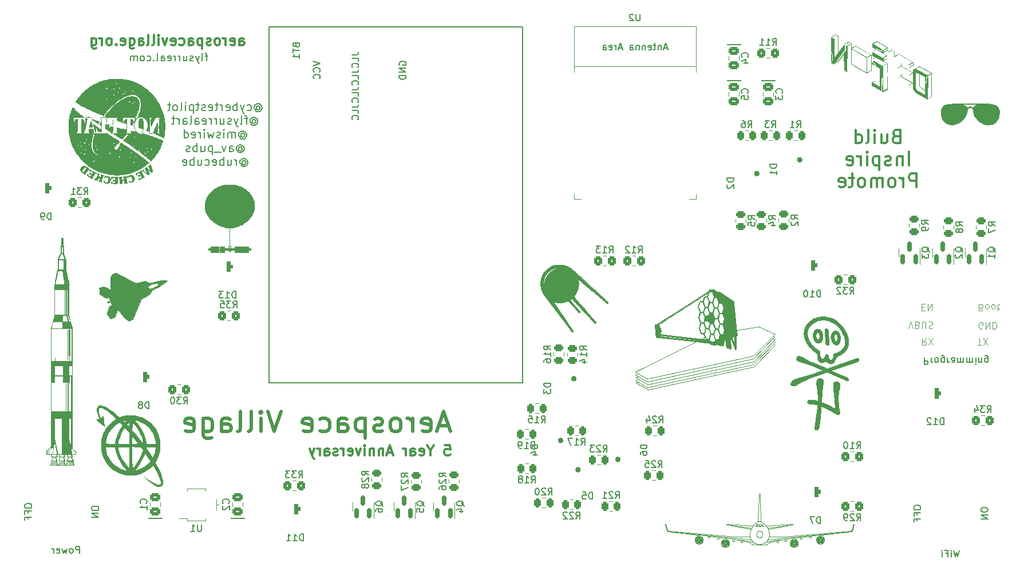
<source format=gbo>
%TF.GenerationSoftware,KiCad,Pcbnew,7.0.1-0*%
%TF.CreationDate,2023-04-23T15:52:54-04:00*%
%TF.ProjectId,WrightSpace,57726967-6874-4537-9061-63652e6b6963,v01*%
%TF.SameCoordinates,Original*%
%TF.FileFunction,Legend,Bot*%
%TF.FilePolarity,Positive*%
%FSLAX46Y46*%
G04 Gerber Fmt 4.6, Leading zero omitted, Abs format (unit mm)*
G04 Created by KiCad (PCBNEW 7.0.1-0) date 2023-04-23 15:52:54*
%MOMM*%
%LPD*%
G01*
G04 APERTURE LIST*
G04 Aperture macros list*
%AMRoundRect*
0 Rectangle with rounded corners*
0 $1 Rounding radius*
0 $2 $3 $4 $5 $6 $7 $8 $9 X,Y pos of 4 corners*
0 Add a 4 corners polygon primitive as box body*
4,1,4,$2,$3,$4,$5,$6,$7,$8,$9,$2,$3,0*
0 Add four circle primitives for the rounded corners*
1,1,$1+$1,$2,$3*
1,1,$1+$1,$4,$5*
1,1,$1+$1,$6,$7*
1,1,$1+$1,$8,$9*
0 Add four rect primitives between the rounded corners*
20,1,$1+$1,$2,$3,$4,$5,0*
20,1,$1+$1,$4,$5,$6,$7,0*
20,1,$1+$1,$6,$7,$8,$9,0*
20,1,$1+$1,$8,$9,$2,$3,0*%
%AMFreePoly0*
4,1,13,0.900000,0.500000,2.600000,0.500000,2.600000,-0.500000,0.900000,-0.500000,0.400000,-1.000000,-0.400000,-1.000000,-0.900000,-0.500000,-2.600000,-0.500000,-2.600000,0.500000,-0.900000,0.500000,-0.400000,1.000000,0.400000,1.000000,0.900000,0.500000,0.900000,0.500000,$1*%
G04 Aperture macros list end*
%ADD10C,0.039687*%
%ADD11C,0.019843*%
%ADD12C,0.050000*%
%ADD13C,0.018520*%
%ADD14C,0.129999*%
%ADD15C,0.037946*%
%ADD16C,0.000000*%
%ADD17C,0.037945*%
%ADD18C,0.037958*%
%ADD19C,0.038037*%
%ADD20C,0.042148*%
%ADD21C,0.027932*%
%ADD22C,0.026458*%
%ADD23C,0.005401*%
%ADD24C,0.017786*%
%ADD25C,0.150000*%
%ADD26C,0.300000*%
%ADD27C,0.200000*%
%ADD28C,0.500000*%
%ADD29C,0.100000*%
%ADD30C,0.120000*%
%ADD31C,0.400000*%
%ADD32C,0.077540*%
%ADD33C,1.600000*%
%ADD34R,1.524000X1.524000*%
%ADD35C,1.524000*%
%ADD36RoundRect,0.250000X0.262500X0.450000X-0.262500X0.450000X-0.262500X-0.450000X0.262500X-0.450000X0*%
%ADD37RoundRect,0.250000X0.350000X0.450000X-0.350000X0.450000X-0.350000X-0.450000X0.350000X-0.450000X0*%
%ADD38C,2.400000*%
%ADD39R,1.080000X1.250000*%
%ADD40R,0.800000X1.400000*%
%ADD41RoundRect,0.250000X0.450000X-0.262500X0.450000X0.262500X-0.450000X0.262500X-0.450000X-0.262500X0*%
%ADD42RoundRect,0.250000X-0.262500X-0.450000X0.262500X-0.450000X0.262500X0.450000X-0.262500X0.450000X0*%
%ADD43R,1.200000X2.500000*%
%ADD44RoundRect,0.250000X-0.450000X0.262500X-0.450000X-0.262500X0.450000X-0.262500X0.450000X0.262500X0*%
%ADD45RoundRect,0.150000X0.150000X-0.587500X0.150000X0.587500X-0.150000X0.587500X-0.150000X-0.587500X0*%
%ADD46RoundRect,0.250000X0.475000X-0.337500X0.475000X0.337500X-0.475000X0.337500X-0.475000X-0.337500X0*%
%ADD47R,1.500000X0.700000*%
%ADD48FreePoly0,0.000000*%
%ADD49RoundRect,0.250000X-0.350000X-0.450000X0.350000X-0.450000X0.350000X0.450000X-0.350000X0.450000X0*%
%ADD50RoundRect,0.250000X-0.475000X0.337500X-0.475000X-0.337500X0.475000X-0.337500X0.475000X0.337500X0*%
%ADD51R,2.000000X2.000000*%
%ADD52C,2.000000*%
%ADD53R,1.500000X0.900000*%
%ADD54R,0.900000X1.500000*%
%ADD55R,0.900000X0.900000*%
%ADD56R,1.400000X0.800000*%
G04 APERTURE END LIST*
D10*
X200591962Y-134638533D02*
X200520242Y-134633931D01*
X209280334Y-134496619D02*
X209303962Y-134513422D01*
X195600783Y-134616543D02*
X195594544Y-134617336D01*
D11*
X102761387Y-79773608D02*
X102788872Y-79783469D01*
X102813646Y-79792528D01*
X102835778Y-79800820D01*
X102855339Y-79808383D01*
X102864176Y-79811903D01*
X102872396Y-79815254D01*
X102880008Y-79818442D01*
X102887020Y-79821470D01*
X102893441Y-79824344D01*
X102899280Y-79827068D01*
X102904544Y-79829647D01*
X102909244Y-79832086D01*
X102913387Y-79834389D01*
X102916982Y-79836560D01*
X102920039Y-79838605D01*
X102922564Y-79840528D01*
X102924568Y-79842333D01*
X102925377Y-79843193D01*
X102926058Y-79844026D01*
X102926614Y-79844832D01*
X102927044Y-79845611D01*
X102927351Y-79846364D01*
X102927534Y-79847092D01*
X102927596Y-79847796D01*
X102927537Y-79848475D01*
X102927358Y-79849131D01*
X102927061Y-79849763D01*
X102926646Y-79850374D01*
X102926115Y-79850962D01*
X102925469Y-79851530D01*
X102924708Y-79852076D01*
X102922848Y-79853110D01*
X102920545Y-79854069D01*
X102917806Y-79854956D01*
X102914640Y-79855777D01*
X102907776Y-79857554D01*
X102901563Y-79859558D01*
X102895964Y-79861849D01*
X102890947Y-79864488D01*
X102888645Y-79865957D01*
X102886475Y-79867535D01*
X102884434Y-79869231D01*
X102882515Y-79871051D01*
X102880716Y-79873004D01*
X102879032Y-79875097D01*
X102877459Y-79877337D01*
X102875992Y-79879732D01*
X102874627Y-79882290D01*
X102873359Y-79885018D01*
X102871099Y-79891014D01*
X102869178Y-79897782D01*
X102867561Y-79905381D01*
X102866213Y-79913873D01*
X102865100Y-79923318D01*
X102864187Y-79933776D01*
X102863439Y-79945308D01*
X102863074Y-79956951D01*
X102863326Y-79968566D01*
X102864252Y-79980302D01*
X102865907Y-79992311D01*
X102868347Y-80004741D01*
X102871628Y-80017742D01*
X102875807Y-80031466D01*
X102880938Y-80046061D01*
X102887078Y-80061677D01*
X102894284Y-80078466D01*
X102902610Y-80096576D01*
X102912113Y-80116158D01*
X102934875Y-80160337D01*
X102963015Y-80212204D01*
X102973770Y-80231418D01*
X102984543Y-80250155D01*
X102995266Y-80268316D01*
X103005869Y-80285800D01*
X103016283Y-80302508D01*
X103026437Y-80318340D01*
X103036263Y-80333197D01*
X103045692Y-80346979D01*
X103054653Y-80359586D01*
X103063077Y-80370919D01*
X103070896Y-80380878D01*
X103078038Y-80389364D01*
X103084436Y-80396276D01*
X103090019Y-80401516D01*
X103092484Y-80403477D01*
X103094719Y-80404983D01*
X103096715Y-80406021D01*
X103098465Y-80406578D01*
X103102907Y-80406575D01*
X103107617Y-80404965D01*
X103112566Y-80401832D01*
X103117726Y-80397259D01*
X103128562Y-80384120D01*
X103139898Y-80366214D01*
X103151504Y-80344202D01*
X103163152Y-80318748D01*
X103174612Y-80290515D01*
X103185657Y-80260165D01*
X103196057Y-80228363D01*
X103205583Y-80195770D01*
X103214007Y-80163049D01*
X103221100Y-80130865D01*
X103226634Y-80099879D01*
X103230379Y-80070755D01*
X103232106Y-80044156D01*
X103231588Y-80020745D01*
X103230946Y-80011985D01*
X103230433Y-80003522D01*
X103230047Y-79995397D01*
X103229786Y-79987652D01*
X103229649Y-79980329D01*
X103229632Y-79973469D01*
X103229733Y-79967113D01*
X103229952Y-79961305D01*
X103230285Y-79956084D01*
X103230731Y-79951494D01*
X103231286Y-79947574D01*
X103231951Y-79944368D01*
X103232323Y-79943045D01*
X103232721Y-79941916D01*
X103233146Y-79940986D01*
X103233596Y-79940261D01*
X103234072Y-79939745D01*
X103234573Y-79939443D01*
X103235099Y-79939362D01*
X103235650Y-79939506D01*
X103300198Y-79963027D01*
X103440052Y-80012542D01*
X103633531Y-80080566D01*
X103583827Y-80121682D01*
X103576877Y-80128262D01*
X103569588Y-80136832D01*
X103561913Y-80147503D01*
X103553801Y-80160388D01*
X103536069Y-80193247D01*
X103515996Y-80236307D01*
X103493186Y-80290466D01*
X103467244Y-80356621D01*
X103437773Y-80435670D01*
X103404377Y-80528510D01*
X103359556Y-80655695D01*
X103341292Y-80708523D01*
X103325627Y-80754903D01*
X103312435Y-80795380D01*
X103301592Y-80830498D01*
X103297012Y-80846219D01*
X103292973Y-80860804D01*
X103289458Y-80874322D01*
X103286453Y-80886841D01*
X103283941Y-80898430D01*
X103281908Y-80909157D01*
X103280337Y-80919089D01*
X103279212Y-80928295D01*
X103278519Y-80936843D01*
X103278241Y-80944801D01*
X103278364Y-80952238D01*
X103278871Y-80959221D01*
X103279746Y-80965819D01*
X103280975Y-80972099D01*
X103282542Y-80978131D01*
X103284431Y-80983981D01*
X103286626Y-80989719D01*
X103289112Y-80995413D01*
X103294894Y-81006938D01*
X103294894Y-81006940D01*
X103297726Y-81012725D01*
X103299444Y-81017607D01*
X103299877Y-81021555D01*
X103299559Y-81023168D01*
X103298857Y-81024537D01*
X103297748Y-81025657D01*
X103296212Y-81026524D01*
X103291773Y-81027486D01*
X103285370Y-81027390D01*
X103276833Y-81026208D01*
X103265993Y-81023909D01*
X103252679Y-81020461D01*
X103217952Y-81010000D01*
X103171291Y-80994580D01*
X103111339Y-80973958D01*
X103069309Y-80959272D01*
X103031554Y-80945909D01*
X102997963Y-80933815D01*
X102968425Y-80922936D01*
X102942828Y-80913221D01*
X102921061Y-80904614D01*
X102903014Y-80897064D01*
X102895349Y-80893669D01*
X102888573Y-80890517D01*
X102882671Y-80887603D01*
X102877629Y-80884920D01*
X102873433Y-80882460D01*
X102870070Y-80880218D01*
X102867524Y-80878187D01*
X102865784Y-80876360D01*
X102865211Y-80875522D01*
X102864834Y-80874731D01*
X102864651Y-80873988D01*
X102864661Y-80873292D01*
X102864861Y-80872643D01*
X102865250Y-80872038D01*
X102865826Y-80871478D01*
X102866588Y-80870961D01*
X102868661Y-80870055D01*
X102871456Y-80869313D01*
X102874957Y-80868729D01*
X102879152Y-80868296D01*
X102884025Y-80868007D01*
X102889565Y-80867855D01*
X102900522Y-80867046D01*
X102911111Y-80864917D01*
X102921361Y-80861426D01*
X102931304Y-80856533D01*
X102940971Y-80850198D01*
X102950393Y-80842378D01*
X102959602Y-80833035D01*
X102968628Y-80822126D01*
X102977503Y-80809611D01*
X102986258Y-80795449D01*
X102994924Y-80779600D01*
X103003532Y-80762023D01*
X103012113Y-80742676D01*
X103020699Y-80721520D01*
X103029321Y-80698513D01*
X103038009Y-80673614D01*
X103078708Y-80553097D01*
X103036721Y-80470795D01*
X103031615Y-80461071D01*
X103026548Y-80451984D01*
X103021524Y-80443540D01*
X103016548Y-80435744D01*
X103011626Y-80428602D01*
X103006763Y-80422119D01*
X103001964Y-80416300D01*
X102999590Y-80413642D01*
X102997234Y-80411151D01*
X102994896Y-80408830D01*
X102992578Y-80406677D01*
X102990280Y-80404695D01*
X102988003Y-80402884D01*
X102985746Y-80401244D01*
X102983512Y-80399776D01*
X102981300Y-80398481D01*
X102979111Y-80397359D01*
X102976946Y-80396411D01*
X102974805Y-80395638D01*
X102972690Y-80395040D01*
X102970600Y-80394619D01*
X102968537Y-80394374D01*
X102966501Y-80394307D01*
X102964493Y-80394418D01*
X102962513Y-80394707D01*
X102958569Y-80396097D01*
X102953440Y-80398934D01*
X102947205Y-80403139D01*
X102939948Y-80408634D01*
X102931750Y-80415342D01*
X102922693Y-80423185D01*
X102902328Y-80441961D01*
X102879509Y-80464338D01*
X102854891Y-80489694D01*
X102829128Y-80517403D01*
X102802875Y-80546842D01*
X102783189Y-80569510D01*
X102765630Y-80590036D01*
X102750089Y-80608608D01*
X102736461Y-80625416D01*
X102724637Y-80640648D01*
X102714511Y-80654494D01*
X102705977Y-80667141D01*
X102702272Y-80673074D01*
X102698926Y-80678779D01*
X102695923Y-80684278D01*
X102693251Y-80689596D01*
X102690897Y-80694756D01*
X102688847Y-80699782D01*
X102687088Y-80704697D01*
X102685606Y-80709525D01*
X102684388Y-80714290D01*
X102683420Y-80719014D01*
X102682690Y-80723723D01*
X102682184Y-80728438D01*
X102681888Y-80733185D01*
X102681789Y-80737986D01*
X102682129Y-80747846D01*
X102683097Y-80758208D01*
X102690738Y-80823654D01*
X102443086Y-80735802D01*
X102354197Y-80704079D01*
X102317707Y-80690857D01*
X102286238Y-80679256D01*
X102259577Y-80669175D01*
X102237511Y-80660510D01*
X102219830Y-80653158D01*
X102212566Y-80649943D01*
X102206319Y-80647017D01*
X102201061Y-80644368D01*
X102196767Y-80641984D01*
X102193410Y-80639850D01*
X102190962Y-80637955D01*
X102189398Y-80636286D01*
X102188939Y-80635531D01*
X102188691Y-80634829D01*
X102188651Y-80634176D01*
X102188815Y-80633572D01*
X102189180Y-80633014D01*
X102189742Y-80632501D01*
X102191448Y-80631605D01*
X102193903Y-80630870D01*
X102197084Y-80630283D01*
X102200962Y-80629832D01*
X102205511Y-80629504D01*
X102210706Y-80629285D01*
X102222922Y-80629126D01*
X102229943Y-80627675D01*
X102239444Y-80623440D01*
X102265176Y-80607311D01*
X102298699Y-80582131D01*
X102338596Y-80549293D01*
X102383448Y-80510187D01*
X102431836Y-80466206D01*
X102533549Y-80369188D01*
X102632389Y-80269374D01*
X102677185Y-80221899D01*
X102717008Y-80177902D01*
X102750439Y-80138774D01*
X102776059Y-80105907D01*
X102792451Y-80080693D01*
X102796743Y-80071392D01*
X102798196Y-80064526D01*
X102797019Y-80053138D01*
X102793698Y-80039339D01*
X102788413Y-80023433D01*
X102781342Y-80005727D01*
X102772663Y-79986524D01*
X102762557Y-79966132D01*
X102751200Y-79944855D01*
X102738773Y-79922998D01*
X102725453Y-79900866D01*
X102711420Y-79878766D01*
X102696852Y-79857003D01*
X102681928Y-79835881D01*
X102666827Y-79815706D01*
X102651727Y-79796784D01*
X102636807Y-79779420D01*
X102622246Y-79763919D01*
X102561331Y-79702384D01*
X102761387Y-79773608D01*
G36*
X102761387Y-79773608D02*
G01*
X102788872Y-79783469D01*
X102813646Y-79792528D01*
X102835778Y-79800820D01*
X102855339Y-79808383D01*
X102864176Y-79811903D01*
X102872396Y-79815254D01*
X102880008Y-79818442D01*
X102887020Y-79821470D01*
X102893441Y-79824344D01*
X102899280Y-79827068D01*
X102904544Y-79829647D01*
X102909244Y-79832086D01*
X102913387Y-79834389D01*
X102916982Y-79836560D01*
X102920039Y-79838605D01*
X102922564Y-79840528D01*
X102924568Y-79842333D01*
X102925377Y-79843193D01*
X102926058Y-79844026D01*
X102926614Y-79844832D01*
X102927044Y-79845611D01*
X102927351Y-79846364D01*
X102927534Y-79847092D01*
X102927596Y-79847796D01*
X102927537Y-79848475D01*
X102927358Y-79849131D01*
X102927061Y-79849763D01*
X102926646Y-79850374D01*
X102926115Y-79850962D01*
X102925469Y-79851530D01*
X102924708Y-79852076D01*
X102922848Y-79853110D01*
X102920545Y-79854069D01*
X102917806Y-79854956D01*
X102914640Y-79855777D01*
X102907776Y-79857554D01*
X102901563Y-79859558D01*
X102895964Y-79861849D01*
X102890947Y-79864488D01*
X102888645Y-79865957D01*
X102886475Y-79867535D01*
X102884434Y-79869231D01*
X102882515Y-79871051D01*
X102880716Y-79873004D01*
X102879032Y-79875097D01*
X102877459Y-79877337D01*
X102875992Y-79879732D01*
X102874627Y-79882290D01*
X102873359Y-79885018D01*
X102871099Y-79891014D01*
X102869178Y-79897782D01*
X102867561Y-79905381D01*
X102866213Y-79913873D01*
X102865100Y-79923318D01*
X102864187Y-79933776D01*
X102863439Y-79945308D01*
X102863074Y-79956951D01*
X102863326Y-79968566D01*
X102864252Y-79980302D01*
X102865907Y-79992311D01*
X102868347Y-80004741D01*
X102871628Y-80017742D01*
X102875807Y-80031466D01*
X102880938Y-80046061D01*
X102887078Y-80061677D01*
X102894284Y-80078466D01*
X102902610Y-80096576D01*
X102912113Y-80116158D01*
X102934875Y-80160337D01*
X102963015Y-80212204D01*
X102973770Y-80231418D01*
X102984543Y-80250155D01*
X102995266Y-80268316D01*
X103005869Y-80285800D01*
X103016283Y-80302508D01*
X103026437Y-80318340D01*
X103036263Y-80333197D01*
X103045692Y-80346979D01*
X103054653Y-80359586D01*
X103063077Y-80370919D01*
X103070896Y-80380878D01*
X103078038Y-80389364D01*
X103084436Y-80396276D01*
X103090019Y-80401516D01*
X103092484Y-80403477D01*
X103094719Y-80404983D01*
X103096715Y-80406021D01*
X103098465Y-80406578D01*
X103102907Y-80406575D01*
X103107617Y-80404965D01*
X103112566Y-80401832D01*
X103117726Y-80397259D01*
X103128562Y-80384120D01*
X103139898Y-80366214D01*
X103151504Y-80344202D01*
X103163152Y-80318748D01*
X103174612Y-80290515D01*
X103185657Y-80260165D01*
X103196057Y-80228363D01*
X103205583Y-80195770D01*
X103214007Y-80163049D01*
X103221100Y-80130865D01*
X103226634Y-80099879D01*
X103230379Y-80070755D01*
X103232106Y-80044156D01*
X103231588Y-80020745D01*
X103230946Y-80011985D01*
X103230433Y-80003522D01*
X103230047Y-79995397D01*
X103229786Y-79987652D01*
X103229649Y-79980329D01*
X103229632Y-79973469D01*
X103229733Y-79967113D01*
X103229952Y-79961305D01*
X103230285Y-79956084D01*
X103230731Y-79951494D01*
X103231286Y-79947574D01*
X103231951Y-79944368D01*
X103232323Y-79943045D01*
X103232721Y-79941916D01*
X103233146Y-79940986D01*
X103233596Y-79940261D01*
X103234072Y-79939745D01*
X103234573Y-79939443D01*
X103235099Y-79939362D01*
X103235650Y-79939506D01*
X103300198Y-79963027D01*
X103440052Y-80012542D01*
X103633531Y-80080566D01*
X103583827Y-80121682D01*
X103576877Y-80128262D01*
X103569588Y-80136832D01*
X103561913Y-80147503D01*
X103553801Y-80160388D01*
X103536069Y-80193247D01*
X103515996Y-80236307D01*
X103493186Y-80290466D01*
X103467244Y-80356621D01*
X103437773Y-80435670D01*
X103404377Y-80528510D01*
X103359556Y-80655695D01*
X103341292Y-80708523D01*
X103325627Y-80754903D01*
X103312435Y-80795380D01*
X103301592Y-80830498D01*
X103297012Y-80846219D01*
X103292973Y-80860804D01*
X103289458Y-80874322D01*
X103286453Y-80886841D01*
X103283941Y-80898430D01*
X103281908Y-80909157D01*
X103280337Y-80919089D01*
X103279212Y-80928295D01*
X103278519Y-80936843D01*
X103278241Y-80944801D01*
X103278364Y-80952238D01*
X103278871Y-80959221D01*
X103279746Y-80965819D01*
X103280975Y-80972099D01*
X103282542Y-80978131D01*
X103284431Y-80983981D01*
X103286626Y-80989719D01*
X103289112Y-80995413D01*
X103294894Y-81006938D01*
X103294894Y-81006940D01*
X103297726Y-81012725D01*
X103299444Y-81017607D01*
X103299877Y-81021555D01*
X103299559Y-81023168D01*
X103298857Y-81024537D01*
X103297748Y-81025657D01*
X103296212Y-81026524D01*
X103291773Y-81027486D01*
X103285370Y-81027390D01*
X103276833Y-81026208D01*
X103265993Y-81023909D01*
X103252679Y-81020461D01*
X103217952Y-81010000D01*
X103171291Y-80994580D01*
X103111339Y-80973958D01*
X103069309Y-80959272D01*
X103031554Y-80945909D01*
X102997963Y-80933815D01*
X102968425Y-80922936D01*
X102942828Y-80913221D01*
X102921061Y-80904614D01*
X102903014Y-80897064D01*
X102895349Y-80893669D01*
X102888573Y-80890517D01*
X102882671Y-80887603D01*
X102877629Y-80884920D01*
X102873433Y-80882460D01*
X102870070Y-80880218D01*
X102867524Y-80878187D01*
X102865784Y-80876360D01*
X102865211Y-80875522D01*
X102864834Y-80874731D01*
X102864651Y-80873988D01*
X102864661Y-80873292D01*
X102864861Y-80872643D01*
X102865250Y-80872038D01*
X102865826Y-80871478D01*
X102866588Y-80870961D01*
X102868661Y-80870055D01*
X102871456Y-80869313D01*
X102874957Y-80868729D01*
X102879152Y-80868296D01*
X102884025Y-80868007D01*
X102889565Y-80867855D01*
X102900522Y-80867046D01*
X102911111Y-80864917D01*
X102921361Y-80861426D01*
X102931304Y-80856533D01*
X102940971Y-80850198D01*
X102950393Y-80842378D01*
X102959602Y-80833035D01*
X102968628Y-80822126D01*
X102977503Y-80809611D01*
X102986258Y-80795449D01*
X102994924Y-80779600D01*
X103003532Y-80762023D01*
X103012113Y-80742676D01*
X103020699Y-80721520D01*
X103029321Y-80698513D01*
X103038009Y-80673614D01*
X103078708Y-80553097D01*
X103036721Y-80470795D01*
X103031615Y-80461071D01*
X103026548Y-80451984D01*
X103021524Y-80443540D01*
X103016548Y-80435744D01*
X103011626Y-80428602D01*
X103006763Y-80422119D01*
X103001964Y-80416300D01*
X102999590Y-80413642D01*
X102997234Y-80411151D01*
X102994896Y-80408830D01*
X102992578Y-80406677D01*
X102990280Y-80404695D01*
X102988003Y-80402884D01*
X102985746Y-80401244D01*
X102983512Y-80399776D01*
X102981300Y-80398481D01*
X102979111Y-80397359D01*
X102976946Y-80396411D01*
X102974805Y-80395638D01*
X102972690Y-80395040D01*
X102970600Y-80394619D01*
X102968537Y-80394374D01*
X102966501Y-80394307D01*
X102964493Y-80394418D01*
X102962513Y-80394707D01*
X102958569Y-80396097D01*
X102953440Y-80398934D01*
X102947205Y-80403139D01*
X102939948Y-80408634D01*
X102931750Y-80415342D01*
X102922693Y-80423185D01*
X102902328Y-80441961D01*
X102879509Y-80464338D01*
X102854891Y-80489694D01*
X102829128Y-80517403D01*
X102802875Y-80546842D01*
X102783189Y-80569510D01*
X102765630Y-80590036D01*
X102750089Y-80608608D01*
X102736461Y-80625416D01*
X102724637Y-80640648D01*
X102714511Y-80654494D01*
X102705977Y-80667141D01*
X102702272Y-80673074D01*
X102698926Y-80678779D01*
X102695923Y-80684278D01*
X102693251Y-80689596D01*
X102690897Y-80694756D01*
X102688847Y-80699782D01*
X102687088Y-80704697D01*
X102685606Y-80709525D01*
X102684388Y-80714290D01*
X102683420Y-80719014D01*
X102682690Y-80723723D01*
X102682184Y-80728438D01*
X102681888Y-80733185D01*
X102681789Y-80737986D01*
X102682129Y-80747846D01*
X102683097Y-80758208D01*
X102690738Y-80823654D01*
X102443086Y-80735802D01*
X102354197Y-80704079D01*
X102317707Y-80690857D01*
X102286238Y-80679256D01*
X102259577Y-80669175D01*
X102237511Y-80660510D01*
X102219830Y-80653158D01*
X102212566Y-80649943D01*
X102206319Y-80647017D01*
X102201061Y-80644368D01*
X102196767Y-80641984D01*
X102193410Y-80639850D01*
X102190962Y-80637955D01*
X102189398Y-80636286D01*
X102188939Y-80635531D01*
X102188691Y-80634829D01*
X102188651Y-80634176D01*
X102188815Y-80633572D01*
X102189180Y-80633014D01*
X102189742Y-80632501D01*
X102191448Y-80631605D01*
X102193903Y-80630870D01*
X102197084Y-80630283D01*
X102200962Y-80629832D01*
X102205511Y-80629504D01*
X102210706Y-80629285D01*
X102222922Y-80629126D01*
X102229943Y-80627675D01*
X102239444Y-80623440D01*
X102265176Y-80607311D01*
X102298699Y-80582131D01*
X102338596Y-80549293D01*
X102383448Y-80510187D01*
X102431836Y-80466206D01*
X102533549Y-80369188D01*
X102632389Y-80269374D01*
X102677185Y-80221899D01*
X102717008Y-80177902D01*
X102750439Y-80138774D01*
X102776059Y-80105907D01*
X102792451Y-80080693D01*
X102796743Y-80071392D01*
X102798196Y-80064526D01*
X102797019Y-80053138D01*
X102793698Y-80039339D01*
X102788413Y-80023433D01*
X102781342Y-80005727D01*
X102772663Y-79986524D01*
X102762557Y-79966132D01*
X102751200Y-79944855D01*
X102738773Y-79922998D01*
X102725453Y-79900866D01*
X102711420Y-79878766D01*
X102696852Y-79857003D01*
X102681928Y-79835881D01*
X102666827Y-79815706D01*
X102651727Y-79796784D01*
X102636807Y-79779420D01*
X102622246Y-79763919D01*
X102561331Y-79702384D01*
X102761387Y-79773608D01*
G37*
D10*
X210059693Y-133759767D02*
X210046956Y-133739900D01*
X208125567Y-133725963D02*
X208130865Y-133728676D01*
D12*
X199790332Y-108427404D02*
X202948100Y-105139427D01*
D10*
X206803776Y-133891640D02*
X206809924Y-133890859D01*
X209740819Y-134088257D02*
X209744294Y-134083369D01*
X201899442Y-132358905D02*
X201838410Y-132234120D01*
X195803363Y-131762325D02*
X195801182Y-131760323D01*
X203412014Y-134383048D02*
X203415876Y-134378590D01*
X186734764Y-131664475D02*
X186735719Y-131665282D01*
X187089549Y-132647111D02*
X187084007Y-132644648D01*
D13*
X205722587Y-134371058D02*
X205651381Y-134013073D01*
D10*
X193267275Y-133624253D02*
X193266800Y-133630493D01*
X191144533Y-134274958D02*
X191132464Y-134248262D01*
X210128053Y-133963607D02*
X210124940Y-133939102D01*
X204633029Y-133885681D02*
X204633029Y-134085767D01*
D13*
X200475742Y-133631545D02*
X200456959Y-133620151D01*
D10*
X205257251Y-134493321D02*
X205257888Y-134518518D01*
X197885410Y-134313001D02*
X197884935Y-134306761D01*
X195522379Y-134602934D02*
X195517159Y-134599933D01*
X191762366Y-134113565D02*
X191757478Y-134117041D01*
X209977888Y-133513921D02*
X209953435Y-133498245D01*
X195520178Y-135092889D02*
X195490016Y-135089056D01*
D13*
X200242707Y-133037549D02*
X200248577Y-133013066D01*
D14*
X192442439Y-101906404D02*
X192730038Y-102746497D01*
D10*
X199487228Y-134031256D02*
X199449850Y-133974442D01*
X200902439Y-131960998D02*
X200924476Y-131959948D01*
X196032975Y-134302724D02*
X196041742Y-134324960D01*
X196097225Y-134180810D02*
X196111736Y-134206049D01*
X210196242Y-134248261D02*
X210207033Y-134220892D01*
X209733199Y-133929855D02*
X209729071Y-133925525D01*
X209914697Y-133607641D02*
X209894830Y-133594905D01*
D13*
X205771228Y-134615583D02*
X205842435Y-134973569D01*
D10*
X205672338Y-134009306D02*
X205648225Y-134013613D01*
X200641805Y-131941178D02*
X200634304Y-131942859D01*
X204563434Y-134196514D02*
X204568732Y-134193800D01*
X208278936Y-133696081D02*
X208282583Y-133691440D01*
X204625577Y-134128012D02*
X204627508Y-134122303D01*
X206908551Y-133805948D02*
X206910207Y-133800118D01*
X196926569Y-134144331D02*
X196923611Y-134149476D01*
X205661280Y-133709058D02*
X205677596Y-133702692D01*
X191584412Y-134083370D02*
X191581170Y-134078312D01*
X206346473Y-134431700D02*
X206342641Y-134401539D01*
X192174909Y-133963608D02*
X192176800Y-133988475D01*
X208082252Y-133686623D02*
X208085678Y-133691440D01*
X196177532Y-134585103D02*
X196172232Y-134614781D01*
X198118382Y-134353705D02*
X198115669Y-134359002D01*
X191687781Y-134503329D02*
X191662583Y-134502692D01*
X205409944Y-134993071D02*
X205434397Y-135008747D01*
X198044171Y-134417777D02*
X198038341Y-134419432D01*
X192080160Y-134306642D02*
X192065623Y-134325140D01*
X195834286Y-131655354D02*
X195837133Y-131654980D01*
X199756029Y-134739693D02*
X199739006Y-134739278D01*
X196065813Y-134567891D02*
X196061506Y-134592004D01*
X200730765Y-131956874D02*
X200737743Y-131960590D01*
X193197839Y-133728677D02*
X193192397Y-133731137D01*
X200664593Y-134639511D02*
X200591962Y-134638533D01*
X195098851Y-134132729D02*
X195116743Y-134109962D01*
X209762385Y-134604106D02*
X209791543Y-134597376D01*
X194473783Y-133874488D02*
X194468798Y-133871293D01*
X197884775Y-134107535D02*
X197884775Y-134300439D01*
X199930531Y-134443888D02*
X199872849Y-134407864D01*
X203198207Y-134300439D02*
X203198367Y-134306761D01*
D13*
X200248577Y-133319911D02*
X200242707Y-133295428D01*
D10*
X195703924Y-134468198D02*
X195705020Y-134474337D01*
X209519464Y-133423238D02*
X209490306Y-133429967D01*
X203222615Y-134373949D02*
X203226263Y-134378590D01*
X209763051Y-134038795D02*
X209764147Y-134032656D01*
X194645524Y-133827977D02*
X194642566Y-133833122D01*
D13*
X209552780Y-134101818D02*
X209294685Y-134359912D01*
D10*
X199635293Y-131997594D02*
X199718806Y-131886590D01*
X195098851Y-134853914D02*
X195082048Y-134830285D01*
D14*
X193821666Y-97326987D02*
X193185837Y-97302996D01*
D10*
X196720084Y-134159278D02*
X196716658Y-134154461D01*
X186735719Y-131665282D02*
X186736637Y-131666135D01*
X200686903Y-131941178D02*
X200694404Y-131942859D01*
X206864723Y-133867866D02*
X206869365Y-133864219D01*
X195235559Y-134147082D02*
X195252565Y-134130869D01*
D13*
X200456959Y-132712827D02*
X200475742Y-132701433D01*
D10*
X205513013Y-131770693D02*
X205515659Y-131769252D01*
X205459635Y-135023259D02*
X205485621Y-135036569D01*
X196871802Y-134196514D02*
X196866360Y-134198974D01*
X186700469Y-131665219D02*
X186701459Y-131664388D01*
X205622892Y-134506067D02*
X205623685Y-134512306D01*
X214347744Y-132701345D02*
X214353642Y-132689524D01*
X200738384Y-127251708D02*
X200745079Y-127282659D01*
X195320513Y-133950074D02*
X195347209Y-133938005D01*
X206791214Y-133892275D02*
X206797536Y-133892115D01*
X193023128Y-133636641D02*
X193022347Y-133630493D01*
X214333531Y-132723311D02*
X214341027Y-132712619D01*
X191213540Y-133891300D02*
X191220138Y-133868064D01*
X195789019Y-135059429D02*
X195761016Y-135068904D01*
D12*
X184094797Y-110586969D02*
X182303567Y-109575120D01*
D10*
X210156351Y-133701160D02*
X210140675Y-133676708D01*
X195026482Y-134258732D02*
X195038551Y-134232035D01*
X196111736Y-134780593D02*
X196097225Y-134805831D01*
X197890299Y-134336974D02*
X197888643Y-134331144D01*
X195824117Y-131774247D02*
X195821230Y-131773196D01*
X205320749Y-134919479D02*
X205341680Y-134939434D01*
X194642566Y-133833122D02*
X194639370Y-133838107D01*
D12*
X182706722Y-109809997D02*
X182340414Y-109994549D01*
D10*
X196941238Y-134092090D02*
X196940763Y-134098329D01*
X203399222Y-134395245D02*
X203403680Y-134391383D01*
X195783249Y-131705505D02*
X195783827Y-131702597D01*
X209740818Y-133939087D02*
X209737117Y-133934378D01*
X195457141Y-134493322D02*
X195457303Y-134486907D01*
X209379639Y-133470424D02*
X209353653Y-133483733D01*
X191575415Y-134067717D02*
X191572919Y-134062195D01*
X206206852Y-134324960D02*
X206198085Y-134302724D01*
X186702493Y-131663602D02*
X186703569Y-131662865D01*
X200757913Y-131973030D02*
X200764351Y-131977508D01*
D11*
X105095296Y-80298537D02*
X105230578Y-80303573D01*
X105367882Y-80307708D01*
X105491160Y-80310515D01*
X105584365Y-80311565D01*
X105760896Y-80311625D01*
X105711657Y-80357259D01*
X105696097Y-80372810D01*
X105689649Y-80380709D01*
X105683986Y-80389235D01*
X105679031Y-80398799D01*
X105674708Y-80409811D01*
X105670940Y-80422679D01*
X105667649Y-80437814D01*
X105664759Y-80455625D01*
X105662193Y-80476521D01*
X105657726Y-80529210D01*
X105653633Y-80599158D01*
X105649300Y-80689641D01*
X105644201Y-80812117D01*
X105640015Y-80933617D01*
X105637174Y-81040101D01*
X105636111Y-81117528D01*
X105636067Y-81141422D01*
X105635922Y-81162447D01*
X105635619Y-81180779D01*
X105635097Y-81196592D01*
X105634737Y-81203610D01*
X105634299Y-81210063D01*
X105633778Y-81215975D01*
X105633166Y-81221366D01*
X105632456Y-81226260D01*
X105631639Y-81230677D01*
X105630710Y-81234639D01*
X105629660Y-81238169D01*
X105628482Y-81241288D01*
X105627169Y-81244018D01*
X105625714Y-81246381D01*
X105624109Y-81248400D01*
X105622346Y-81250095D01*
X105620420Y-81251489D01*
X105618321Y-81252603D01*
X105616044Y-81253460D01*
X105613580Y-81254081D01*
X105610922Y-81254488D01*
X105608063Y-81254703D01*
X105604996Y-81254749D01*
X105601712Y-81254646D01*
X105598206Y-81254417D01*
X105590495Y-81253667D01*
X105578935Y-81252922D01*
X105563487Y-81252728D01*
X105544825Y-81253054D01*
X105523618Y-81253866D01*
X105500540Y-81255134D01*
X105476260Y-81256827D01*
X105451451Y-81258912D01*
X105426784Y-81261358D01*
X105426783Y-81261358D01*
X105380689Y-81264547D01*
X105323407Y-81265609D01*
X105256769Y-81264634D01*
X105182602Y-81261714D01*
X105102738Y-81256940D01*
X105019004Y-81250404D01*
X104933231Y-81242197D01*
X104847248Y-81232411D01*
X104762912Y-81222006D01*
X104764618Y-81099198D01*
X104764905Y-81081360D01*
X104765251Y-81065556D01*
X104765669Y-81051742D01*
X104766171Y-81039875D01*
X104766769Y-81029909D01*
X104767477Y-81021801D01*
X104768306Y-81015505D01*
X104768770Y-81013023D01*
X104769269Y-81010978D01*
X104769805Y-81009364D01*
X104770379Y-81008175D01*
X104770993Y-81007406D01*
X104771316Y-81007177D01*
X104771649Y-81007051D01*
X104771992Y-81007028D01*
X104772347Y-81007105D01*
X104773090Y-81007563D01*
X104773879Y-81008418D01*
X104774716Y-81009665D01*
X104775602Y-81011299D01*
X104776539Y-81013314D01*
X104778572Y-81018464D01*
X104780827Y-81025073D01*
X104783316Y-81033094D01*
X104791781Y-81057734D01*
X104801890Y-81080501D01*
X104813720Y-81101433D01*
X104827348Y-81120570D01*
X104842851Y-81137950D01*
X104860306Y-81153614D01*
X104879790Y-81167600D01*
X104901379Y-81179947D01*
X104925152Y-81190695D01*
X104951185Y-81199882D01*
X104979554Y-81207549D01*
X105010338Y-81213733D01*
X105043612Y-81218475D01*
X105079454Y-81221814D01*
X105117941Y-81223789D01*
X105159150Y-81224438D01*
X105318537Y-81224438D01*
X105318537Y-81157895D01*
X105318797Y-81142039D01*
X105319543Y-81122434D01*
X105322282Y-81075070D01*
X105326336Y-81021991D01*
X105331286Y-80969380D01*
X105344035Y-80847407D01*
X105211322Y-80847407D01*
X105190886Y-80847492D01*
X105172390Y-80847777D01*
X105155680Y-80848302D01*
X105140599Y-80849110D01*
X105126991Y-80850243D01*
X105114700Y-80851743D01*
X105109000Y-80852643D01*
X105103570Y-80853651D01*
X105098392Y-80854771D01*
X105093445Y-80856009D01*
X105088711Y-80857370D01*
X105084169Y-80858860D01*
X105079800Y-80860482D01*
X105075586Y-80862244D01*
X105071505Y-80864150D01*
X105067539Y-80866205D01*
X105063669Y-80868414D01*
X105059874Y-80870783D01*
X105056135Y-80873317D01*
X105052434Y-80876022D01*
X105048749Y-80878901D01*
X105045062Y-80881961D01*
X105037603Y-80888645D01*
X105029901Y-80896114D01*
X104981194Y-80944821D01*
X104981194Y-80848128D01*
X104981353Y-80822005D01*
X104981866Y-80798762D01*
X104982784Y-80778314D01*
X104983411Y-80769111D01*
X104984159Y-80760576D01*
X104985035Y-80752698D01*
X104986045Y-80745465D01*
X104987195Y-80738869D01*
X104988493Y-80732897D01*
X104989944Y-80727540D01*
X104991555Y-80722786D01*
X104993333Y-80718627D01*
X104995284Y-80715050D01*
X104997414Y-80712046D01*
X104999731Y-80709604D01*
X105002241Y-80707713D01*
X105004950Y-80706363D01*
X105007865Y-80705543D01*
X105010992Y-80705243D01*
X105014338Y-80705453D01*
X105017909Y-80706161D01*
X105021712Y-80707358D01*
X105025754Y-80709032D01*
X105030041Y-80711174D01*
X105034579Y-80713772D01*
X105039376Y-80716816D01*
X105044436Y-80720296D01*
X105049768Y-80724201D01*
X105055378Y-80728521D01*
X105062392Y-80733755D01*
X105069610Y-80738565D01*
X105077080Y-80742962D01*
X105084854Y-80746958D01*
X105092980Y-80750566D01*
X105101510Y-80753797D01*
X105110492Y-80756664D01*
X105119977Y-80759178D01*
X105130016Y-80761351D01*
X105140656Y-80763195D01*
X105151950Y-80764723D01*
X105163947Y-80765946D01*
X105176696Y-80766876D01*
X105190247Y-80767526D01*
X105204652Y-80767907D01*
X105219959Y-80768032D01*
X105334309Y-80768032D01*
X105342672Y-80594398D01*
X105344199Y-80559215D01*
X105345328Y-80525806D01*
X105346055Y-80494942D01*
X105346376Y-80467399D01*
X105346289Y-80443948D01*
X105345789Y-80425363D01*
X105345383Y-80418137D01*
X105344873Y-80412417D01*
X105344258Y-80408300D01*
X105343537Y-80405883D01*
X105341868Y-80404367D01*
X105338470Y-80402894D01*
X105333435Y-80401470D01*
X105326858Y-80400104D01*
X105309448Y-80397577D01*
X105286986Y-80395372D01*
X105260219Y-80393551D01*
X105229893Y-80392175D01*
X105196755Y-80391304D01*
X105161552Y-80391000D01*
X105125237Y-80391457D01*
X105091562Y-80392871D01*
X105060387Y-80395308D01*
X105045691Y-80396931D01*
X105031566Y-80398835D01*
X105017995Y-80401027D01*
X105004959Y-80403517D01*
X104992441Y-80406312D01*
X104980422Y-80409420D01*
X104968885Y-80412850D01*
X104957813Y-80416611D01*
X104947186Y-80420710D01*
X104936988Y-80425155D01*
X104927201Y-80429955D01*
X104917806Y-80435119D01*
X104908786Y-80440653D01*
X104900123Y-80446568D01*
X104891800Y-80452870D01*
X104883798Y-80459568D01*
X104876099Y-80466671D01*
X104868687Y-80474186D01*
X104861542Y-80482122D01*
X104854647Y-80490487D01*
X104847985Y-80499290D01*
X104841537Y-80508538D01*
X104835285Y-80518240D01*
X104829212Y-80528404D01*
X104823301Y-80539039D01*
X104817532Y-80550152D01*
X104782836Y-80619210D01*
X104782796Y-80452392D01*
X104782757Y-80285574D01*
X105095296Y-80298537D01*
G36*
X105095296Y-80298537D02*
G01*
X105230578Y-80303573D01*
X105367882Y-80307708D01*
X105491160Y-80310515D01*
X105584365Y-80311565D01*
X105760896Y-80311625D01*
X105711657Y-80357259D01*
X105696097Y-80372810D01*
X105689649Y-80380709D01*
X105683986Y-80389235D01*
X105679031Y-80398799D01*
X105674708Y-80409811D01*
X105670940Y-80422679D01*
X105667649Y-80437814D01*
X105664759Y-80455625D01*
X105662193Y-80476521D01*
X105657726Y-80529210D01*
X105653633Y-80599158D01*
X105649300Y-80689641D01*
X105644201Y-80812117D01*
X105640015Y-80933617D01*
X105637174Y-81040101D01*
X105636111Y-81117528D01*
X105636067Y-81141422D01*
X105635922Y-81162447D01*
X105635619Y-81180779D01*
X105635097Y-81196592D01*
X105634737Y-81203610D01*
X105634299Y-81210063D01*
X105633778Y-81215975D01*
X105633166Y-81221366D01*
X105632456Y-81226260D01*
X105631639Y-81230677D01*
X105630710Y-81234639D01*
X105629660Y-81238169D01*
X105628482Y-81241288D01*
X105627169Y-81244018D01*
X105625714Y-81246381D01*
X105624109Y-81248400D01*
X105622346Y-81250095D01*
X105620420Y-81251489D01*
X105618321Y-81252603D01*
X105616044Y-81253460D01*
X105613580Y-81254081D01*
X105610922Y-81254488D01*
X105608063Y-81254703D01*
X105604996Y-81254749D01*
X105601712Y-81254646D01*
X105598206Y-81254417D01*
X105590495Y-81253667D01*
X105578935Y-81252922D01*
X105563487Y-81252728D01*
X105544825Y-81253054D01*
X105523618Y-81253866D01*
X105500540Y-81255134D01*
X105476260Y-81256827D01*
X105451451Y-81258912D01*
X105426784Y-81261358D01*
X105426783Y-81261358D01*
X105380689Y-81264547D01*
X105323407Y-81265609D01*
X105256769Y-81264634D01*
X105182602Y-81261714D01*
X105102738Y-81256940D01*
X105019004Y-81250404D01*
X104933231Y-81242197D01*
X104847248Y-81232411D01*
X104762912Y-81222006D01*
X104764618Y-81099198D01*
X104764905Y-81081360D01*
X104765251Y-81065556D01*
X104765669Y-81051742D01*
X104766171Y-81039875D01*
X104766769Y-81029909D01*
X104767477Y-81021801D01*
X104768306Y-81015505D01*
X104768770Y-81013023D01*
X104769269Y-81010978D01*
X104769805Y-81009364D01*
X104770379Y-81008175D01*
X104770993Y-81007406D01*
X104771316Y-81007177D01*
X104771649Y-81007051D01*
X104771992Y-81007028D01*
X104772347Y-81007105D01*
X104773090Y-81007563D01*
X104773879Y-81008418D01*
X104774716Y-81009665D01*
X104775602Y-81011299D01*
X104776539Y-81013314D01*
X104778572Y-81018464D01*
X104780827Y-81025073D01*
X104783316Y-81033094D01*
X104791781Y-81057734D01*
X104801890Y-81080501D01*
X104813720Y-81101433D01*
X104827348Y-81120570D01*
X104842851Y-81137950D01*
X104860306Y-81153614D01*
X104879790Y-81167600D01*
X104901379Y-81179947D01*
X104925152Y-81190695D01*
X104951185Y-81199882D01*
X104979554Y-81207549D01*
X105010338Y-81213733D01*
X105043612Y-81218475D01*
X105079454Y-81221814D01*
X105117941Y-81223789D01*
X105159150Y-81224438D01*
X105318537Y-81224438D01*
X105318537Y-81157895D01*
X105318797Y-81142039D01*
X105319543Y-81122434D01*
X105322282Y-81075070D01*
X105326336Y-81021991D01*
X105331286Y-80969380D01*
X105344035Y-80847407D01*
X105211322Y-80847407D01*
X105190886Y-80847492D01*
X105172390Y-80847777D01*
X105155680Y-80848302D01*
X105140599Y-80849110D01*
X105126991Y-80850243D01*
X105114700Y-80851743D01*
X105109000Y-80852643D01*
X105103570Y-80853651D01*
X105098392Y-80854771D01*
X105093445Y-80856009D01*
X105088711Y-80857370D01*
X105084169Y-80858860D01*
X105079800Y-80860482D01*
X105075586Y-80862244D01*
X105071505Y-80864150D01*
X105067539Y-80866205D01*
X105063669Y-80868414D01*
X105059874Y-80870783D01*
X105056135Y-80873317D01*
X105052434Y-80876022D01*
X105048749Y-80878901D01*
X105045062Y-80881961D01*
X105037603Y-80888645D01*
X105029901Y-80896114D01*
X104981194Y-80944821D01*
X104981194Y-80848128D01*
X104981353Y-80822005D01*
X104981866Y-80798762D01*
X104982784Y-80778314D01*
X104983411Y-80769111D01*
X104984159Y-80760576D01*
X104985035Y-80752698D01*
X104986045Y-80745465D01*
X104987195Y-80738869D01*
X104988493Y-80732897D01*
X104989944Y-80727540D01*
X104991555Y-80722786D01*
X104993333Y-80718627D01*
X104995284Y-80715050D01*
X104997414Y-80712046D01*
X104999731Y-80709604D01*
X105002241Y-80707713D01*
X105004950Y-80706363D01*
X105007865Y-80705543D01*
X105010992Y-80705243D01*
X105014338Y-80705453D01*
X105017909Y-80706161D01*
X105021712Y-80707358D01*
X105025754Y-80709032D01*
X105030041Y-80711174D01*
X105034579Y-80713772D01*
X105039376Y-80716816D01*
X105044436Y-80720296D01*
X105049768Y-80724201D01*
X105055378Y-80728521D01*
X105062392Y-80733755D01*
X105069610Y-80738565D01*
X105077080Y-80742962D01*
X105084854Y-80746958D01*
X105092980Y-80750566D01*
X105101510Y-80753797D01*
X105110492Y-80756664D01*
X105119977Y-80759178D01*
X105130016Y-80761351D01*
X105140656Y-80763195D01*
X105151950Y-80764723D01*
X105163947Y-80765946D01*
X105176696Y-80766876D01*
X105190247Y-80767526D01*
X105204652Y-80767907D01*
X105219959Y-80768032D01*
X105334309Y-80768032D01*
X105342672Y-80594398D01*
X105344199Y-80559215D01*
X105345328Y-80525806D01*
X105346055Y-80494942D01*
X105346376Y-80467399D01*
X105346289Y-80443948D01*
X105345789Y-80425363D01*
X105345383Y-80418137D01*
X105344873Y-80412417D01*
X105344258Y-80408300D01*
X105343537Y-80405883D01*
X105341868Y-80404367D01*
X105338470Y-80402894D01*
X105333435Y-80401470D01*
X105326858Y-80400104D01*
X105309448Y-80397577D01*
X105286986Y-80395372D01*
X105260219Y-80393551D01*
X105229893Y-80392175D01*
X105196755Y-80391304D01*
X105161552Y-80391000D01*
X105125237Y-80391457D01*
X105091562Y-80392871D01*
X105060387Y-80395308D01*
X105045691Y-80396931D01*
X105031566Y-80398835D01*
X105017995Y-80401027D01*
X105004959Y-80403517D01*
X104992441Y-80406312D01*
X104980422Y-80409420D01*
X104968885Y-80412850D01*
X104957813Y-80416611D01*
X104947186Y-80420710D01*
X104936988Y-80425155D01*
X104927201Y-80429955D01*
X104917806Y-80435119D01*
X104908786Y-80440653D01*
X104900123Y-80446568D01*
X104891800Y-80452870D01*
X104883798Y-80459568D01*
X104876099Y-80466671D01*
X104868687Y-80474186D01*
X104861542Y-80482122D01*
X104854647Y-80490487D01*
X104847985Y-80499290D01*
X104841537Y-80508538D01*
X104835285Y-80518240D01*
X104829212Y-80528404D01*
X104823301Y-80539039D01*
X104817532Y-80550152D01*
X104782836Y-80619210D01*
X104782796Y-80452392D01*
X104782757Y-80285574D01*
X105095296Y-80298537D01*
G37*
D10*
X191656767Y-133411778D02*
X191687781Y-133410994D01*
X186698626Y-131667013D02*
X186699524Y-131666095D01*
X205763003Y-133682374D02*
X205780280Y-133681093D01*
X208306357Y-133630492D02*
X208306832Y-133624252D01*
X205647014Y-134418736D02*
X205643538Y-134423624D01*
X200704008Y-131267493D02*
X200684089Y-131266540D01*
D13*
X200315531Y-133475179D02*
X200303386Y-133454952D01*
D10*
X192271485Y-133863053D02*
X192278214Y-133892211D01*
X205567689Y-135068904D02*
X205596289Y-135077025D01*
X209764940Y-134026418D02*
X209765421Y-134020087D01*
X204608623Y-134159278D02*
X204612048Y-134154461D01*
X206229854Y-134132728D02*
X206211962Y-134109961D01*
X208130865Y-133728676D02*
X208136307Y-133731136D01*
X205578547Y-134953265D02*
X205601298Y-134960963D01*
X192113938Y-134439830D02*
X192093008Y-134459786D01*
X214306789Y-132751536D02*
X214316371Y-132742804D01*
X202037741Y-134430579D02*
X202026869Y-134438797D01*
X200849205Y-131966646D02*
X200855696Y-131965643D01*
X196941238Y-134092090D02*
X196940763Y-134098329D01*
X204485408Y-134206133D02*
X204491458Y-134207213D01*
X195782834Y-131723970D02*
X195782519Y-131720957D01*
X205826202Y-134397129D02*
X205821493Y-134393428D01*
D14*
X193842593Y-102004794D02*
X194054509Y-101263090D01*
D10*
X204405095Y-134149476D02*
X204408291Y-134154461D01*
D15*
X122460696Y-81437652D02*
X122647323Y-81449979D01*
X122831237Y-81470280D01*
X123012206Y-81498354D01*
X123190000Y-81534000D01*
X123364387Y-81577017D01*
X123535138Y-81627205D01*
X123702021Y-81684364D01*
X123864805Y-81748293D01*
X124023259Y-81818791D01*
X124177152Y-81895657D01*
X124326254Y-81978692D01*
X124470334Y-82067694D01*
X124609160Y-82162463D01*
X124742502Y-82262799D01*
X124870129Y-82368500D01*
X124991809Y-82479367D01*
X125107313Y-82595198D01*
X125216409Y-82715793D01*
X125318866Y-82840952D01*
X125414453Y-82970473D01*
X125502940Y-83104157D01*
X125584095Y-83241803D01*
X125657689Y-83383210D01*
X125723488Y-83528177D01*
X125781264Y-83676504D01*
X125830784Y-83827991D01*
X125871819Y-83982437D01*
X125904137Y-84139641D01*
X125927507Y-84299403D01*
X125941698Y-84461521D01*
X125946480Y-84625797D01*
X125940757Y-84790072D01*
X125923862Y-84952191D01*
X125896210Y-85111952D01*
X125858214Y-85269156D01*
X125810285Y-85423602D01*
X125752838Y-85575089D01*
X125686286Y-85723416D01*
X125611041Y-85868383D01*
X125527517Y-86009790D01*
X125436127Y-86147436D01*
X125337285Y-86281120D01*
X125231402Y-86410641D01*
X125118893Y-86535800D01*
X125000170Y-86656395D01*
X124875646Y-86772226D01*
X124745736Y-86883093D01*
X124610851Y-86988794D01*
X124471404Y-87089130D01*
X124327810Y-87183899D01*
X124180481Y-87272901D01*
X124029831Y-87355936D01*
X123876271Y-87432802D01*
X123720216Y-87503300D01*
X123562079Y-87567229D01*
X123402272Y-87624388D01*
X123241209Y-87674576D01*
X123079303Y-87717594D01*
X122916967Y-87753240D01*
X122754615Y-87781313D01*
X122592658Y-87801614D01*
X122431511Y-87813942D01*
X122271586Y-87818096D01*
X122111662Y-87813942D01*
X121950515Y-87801614D01*
X121788558Y-87781313D01*
X121626205Y-87753240D01*
X121301963Y-87674576D01*
X120981093Y-87567229D01*
X120666901Y-87432802D01*
X120362690Y-87272901D01*
X120071767Y-87089130D01*
X119797436Y-86883093D01*
X119543002Y-86656395D01*
X119424279Y-86535800D01*
X119311770Y-86410641D01*
X119205887Y-86281120D01*
X119107044Y-86147436D01*
X119015655Y-86009790D01*
X118932131Y-85868383D01*
X118856886Y-85723416D01*
X118790334Y-85575089D01*
X118732887Y-85423602D01*
X118684958Y-85269156D01*
X118646962Y-85111952D01*
X118619310Y-84952191D01*
X118602415Y-84790072D01*
X118596692Y-84625797D01*
X118601474Y-84461521D01*
X118615665Y-84299403D01*
X118639035Y-84139641D01*
X118671353Y-83982437D01*
X118712388Y-83827991D01*
X118761908Y-83676505D01*
X118819684Y-83528177D01*
X118885483Y-83383210D01*
X118959077Y-83241803D01*
X119040232Y-83104157D01*
X119128719Y-82970473D01*
X119224306Y-82840952D01*
X119326763Y-82715793D01*
X119435859Y-82595198D01*
X119551363Y-82479367D01*
X119673044Y-82368500D01*
X119800670Y-82262799D01*
X119934012Y-82162464D01*
X120072838Y-82067694D01*
X120216918Y-81978692D01*
X120366020Y-81895658D01*
X120519913Y-81818791D01*
X120678368Y-81748293D01*
X120841152Y-81684364D01*
X121008034Y-81627206D01*
X121178785Y-81577017D01*
X121353173Y-81534000D01*
X121530967Y-81498354D01*
X121711936Y-81470280D01*
X121895850Y-81449979D01*
X122082477Y-81437652D01*
X122271586Y-81433498D01*
X122460696Y-81437652D01*
G36*
X122460696Y-81437652D02*
G01*
X122647323Y-81449979D01*
X122831237Y-81470280D01*
X123012206Y-81498354D01*
X123190000Y-81534000D01*
X123364387Y-81577017D01*
X123535138Y-81627205D01*
X123702021Y-81684364D01*
X123864805Y-81748293D01*
X124023259Y-81818791D01*
X124177152Y-81895657D01*
X124326254Y-81978692D01*
X124470334Y-82067694D01*
X124609160Y-82162463D01*
X124742502Y-82262799D01*
X124870129Y-82368500D01*
X124991809Y-82479367D01*
X125107313Y-82595198D01*
X125216409Y-82715793D01*
X125318866Y-82840952D01*
X125414453Y-82970473D01*
X125502940Y-83104157D01*
X125584095Y-83241803D01*
X125657689Y-83383210D01*
X125723488Y-83528177D01*
X125781264Y-83676504D01*
X125830784Y-83827991D01*
X125871819Y-83982437D01*
X125904137Y-84139641D01*
X125927507Y-84299403D01*
X125941698Y-84461521D01*
X125946480Y-84625797D01*
X125940757Y-84790072D01*
X125923862Y-84952191D01*
X125896210Y-85111952D01*
X125858214Y-85269156D01*
X125810285Y-85423602D01*
X125752838Y-85575089D01*
X125686286Y-85723416D01*
X125611041Y-85868383D01*
X125527517Y-86009790D01*
X125436127Y-86147436D01*
X125337285Y-86281120D01*
X125231402Y-86410641D01*
X125118893Y-86535800D01*
X125000170Y-86656395D01*
X124875646Y-86772226D01*
X124745736Y-86883093D01*
X124610851Y-86988794D01*
X124471404Y-87089130D01*
X124327810Y-87183899D01*
X124180481Y-87272901D01*
X124029831Y-87355936D01*
X123876271Y-87432802D01*
X123720216Y-87503300D01*
X123562079Y-87567229D01*
X123402272Y-87624388D01*
X123241209Y-87674576D01*
X123079303Y-87717594D01*
X122916967Y-87753240D01*
X122754615Y-87781313D01*
X122592658Y-87801614D01*
X122431511Y-87813942D01*
X122271586Y-87818096D01*
X122111662Y-87813942D01*
X121950515Y-87801614D01*
X121788558Y-87781313D01*
X121626205Y-87753240D01*
X121301963Y-87674576D01*
X120981093Y-87567229D01*
X120666901Y-87432802D01*
X120362690Y-87272901D01*
X120071767Y-87089130D01*
X119797436Y-86883093D01*
X119543002Y-86656395D01*
X119424279Y-86535800D01*
X119311770Y-86410641D01*
X119205887Y-86281120D01*
X119107044Y-86147436D01*
X119015655Y-86009790D01*
X118932131Y-85868383D01*
X118856886Y-85723416D01*
X118790334Y-85575089D01*
X118732887Y-85423602D01*
X118684958Y-85269156D01*
X118646962Y-85111952D01*
X118619310Y-84952191D01*
X118602415Y-84790072D01*
X118596692Y-84625797D01*
X118601474Y-84461521D01*
X118615665Y-84299403D01*
X118639035Y-84139641D01*
X118671353Y-83982437D01*
X118712388Y-83827991D01*
X118761908Y-83676505D01*
X118819684Y-83528177D01*
X118885483Y-83383210D01*
X118959077Y-83241803D01*
X119040232Y-83104157D01*
X119128719Y-82970473D01*
X119224306Y-82840952D01*
X119326763Y-82715793D01*
X119435859Y-82595198D01*
X119551363Y-82479367D01*
X119673044Y-82368500D01*
X119800670Y-82262799D01*
X119934012Y-82162464D01*
X120072838Y-82067694D01*
X120216918Y-81978692D01*
X120366020Y-81895658D01*
X120519913Y-81818791D01*
X120678368Y-81748293D01*
X120841152Y-81684364D01*
X121008034Y-81627206D01*
X121178785Y-81577017D01*
X121353173Y-81534000D01*
X121530967Y-81498354D01*
X121711936Y-81470280D01*
X121895850Y-81449979D01*
X122082477Y-81437652D01*
X122271586Y-81433498D01*
X122460696Y-81437652D01*
G37*
D10*
X205544806Y-131729882D02*
X205545411Y-131726946D01*
X200802254Y-131281651D02*
X200782834Y-131277580D01*
X196892046Y-134184221D02*
X196887229Y-134187646D01*
X195502504Y-134589514D02*
X195497981Y-134585596D01*
X206083870Y-134993071D02*
X206107499Y-134976268D01*
X195680481Y-134973029D02*
X195656368Y-134977335D01*
X209387020Y-133594905D02*
X209367153Y-133607641D01*
X191737845Y-133526545D02*
X191762351Y-133529659D01*
X196866360Y-134198974D02*
X196860780Y-134201174D01*
X205850276Y-134563019D02*
X205853518Y-134557961D01*
X205915268Y-134953265D02*
X205937504Y-134944497D01*
X191811002Y-134032657D02*
X191809906Y-134038796D01*
X209592402Y-133898810D02*
X209586880Y-133901306D01*
X200703217Y-127171841D02*
X200709519Y-127179939D01*
X198129863Y-134313001D02*
X198129082Y-134319150D01*
X192290459Y-134013672D02*
X192289674Y-134044686D01*
X196705330Y-134133591D02*
X196703131Y-134128012D01*
X210105981Y-133630312D02*
X210087038Y-133608444D01*
X209157978Y-133653079D02*
X209141176Y-133676708D01*
X198038341Y-134419432D02*
X198032397Y-134420804D01*
X209820142Y-133438088D02*
X209791543Y-133429967D01*
X202026869Y-134438797D02*
X202016280Y-134447409D01*
X191812277Y-134007258D02*
X191812439Y-134013673D01*
X209640924Y-134138329D02*
X209647339Y-134138167D01*
X191613211Y-134497687D02*
X191589098Y-134493381D01*
X206000812Y-134074554D02*
X205980307Y-134062763D01*
D13*
X191712100Y-133891409D02*
X191783308Y-133533425D01*
D10*
X209874325Y-134444229D02*
X209894830Y-134432439D01*
X187084007Y-132644648D02*
X187078678Y-132641798D01*
X200737743Y-131960590D02*
X200744599Y-131964542D01*
X191595999Y-134609406D02*
X191566320Y-134604106D01*
X205663089Y-134401047D02*
X205658760Y-134405175D01*
X187021917Y-132751538D02*
X187012335Y-132742806D01*
X206689336Y-133838106D02*
X206692761Y-133842923D01*
X192162021Y-133891300D02*
X192167489Y-133914990D01*
X205340876Y-134219549D02*
X205328140Y-134239416D01*
X196081548Y-134830284D02*
X196064746Y-134853913D01*
X194568197Y-133888407D02*
X194562252Y-133889779D01*
D13*
X201099148Y-133139939D02*
X201097466Y-133113737D01*
D10*
X195458577Y-134474338D02*
X195459674Y-134468199D01*
X191644919Y-133896579D02*
X191650711Y-133894619D01*
X200381093Y-131959414D02*
X200332269Y-131959821D01*
X193252606Y-133676494D02*
X193249648Y-133681639D01*
X205795430Y-134608183D02*
X205800952Y-134605686D01*
X205523063Y-131764221D02*
X205525343Y-131762323D01*
D13*
X201090865Y-133062510D02*
X201086001Y-133037549D01*
D14*
X194576730Y-102844886D02*
X194115056Y-102822181D01*
D10*
X196849242Y-134204761D02*
X196843298Y-134206133D01*
X195092779Y-134468124D02*
X195094670Y-134443257D01*
X205247157Y-134156358D02*
X205231481Y-134180810D01*
X196941398Y-134085768D02*
X196941398Y-133926806D01*
X192048372Y-133530725D02*
X192071140Y-133548616D01*
X200673014Y-127153240D02*
X200681354Y-127155671D01*
D13*
X201090865Y-133270467D02*
X201094695Y-133245060D01*
D10*
X194611002Y-133867867D02*
X194606185Y-133871293D01*
X194606185Y-133871293D02*
X194601200Y-133874488D01*
D13*
X200248577Y-133013066D02*
X200255425Y-132989094D01*
D10*
X194468798Y-133871293D02*
X194463981Y-133867867D01*
D11*
X101697038Y-79237022D02*
X102112282Y-79479150D01*
X102162523Y-79508535D01*
X102207829Y-79535236D01*
X102248367Y-79559370D01*
X102284302Y-79581052D01*
X102315803Y-79600401D01*
X102343035Y-79617533D01*
X102366167Y-79632564D01*
X102376247Y-79639329D01*
X102385364Y-79645612D01*
X102393540Y-79651428D01*
X102400794Y-79656793D01*
X102407149Y-79661719D01*
X102412624Y-79666223D01*
X102417241Y-79670319D01*
X102421021Y-79674020D01*
X102423983Y-79677343D01*
X102426150Y-79680301D01*
X102426942Y-79681648D01*
X102427542Y-79682909D01*
X102427954Y-79684087D01*
X102428180Y-79685182D01*
X102428223Y-79686197D01*
X102428085Y-79687134D01*
X102427769Y-79687994D01*
X102427278Y-79688779D01*
X102426613Y-79689492D01*
X102425779Y-79690134D01*
X102424776Y-79690706D01*
X102423609Y-79691211D01*
X102420790Y-79692026D01*
X102417341Y-79692593D01*
X102404266Y-79694693D01*
X102391759Y-79698048D01*
X102379514Y-79703057D01*
X102367225Y-79710121D01*
X102354585Y-79719640D01*
X102341288Y-79732014D01*
X102327028Y-79747643D01*
X102311498Y-79766927D01*
X102294391Y-79790268D01*
X102275402Y-79818063D01*
X102230550Y-79888623D01*
X102174491Y-79981807D01*
X102104773Y-80100817D01*
X102053476Y-80189717D01*
X102031774Y-80228006D01*
X102012539Y-80262544D01*
X101995647Y-80293599D01*
X101980975Y-80321438D01*
X101968399Y-80346331D01*
X101957796Y-80368543D01*
X101949044Y-80388343D01*
X101942017Y-80406000D01*
X101936594Y-80421779D01*
X101934445Y-80429049D01*
X101932651Y-80435950D01*
X101931196Y-80442516D01*
X101930064Y-80448780D01*
X101929241Y-80454776D01*
X101928711Y-80460536D01*
X101928458Y-80466096D01*
X101928467Y-80471487D01*
X101929210Y-80481901D01*
X101936920Y-80547934D01*
X101876519Y-80511729D01*
X101498617Y-80291127D01*
X101373453Y-80217826D01*
X101267367Y-80154559D01*
X101224978Y-80128800D01*
X101191559Y-80108083D01*
X101168511Y-80093253D01*
X101161313Y-80088310D01*
X101157232Y-80085156D01*
X101154135Y-80081891D01*
X101151713Y-80078258D01*
X101149985Y-80074199D01*
X101148970Y-80069659D01*
X101148686Y-80064582D01*
X101149151Y-80058913D01*
X101150383Y-80052597D01*
X101152400Y-80045576D01*
X101155221Y-80037796D01*
X101158863Y-80029200D01*
X101163346Y-80019734D01*
X101168687Y-80009341D01*
X101174904Y-79997965D01*
X101182016Y-79985551D01*
X101198998Y-79957386D01*
X101264648Y-79851190D01*
X101275861Y-79934795D01*
X101277397Y-79944768D01*
X101279316Y-79954665D01*
X101281609Y-79964470D01*
X101284268Y-79974164D01*
X101287286Y-79983730D01*
X101290653Y-79993150D01*
X101294362Y-80002407D01*
X101298404Y-80011483D01*
X101302771Y-80020361D01*
X101307455Y-80029022D01*
X101312447Y-80037450D01*
X101317739Y-80045626D01*
X101323324Y-80053534D01*
X101329193Y-80061155D01*
X101335337Y-80068472D01*
X101341748Y-80075467D01*
X101353726Y-80086975D01*
X101369042Y-80100115D01*
X101387185Y-80114558D01*
X101407644Y-80129978D01*
X101453470Y-80162437D01*
X101502435Y-80194871D01*
X101550454Y-80224658D01*
X101572833Y-80237741D01*
X101593443Y-80249180D01*
X101611775Y-80258647D01*
X101627317Y-80265814D01*
X101639560Y-80270355D01*
X101644284Y-80271538D01*
X101647992Y-80271942D01*
X101650738Y-80271172D01*
X101654179Y-80268922D01*
X101662937Y-80260344D01*
X101673858Y-80246926D01*
X101686531Y-80229387D01*
X101700546Y-80208448D01*
X101715493Y-80184828D01*
X101746544Y-80132423D01*
X101776403Y-80077927D01*
X101789862Y-80051694D01*
X101801792Y-80027097D01*
X101811785Y-80004855D01*
X101819431Y-79985688D01*
X101824318Y-79970316D01*
X101825600Y-79964277D01*
X101826039Y-79959457D01*
X101825577Y-79954436D01*
X101824218Y-79949290D01*
X101822007Y-79944038D01*
X101818984Y-79938703D01*
X101815193Y-79933304D01*
X101810677Y-79927862D01*
X101799638Y-79916934D01*
X101786207Y-79906083D01*
X101770726Y-79895474D01*
X101753535Y-79885274D01*
X101734975Y-79875647D01*
X101715388Y-79866759D01*
X101695113Y-79858776D01*
X101674492Y-79851862D01*
X101653865Y-79846183D01*
X101633574Y-79841905D01*
X101613958Y-79839194D01*
X101595360Y-79838213D01*
X101586549Y-79838424D01*
X101578120Y-79839130D01*
X101571345Y-79839868D01*
X101564818Y-79840477D01*
X101558570Y-79840957D01*
X101552633Y-79841310D01*
X101547038Y-79841538D01*
X101541816Y-79841641D01*
X101536999Y-79841622D01*
X101532618Y-79841482D01*
X101528704Y-79841223D01*
X101525288Y-79840845D01*
X101522403Y-79840352D01*
X101521168Y-79840062D01*
X101520078Y-79839743D01*
X101519136Y-79839396D01*
X101518347Y-79839021D01*
X101517713Y-79838618D01*
X101517239Y-79838187D01*
X101516928Y-79837729D01*
X101516786Y-79837243D01*
X101516815Y-79836731D01*
X101517020Y-79836191D01*
X101537218Y-79800552D01*
X101577779Y-79729944D01*
X101632840Y-79634434D01*
X101667243Y-79710101D01*
X101671920Y-79719850D01*
X101676934Y-79729251D01*
X101682304Y-79738323D01*
X101688048Y-79747084D01*
X101694184Y-79755551D01*
X101700731Y-79763743D01*
X101707706Y-79771678D01*
X101715129Y-79779374D01*
X101723017Y-79786850D01*
X101731390Y-79794123D01*
X101740264Y-79801212D01*
X101749658Y-79808134D01*
X101759592Y-79814909D01*
X101770082Y-79821553D01*
X101781147Y-79828086D01*
X101792806Y-79834524D01*
X101802136Y-79839444D01*
X101811290Y-79844133D01*
X101820216Y-79848572D01*
X101828864Y-79852740D01*
X101837182Y-79856616D01*
X101845119Y-79860181D01*
X101852626Y-79863414D01*
X101859649Y-79866294D01*
X101866139Y-79868802D01*
X101872045Y-79870916D01*
X101877315Y-79872618D01*
X101881898Y-79873885D01*
X101885744Y-79874699D01*
X101888800Y-79875038D01*
X101890017Y-79875023D01*
X101891017Y-79874882D01*
X101891795Y-79874612D01*
X101892344Y-79874211D01*
X101901449Y-79863204D01*
X101912238Y-79848246D01*
X101924388Y-79829938D01*
X101937578Y-79808881D01*
X101965793Y-79760926D01*
X101994313Y-79709189D01*
X102020565Y-79658478D01*
X102041981Y-79613604D01*
X102050071Y-79594858D01*
X102055987Y-79579374D01*
X102059409Y-79567753D01*
X102060084Y-79563579D01*
X102060014Y-79560596D01*
X102058459Y-79556194D01*
X102055442Y-79551287D01*
X102045355Y-79540127D01*
X102030426Y-79527454D01*
X102011322Y-79513607D01*
X101988714Y-79498924D01*
X101963273Y-79483743D01*
X101935667Y-79468402D01*
X101906567Y-79453240D01*
X101876642Y-79438595D01*
X101846562Y-79424806D01*
X101816997Y-79412210D01*
X101788617Y-79401145D01*
X101762092Y-79391951D01*
X101738092Y-79384964D01*
X101717286Y-79380525D01*
X101700344Y-79378969D01*
X101693509Y-79379171D01*
X101686128Y-79379762D01*
X101678271Y-79380722D01*
X101670008Y-79382033D01*
X101661408Y-79383673D01*
X101652541Y-79385623D01*
X101643476Y-79387863D01*
X101634284Y-79390374D01*
X101625033Y-79393134D01*
X101615794Y-79396125D01*
X101606636Y-79399327D01*
X101597629Y-79402718D01*
X101588842Y-79406281D01*
X101580346Y-79409994D01*
X101572209Y-79413838D01*
X101564501Y-79417792D01*
X101492067Y-79456614D01*
X101564779Y-79329453D01*
X101637491Y-79202291D01*
X101697038Y-79237022D01*
G36*
X101697038Y-79237022D02*
G01*
X102112282Y-79479150D01*
X102162523Y-79508535D01*
X102207829Y-79535236D01*
X102248367Y-79559370D01*
X102284302Y-79581052D01*
X102315803Y-79600401D01*
X102343035Y-79617533D01*
X102366167Y-79632564D01*
X102376247Y-79639329D01*
X102385364Y-79645612D01*
X102393540Y-79651428D01*
X102400794Y-79656793D01*
X102407149Y-79661719D01*
X102412624Y-79666223D01*
X102417241Y-79670319D01*
X102421021Y-79674020D01*
X102423983Y-79677343D01*
X102426150Y-79680301D01*
X102426942Y-79681648D01*
X102427542Y-79682909D01*
X102427954Y-79684087D01*
X102428180Y-79685182D01*
X102428223Y-79686197D01*
X102428085Y-79687134D01*
X102427769Y-79687994D01*
X102427278Y-79688779D01*
X102426613Y-79689492D01*
X102425779Y-79690134D01*
X102424776Y-79690706D01*
X102423609Y-79691211D01*
X102420790Y-79692026D01*
X102417341Y-79692593D01*
X102404266Y-79694693D01*
X102391759Y-79698048D01*
X102379514Y-79703057D01*
X102367225Y-79710121D01*
X102354585Y-79719640D01*
X102341288Y-79732014D01*
X102327028Y-79747643D01*
X102311498Y-79766927D01*
X102294391Y-79790268D01*
X102275402Y-79818063D01*
X102230550Y-79888623D01*
X102174491Y-79981807D01*
X102104773Y-80100817D01*
X102053476Y-80189717D01*
X102031774Y-80228006D01*
X102012539Y-80262544D01*
X101995647Y-80293599D01*
X101980975Y-80321438D01*
X101968399Y-80346331D01*
X101957796Y-80368543D01*
X101949044Y-80388343D01*
X101942017Y-80406000D01*
X101936594Y-80421779D01*
X101934445Y-80429049D01*
X101932651Y-80435950D01*
X101931196Y-80442516D01*
X101930064Y-80448780D01*
X101929241Y-80454776D01*
X101928711Y-80460536D01*
X101928458Y-80466096D01*
X101928467Y-80471487D01*
X101929210Y-80481901D01*
X101936920Y-80547934D01*
X101876519Y-80511729D01*
X101498617Y-80291127D01*
X101373453Y-80217826D01*
X101267367Y-80154559D01*
X101224978Y-80128800D01*
X101191559Y-80108083D01*
X101168511Y-80093253D01*
X101161313Y-80088310D01*
X101157232Y-80085156D01*
X101154135Y-80081891D01*
X101151713Y-80078258D01*
X101149985Y-80074199D01*
X101148970Y-80069659D01*
X101148686Y-80064582D01*
X101149151Y-80058913D01*
X101150383Y-80052597D01*
X101152400Y-80045576D01*
X101155221Y-80037796D01*
X101158863Y-80029200D01*
X101163346Y-80019734D01*
X101168687Y-80009341D01*
X101174904Y-79997965D01*
X101182016Y-79985551D01*
X101198998Y-79957386D01*
X101264648Y-79851190D01*
X101275861Y-79934795D01*
X101277397Y-79944768D01*
X101279316Y-79954665D01*
X101281609Y-79964470D01*
X101284268Y-79974164D01*
X101287286Y-79983730D01*
X101290653Y-79993150D01*
X101294362Y-80002407D01*
X101298404Y-80011483D01*
X101302771Y-80020361D01*
X101307455Y-80029022D01*
X101312447Y-80037450D01*
X101317739Y-80045626D01*
X101323324Y-80053534D01*
X101329193Y-80061155D01*
X101335337Y-80068472D01*
X101341748Y-80075467D01*
X101353726Y-80086975D01*
X101369042Y-80100115D01*
X101387185Y-80114558D01*
X101407644Y-80129978D01*
X101453470Y-80162437D01*
X101502435Y-80194871D01*
X101550454Y-80224658D01*
X101572833Y-80237741D01*
X101593443Y-80249180D01*
X101611775Y-80258647D01*
X101627317Y-80265814D01*
X101639560Y-80270355D01*
X101644284Y-80271538D01*
X101647992Y-80271942D01*
X101650738Y-80271172D01*
X101654179Y-80268922D01*
X101662937Y-80260344D01*
X101673858Y-80246926D01*
X101686531Y-80229387D01*
X101700546Y-80208448D01*
X101715493Y-80184828D01*
X101746544Y-80132423D01*
X101776403Y-80077927D01*
X101789862Y-80051694D01*
X101801792Y-80027097D01*
X101811785Y-80004855D01*
X101819431Y-79985688D01*
X101824318Y-79970316D01*
X101825600Y-79964277D01*
X101826039Y-79959457D01*
X101825577Y-79954436D01*
X101824218Y-79949290D01*
X101822007Y-79944038D01*
X101818984Y-79938703D01*
X101815193Y-79933304D01*
X101810677Y-79927862D01*
X101799638Y-79916934D01*
X101786207Y-79906083D01*
X101770726Y-79895474D01*
X101753535Y-79885274D01*
X101734975Y-79875647D01*
X101715388Y-79866759D01*
X101695113Y-79858776D01*
X101674492Y-79851862D01*
X101653865Y-79846183D01*
X101633574Y-79841905D01*
X101613958Y-79839194D01*
X101595360Y-79838213D01*
X101586549Y-79838424D01*
X101578120Y-79839130D01*
X101571345Y-79839868D01*
X101564818Y-79840477D01*
X101558570Y-79840957D01*
X101552633Y-79841310D01*
X101547038Y-79841538D01*
X101541816Y-79841641D01*
X101536999Y-79841622D01*
X101532618Y-79841482D01*
X101528704Y-79841223D01*
X101525288Y-79840845D01*
X101522403Y-79840352D01*
X101521168Y-79840062D01*
X101520078Y-79839743D01*
X101519136Y-79839396D01*
X101518347Y-79839021D01*
X101517713Y-79838618D01*
X101517239Y-79838187D01*
X101516928Y-79837729D01*
X101516786Y-79837243D01*
X101516815Y-79836731D01*
X101517020Y-79836191D01*
X101537218Y-79800552D01*
X101577779Y-79729944D01*
X101632840Y-79634434D01*
X101667243Y-79710101D01*
X101671920Y-79719850D01*
X101676934Y-79729251D01*
X101682304Y-79738323D01*
X101688048Y-79747084D01*
X101694184Y-79755551D01*
X101700731Y-79763743D01*
X101707706Y-79771678D01*
X101715129Y-79779374D01*
X101723017Y-79786850D01*
X101731390Y-79794123D01*
X101740264Y-79801212D01*
X101749658Y-79808134D01*
X101759592Y-79814909D01*
X101770082Y-79821553D01*
X101781147Y-79828086D01*
X101792806Y-79834524D01*
X101802136Y-79839444D01*
X101811290Y-79844133D01*
X101820216Y-79848572D01*
X101828864Y-79852740D01*
X101837182Y-79856616D01*
X101845119Y-79860181D01*
X101852626Y-79863414D01*
X101859649Y-79866294D01*
X101866139Y-79868802D01*
X101872045Y-79870916D01*
X101877315Y-79872618D01*
X101881898Y-79873885D01*
X101885744Y-79874699D01*
X101888800Y-79875038D01*
X101890017Y-79875023D01*
X101891017Y-79874882D01*
X101891795Y-79874612D01*
X101892344Y-79874211D01*
X101901449Y-79863204D01*
X101912238Y-79848246D01*
X101924388Y-79829938D01*
X101937578Y-79808881D01*
X101965793Y-79760926D01*
X101994313Y-79709189D01*
X102020565Y-79658478D01*
X102041981Y-79613604D01*
X102050071Y-79594858D01*
X102055987Y-79579374D01*
X102059409Y-79567753D01*
X102060084Y-79563579D01*
X102060014Y-79560596D01*
X102058459Y-79556194D01*
X102055442Y-79551287D01*
X102045355Y-79540127D01*
X102030426Y-79527454D01*
X102011322Y-79513607D01*
X101988714Y-79498924D01*
X101963273Y-79483743D01*
X101935667Y-79468402D01*
X101906567Y-79453240D01*
X101876642Y-79438595D01*
X101846562Y-79424806D01*
X101816997Y-79412210D01*
X101788617Y-79401145D01*
X101762092Y-79391951D01*
X101738092Y-79384964D01*
X101717286Y-79380525D01*
X101700344Y-79378969D01*
X101693509Y-79379171D01*
X101686128Y-79379762D01*
X101678271Y-79380722D01*
X101670008Y-79382033D01*
X101661408Y-79383673D01*
X101652541Y-79385623D01*
X101643476Y-79387863D01*
X101634284Y-79390374D01*
X101625033Y-79393134D01*
X101615794Y-79396125D01*
X101606636Y-79399327D01*
X101597629Y-79402718D01*
X101588842Y-79406281D01*
X101580346Y-79409994D01*
X101572209Y-79413838D01*
X101564501Y-79417792D01*
X101492067Y-79456614D01*
X101564779Y-79329453D01*
X101637491Y-79202291D01*
X101697038Y-79237022D01*
G37*
D10*
X203436476Y-134342683D02*
X203438408Y-134336974D01*
X198112710Y-134364147D02*
X198109515Y-134369132D01*
X208247839Y-133723004D02*
X208252823Y-133719809D01*
X209914697Y-134419703D02*
X209933895Y-134406051D01*
X204597046Y-134172644D02*
X204601114Y-134168377D01*
X200332269Y-131959821D02*
X200281276Y-131962078D01*
D13*
X201025320Y-132878026D02*
X201013175Y-132857798D01*
D10*
X191999248Y-134391515D02*
X191980750Y-134406052D01*
X203316182Y-134132009D02*
X204461276Y-133912636D01*
X206754679Y-133886751D02*
X206760509Y-133888407D01*
X209490306Y-134597376D02*
X209519464Y-134604106D01*
X194624368Y-133856290D02*
X194620101Y-133860358D01*
X200664114Y-131938915D02*
X200671749Y-131939176D01*
X206886019Y-133847564D02*
X206889667Y-133842923D01*
X214616559Y-131659242D02*
X214615267Y-131658979D01*
X193119813Y-133738296D02*
X193113869Y-133736924D01*
X191791149Y-134083370D02*
X191787674Y-134088258D01*
X202091431Y-133193102D02*
X202090884Y-133175739D01*
X194620101Y-133860358D02*
X194615643Y-133864220D01*
X209928197Y-134543610D02*
X209953435Y-134529098D01*
X191767075Y-134109865D02*
X191762366Y-134113565D01*
X206873823Y-133860357D02*
X206878090Y-133856289D01*
X209041359Y-133952051D02*
X209039032Y-133982658D01*
X199322723Y-134456411D02*
X199332713Y-134465795D01*
X191603964Y-133921399D02*
X191608487Y-133917480D01*
X214593943Y-131664473D02*
X214592988Y-131665280D01*
X193096750Y-133731137D02*
X193091308Y-133728677D01*
X208214836Y-133736923D02*
X208220666Y-133735268D01*
X192187531Y-134350635D02*
X192170728Y-134374264D01*
X200558075Y-131982101D02*
X200551964Y-131986781D01*
X195821230Y-131773196D02*
X195818421Y-131772010D01*
X205400667Y-134147081D02*
X205384454Y-134164087D01*
X206722521Y-133871292D02*
X206727506Y-133874488D01*
X193150896Y-133740632D02*
X193144574Y-133740792D01*
X209853212Y-133572301D02*
X209831522Y-133562496D01*
X195706457Y-134493321D02*
X195706294Y-134499736D01*
X206276845Y-134206048D02*
X206262333Y-134180810D01*
X193264938Y-133642692D02*
X193263567Y-133648636D01*
X195475188Y-134428682D02*
X195478430Y-134423625D01*
X198012523Y-134132009D02*
X196867428Y-133912636D01*
X187073580Y-132638579D02*
X187068734Y-132635004D01*
X205626173Y-134524475D02*
X205627853Y-134530391D01*
X191358547Y-134376125D02*
X191341541Y-134359912D01*
D13*
X200907661Y-132738670D02*
X200889988Y-132725250D01*
X200231242Y-133219240D02*
X200229560Y-133193038D01*
D10*
X206076142Y-134130868D02*
X206058375Y-134115478D01*
X204408291Y-134154461D02*
X204411716Y-134159278D01*
X209180980Y-134182032D02*
X209189748Y-134204268D01*
X208105979Y-133712736D02*
X208110620Y-133716383D01*
X206913440Y-133781975D02*
X206913915Y-133775736D01*
X209671456Y-133261368D02*
X209688748Y-133261826D01*
X199182285Y-134375389D02*
X199195187Y-134379780D01*
X205855319Y-133689775D02*
X205863179Y-133692370D01*
X196727592Y-134168377D02*
X196723731Y-134163919D01*
X195833210Y-131776549D02*
X195830110Y-131775928D01*
X201917393Y-132399933D02*
X205495495Y-131776547D01*
X204618203Y-134144331D02*
X204620916Y-134139033D01*
X205783978Y-134612375D02*
X205789770Y-134610415D01*
D13*
X200957001Y-133548391D02*
X200972129Y-133531308D01*
D10*
X206669769Y-133788124D02*
X206670849Y-133794174D01*
X205864001Y-134450460D02*
X205861769Y-134444799D01*
X200745079Y-127282659D02*
X200750577Y-127316123D01*
X191282554Y-133567559D02*
X191304422Y-133548616D01*
X194468798Y-133871293D02*
X194463981Y-133867867D01*
X195531273Y-133680900D02*
X195514325Y-133681862D01*
X205453937Y-134885700D02*
X205473135Y-134899351D01*
X210046956Y-133739900D02*
X210033305Y-133720703D01*
D11*
D10*
X205259779Y-134543385D02*
X205262893Y-134567891D01*
X208301468Y-133654465D02*
X208303123Y-133648635D01*
X209739825Y-133267704D02*
X209756351Y-133271092D01*
X208115437Y-133719809D02*
X208120422Y-133723004D01*
X194550053Y-133891641D02*
X194543814Y-133892116D01*
X186722365Y-131658923D02*
X186723600Y-131659157D01*
X191092047Y-134105454D02*
X191088214Y-134075292D01*
X209085609Y-134248261D02*
X209097678Y-134274957D01*
X196793776Y-134206133D02*
X196787832Y-134204761D01*
D16*
G36*
X210079021Y-103845360D02*
G01*
X210079520Y-103898115D01*
X210078091Y-103959324D01*
X210074640Y-104020785D01*
X210069152Y-104082375D01*
X210061611Y-104143969D01*
X210054794Y-104188593D01*
X210046974Y-104232144D01*
X210038165Y-104274605D01*
X210028381Y-104315958D01*
X210017636Y-104356184D01*
X210005945Y-104395266D01*
X209993322Y-104433187D01*
X209979780Y-104469927D01*
X209965336Y-104505470D01*
X209950001Y-104539798D01*
X209933792Y-104572892D01*
X209916721Y-104604735D01*
X209898804Y-104635309D01*
X209880055Y-104664597D01*
X209860487Y-104692579D01*
X209840115Y-104719239D01*
X209818954Y-104744559D01*
X209797017Y-104768520D01*
X209774319Y-104791106D01*
X209750873Y-104812297D01*
X209726696Y-104832077D01*
X209701799Y-104850427D01*
X209676199Y-104867329D01*
X209649908Y-104882767D01*
X209622941Y-104896721D01*
X209595313Y-104909174D01*
X209567038Y-104920108D01*
X209538130Y-104929505D01*
X209508603Y-104937348D01*
X209478471Y-104943619D01*
X209447749Y-104948299D01*
X209416451Y-104951371D01*
X209404366Y-104952205D01*
X209392401Y-104952800D01*
X209380554Y-104953157D01*
X209368826Y-104953276D01*
X209321749Y-104951506D01*
X209276574Y-104946316D01*
X209233260Y-104937888D01*
X209191768Y-104926404D01*
X209152057Y-104912047D01*
X209114088Y-104894997D01*
X209077819Y-104875438D01*
X209043210Y-104853551D01*
X209010222Y-104829519D01*
X208978815Y-104803522D01*
X208948947Y-104775743D01*
X208920578Y-104746364D01*
X208893670Y-104715567D01*
X208868180Y-104683534D01*
X208821298Y-104616488D01*
X208779609Y-104546681D01*
X208742793Y-104475569D01*
X208710528Y-104404608D01*
X208682491Y-104335253D01*
X208658360Y-104268960D01*
X208637815Y-104207185D01*
X208606191Y-104103011D01*
X208591385Y-104047194D01*
X208578870Y-103988147D01*
X208568814Y-103926319D01*
X208561389Y-103862158D01*
X208556764Y-103796110D01*
X208555678Y-103751856D01*
X209065931Y-103751856D01*
X209066403Y-103780957D01*
X209067579Y-103810028D01*
X209069455Y-103839053D01*
X209072028Y-103868017D01*
X209075295Y-103896905D01*
X209079253Y-103925701D01*
X209083898Y-103954390D01*
X209089228Y-103982957D01*
X209095238Y-104011386D01*
X209101926Y-104039662D01*
X209109288Y-104067770D01*
X209117321Y-104095694D01*
X209126023Y-104123419D01*
X209135388Y-104150930D01*
X209145416Y-104178211D01*
X209156101Y-104205246D01*
X209160773Y-104216039D01*
X209165903Y-104226717D01*
X209171471Y-104237240D01*
X209177456Y-104247564D01*
X209183837Y-104257646D01*
X209190591Y-104267444D01*
X209197700Y-104276915D01*
X209205140Y-104286015D01*
X209212892Y-104294704D01*
X209220933Y-104302937D01*
X209229244Y-104310672D01*
X209237802Y-104317867D01*
X209246588Y-104324478D01*
X209255578Y-104330462D01*
X209264754Y-104335778D01*
X209274092Y-104340382D01*
X209283573Y-104344232D01*
X209293175Y-104347285D01*
X209302878Y-104349498D01*
X209312659Y-104350828D01*
X209322498Y-104351233D01*
X209332374Y-104350670D01*
X209342266Y-104349097D01*
X209352153Y-104346470D01*
X209362012Y-104342746D01*
X209371825Y-104337884D01*
X209381568Y-104331840D01*
X209391222Y-104324571D01*
X209400764Y-104316036D01*
X209410175Y-104306190D01*
X209419433Y-104294992D01*
X209428516Y-104282399D01*
X209439753Y-104264334D01*
X209450413Y-104244454D01*
X209469926Y-104199746D01*
X209486902Y-104149273D01*
X209501189Y-104094032D01*
X209512635Y-104035023D01*
X209521089Y-103973242D01*
X209526398Y-103909689D01*
X209528410Y-103845360D01*
X209526972Y-103781255D01*
X209521934Y-103718371D01*
X209513142Y-103657707D01*
X209500445Y-103600260D01*
X209483690Y-103547029D01*
X209473744Y-103522306D01*
X209462726Y-103499011D01*
X209450618Y-103477269D01*
X209437400Y-103457205D01*
X209423055Y-103438944D01*
X209407561Y-103422609D01*
X209401139Y-103416688D01*
X209394735Y-103411185D01*
X209388348Y-103406093D01*
X209381982Y-103401406D01*
X209375639Y-103397117D01*
X209369320Y-103393219D01*
X209363026Y-103389707D01*
X209356761Y-103386573D01*
X209350526Y-103383811D01*
X209344322Y-103381415D01*
X209338151Y-103379377D01*
X209332016Y-103377693D01*
X209325918Y-103376354D01*
X209319859Y-103375355D01*
X209313841Y-103374689D01*
X209307866Y-103374349D01*
X209307866Y-103374031D01*
X209295131Y-103374366D01*
X209282591Y-103376098D01*
X209270262Y-103379163D01*
X209258156Y-103383494D01*
X209246287Y-103389027D01*
X209234670Y-103395694D01*
X209223318Y-103403431D01*
X209212244Y-103412171D01*
X209201463Y-103421849D01*
X209190988Y-103432399D01*
X209171013Y-103455850D01*
X209152428Y-103481999D01*
X209135345Y-103510318D01*
X209119872Y-103540283D01*
X209106120Y-103571365D01*
X209094200Y-103603039D01*
X209084222Y-103634778D01*
X209076296Y-103666056D01*
X209070532Y-103696346D01*
X209067040Y-103725122D01*
X209065931Y-103751856D01*
X208555678Y-103751856D01*
X208555108Y-103728623D01*
X208556592Y-103660145D01*
X208561384Y-103591122D01*
X208569656Y-103522003D01*
X208581576Y-103453234D01*
X208597314Y-103385263D01*
X208617041Y-103318538D01*
X208640926Y-103253506D01*
X208669138Y-103190614D01*
X208701847Y-103130310D01*
X208739224Y-103073041D01*
X208764066Y-103040181D01*
X208790338Y-103009127D01*
X208817988Y-102979906D01*
X208846966Y-102952545D01*
X208877220Y-102927073D01*
X208908698Y-102903517D01*
X208941351Y-102881904D01*
X208975127Y-102862261D01*
X209009974Y-102844617D01*
X209045841Y-102828997D01*
X209082678Y-102815431D01*
X209120433Y-102803945D01*
X209159054Y-102794567D01*
X209198492Y-102787324D01*
X209238694Y-102782244D01*
X209279609Y-102779354D01*
X209305623Y-102778916D01*
X209331445Y-102779502D01*
X209357062Y-102781102D01*
X209382458Y-102783708D01*
X209407618Y-102787310D01*
X209432530Y-102791899D01*
X209457176Y-102797467D01*
X209481544Y-102804005D01*
X209505619Y-102811503D01*
X209529385Y-102819952D01*
X209552829Y-102829343D01*
X209575935Y-102839668D01*
X209598690Y-102850918D01*
X209621078Y-102863082D01*
X209643085Y-102876153D01*
X209664697Y-102890122D01*
X209685898Y-102904978D01*
X209706675Y-102920714D01*
X209727012Y-102937321D01*
X209746895Y-102954788D01*
X209766310Y-102973108D01*
X209785241Y-102992271D01*
X209803675Y-103012268D01*
X209821596Y-103033091D01*
X209838991Y-103054730D01*
X209855844Y-103077176D01*
X209887866Y-103124453D01*
X209917548Y-103174852D01*
X209944772Y-103228299D01*
X209966364Y-103276833D01*
X209986125Y-103327105D01*
X210004038Y-103378989D01*
X210020088Y-103432362D01*
X210034260Y-103487101D01*
X210046536Y-103543082D01*
X210056902Y-103600180D01*
X210065342Y-103658273D01*
X210071839Y-103717237D01*
X210076379Y-103776948D01*
X210078944Y-103837281D01*
X210079021Y-103845360D01*
G37*
D10*
X202091879Y-133227840D02*
X202091763Y-133210470D01*
X200051228Y-134507605D02*
X199990021Y-134477164D01*
X191587888Y-134088258D02*
X191584412Y-134083370D01*
D16*
G36*
X206587475Y-106797127D02*
G01*
X206622527Y-106801330D01*
X206657585Y-106807550D01*
X206692625Y-106815660D01*
X206727624Y-106825532D01*
X206762557Y-106837037D01*
X206797403Y-106850049D01*
X206866733Y-106880077D01*
X206935427Y-106914592D01*
X207003295Y-106952572D01*
X207070147Y-106992992D01*
X207200053Y-107077058D01*
X207323634Y-107158602D01*
X207382580Y-107195868D01*
X207439379Y-107229433D01*
X207613015Y-107324768D01*
X207788411Y-107416341D01*
X208143812Y-107589612D01*
X208504244Y-107752071D01*
X208868367Y-107906542D01*
X210334979Y-108501021D01*
X210723013Y-108688991D01*
X211116108Y-108869162D01*
X211512894Y-109043499D01*
X211912001Y-109213967D01*
X212711704Y-109551152D01*
X213109561Y-109721798D01*
X213504264Y-109896434D01*
X213547476Y-109916064D01*
X213590584Y-109936438D01*
X213611945Y-109947044D01*
X213633097Y-109958004D01*
X213653976Y-109969372D01*
X213674523Y-109981206D01*
X213694675Y-109993561D01*
X213714372Y-110006492D01*
X213733551Y-110020056D01*
X213752152Y-110034308D01*
X213770112Y-110049304D01*
X213787372Y-110065101D01*
X213803869Y-110081753D01*
X213819541Y-110099316D01*
X213834190Y-110117965D01*
X213847603Y-110137736D01*
X213859694Y-110158476D01*
X213870381Y-110180036D01*
X213879579Y-110202263D01*
X213887206Y-110225007D01*
X213893177Y-110248117D01*
X213897408Y-110271441D01*
X213899816Y-110294828D01*
X213900318Y-110318128D01*
X213899827Y-110329697D01*
X213898828Y-110341188D01*
X213897311Y-110352581D01*
X213895265Y-110363858D01*
X213892679Y-110375000D01*
X213889543Y-110385987D01*
X213885847Y-110396801D01*
X213881580Y-110407423D01*
X213876732Y-110417835D01*
X213871291Y-110428016D01*
X213865249Y-110437949D01*
X213858594Y-110447614D01*
X213847181Y-110462053D01*
X213834997Y-110475157D01*
X213822082Y-110486968D01*
X213808473Y-110497526D01*
X213794212Y-110506872D01*
X213779337Y-110515049D01*
X213763888Y-110522098D01*
X213747905Y-110528060D01*
X213731427Y-110532976D01*
X213714494Y-110536889D01*
X213697145Y-110539838D01*
X213679419Y-110541866D01*
X213661357Y-110543015D01*
X213642998Y-110543324D01*
X213624381Y-110542837D01*
X213605546Y-110541594D01*
X213604911Y-110541274D01*
X213587340Y-110539542D01*
X213569652Y-110537226D01*
X213551878Y-110534360D01*
X213534050Y-110530976D01*
X213516199Y-110527108D01*
X213498358Y-110522790D01*
X213480558Y-110518056D01*
X213462830Y-110512938D01*
X213427719Y-110501686D01*
X213393278Y-110489304D01*
X213359759Y-110476058D01*
X213327417Y-110462218D01*
X210036212Y-109004258D01*
X209254170Y-108660192D01*
X208860462Y-108491666D01*
X208464507Y-108327943D01*
X208065963Y-108170873D01*
X207664487Y-108022305D01*
X207259736Y-107884088D01*
X206851369Y-107758071D01*
X206766312Y-107735018D01*
X206677464Y-107712534D01*
X206587134Y-107688480D01*
X206542136Y-107675196D01*
X206497635Y-107660717D01*
X206453918Y-107644776D01*
X206411275Y-107627105D01*
X206369995Y-107607437D01*
X206330367Y-107585504D01*
X206292679Y-107561040D01*
X206274652Y-107547775D01*
X206257220Y-107533776D01*
X206240416Y-107519011D01*
X206224279Y-107503446D01*
X206208843Y-107487047D01*
X206194144Y-107469781D01*
X206179387Y-107450177D01*
X206166176Y-107429756D01*
X206154489Y-107408596D01*
X206144303Y-107386772D01*
X206135597Y-107364364D01*
X206128348Y-107341449D01*
X206122534Y-107318104D01*
X206118133Y-107294407D01*
X206115122Y-107270434D01*
X206113480Y-107246264D01*
X206113184Y-107221975D01*
X206114212Y-107197643D01*
X206116542Y-107173346D01*
X206120152Y-107149162D01*
X206125018Y-107125167D01*
X206131120Y-107101441D01*
X206138435Y-107078059D01*
X206146941Y-107055101D01*
X206156615Y-107032642D01*
X206167436Y-107010760D01*
X206179380Y-106989534D01*
X206192427Y-106969041D01*
X206206553Y-106949357D01*
X206221737Y-106930561D01*
X206237956Y-106912730D01*
X206255188Y-106895942D01*
X206273411Y-106880274D01*
X206292602Y-106865803D01*
X206312740Y-106852607D01*
X206333803Y-106840764D01*
X206355767Y-106830351D01*
X206378611Y-106821445D01*
X206413132Y-106810856D01*
X206447800Y-106803051D01*
X206482592Y-106797904D01*
X206517484Y-106795286D01*
X206552453Y-106795070D01*
X206587475Y-106797127D01*
G37*
D10*
X204497607Y-134207995D02*
X204503846Y-134208469D01*
X201758966Y-134138917D02*
X201801484Y-134086110D01*
X191092047Y-133921890D02*
X191097347Y-133892211D01*
X191203766Y-133939103D02*
X191208072Y-133914990D01*
X206854922Y-133874488D02*
X206859907Y-133871292D01*
X210033305Y-133720703D02*
X210018768Y-133702205D01*
X209747537Y-134078312D02*
X209750538Y-134073091D01*
X200613345Y-127189266D02*
X200607942Y-127199747D01*
D13*
X209665245Y-133891409D02*
X209736455Y-133533424D01*
D10*
X200862401Y-131964715D02*
X200881685Y-131962581D01*
X191198124Y-134013673D02*
X191198761Y-133988475D01*
D14*
X195484937Y-101376616D02*
X195273021Y-102103183D01*
D10*
X209710623Y-134117040D02*
X209715510Y-134113565D01*
X191227836Y-134182033D02*
X191220138Y-134159282D01*
X203200703Y-134325200D02*
X203202075Y-134331144D01*
X195252565Y-134130869D02*
X195270331Y-134115479D01*
X208299536Y-133660174D02*
X208301468Y-133654465D01*
X214285829Y-132766795D02*
X214296595Y-132759545D01*
X191633736Y-134126038D02*
X191628361Y-134123285D01*
X191941685Y-134432440D02*
X191921180Y-134444230D01*
X200709205Y-131947433D02*
X200716487Y-131950265D01*
X209523831Y-134056534D02*
X209526063Y-134062195D01*
X205341680Y-134047207D02*
X205320749Y-134067163D01*
X192287347Y-133952052D02*
X192289674Y-133982658D01*
X191706765Y-133890451D02*
X191712904Y-133891547D01*
X202072978Y-133459898D02*
X202082785Y-133389390D01*
X192231028Y-133752386D02*
X192243097Y-133779083D01*
X199268419Y-134415352D02*
X199279822Y-134422762D01*
X198013959Y-134423140D02*
X198007636Y-134423300D01*
X199239622Y-133317798D02*
X199236928Y-133245211D01*
X195793515Y-131751375D02*
X195791878Y-131748924D01*
X208165420Y-133739376D02*
X208171569Y-133740157D01*
X193243027Y-133691441D02*
X193239379Y-133696082D01*
X214262753Y-132778879D02*
X214274535Y-132773251D01*
X209065343Y-133834453D02*
X209057221Y-133863053D01*
X209263082Y-133702205D02*
X209248545Y-133720703D01*
X205677596Y-133702692D02*
X205694276Y-133697002D01*
D13*
X209729071Y-134101818D02*
X209987166Y-134359912D01*
D10*
X209615801Y-133891546D02*
X209609770Y-133892938D01*
X200570078Y-127388189D02*
X200564889Y-127463099D01*
D13*
X205722587Y-134615583D02*
X205651381Y-134973569D01*
D10*
X186696218Y-131669999D02*
X186696971Y-131668967D01*
X204388723Y-134104478D02*
X204389804Y-134110529D01*
X195681691Y-134418737D02*
X195685167Y-134423624D01*
D13*
X200229560Y-133193038D02*
X200228993Y-133166488D01*
D10*
X205257888Y-134518518D02*
X205259779Y-134543385D01*
D16*
G36*
X210572225Y-102731596D02*
G01*
X210579531Y-102732381D01*
X210586768Y-102733440D01*
X210593934Y-102734764D01*
X210601032Y-102736344D01*
X210608061Y-102738172D01*
X210621914Y-102742534D01*
X210635498Y-102747778D01*
X210648816Y-102753831D01*
X210661870Y-102760624D01*
X210674664Y-102768083D01*
X210687201Y-102776137D01*
X210699485Y-102784716D01*
X210711519Y-102793746D01*
X210723306Y-102803157D01*
X210734849Y-102812876D01*
X210746152Y-102822833D01*
X210768049Y-102843171D01*
X210798131Y-102873974D01*
X210824276Y-102905210D01*
X210846775Y-102936919D01*
X210865918Y-102969140D01*
X210881995Y-103001911D01*
X210895297Y-103035271D01*
X210906113Y-103069261D01*
X210914734Y-103103918D01*
X210921449Y-103139283D01*
X210926550Y-103175393D01*
X210930327Y-103212288D01*
X210933069Y-103250008D01*
X210939498Y-103409909D01*
X210945055Y-103592119D01*
X210948944Y-103774359D01*
X210953429Y-103956540D01*
X210956602Y-104047580D01*
X210960771Y-104138571D01*
X210991569Y-104726899D01*
X211000270Y-104843089D01*
X211002169Y-104872577D01*
X211003412Y-104902026D01*
X211003726Y-104931330D01*
X211002840Y-104960380D01*
X211000480Y-104989069D01*
X210996375Y-105017290D01*
X210990250Y-105044935D01*
X210986346Y-105058508D01*
X210981835Y-105071897D01*
X210976683Y-105085088D01*
X210970857Y-105098068D01*
X210964321Y-105110824D01*
X210957042Y-105123341D01*
X210948986Y-105135607D01*
X210940118Y-105147609D01*
X210930406Y-105159332D01*
X210919814Y-105170763D01*
X210909099Y-105181114D01*
X210897930Y-105190848D01*
X210886336Y-105199963D01*
X210874347Y-105208452D01*
X210861990Y-105216310D01*
X210849297Y-105223533D01*
X210836295Y-105230114D01*
X210823016Y-105236050D01*
X210809486Y-105241334D01*
X210795737Y-105245962D01*
X210781797Y-105249929D01*
X210767696Y-105253229D01*
X210753463Y-105255858D01*
X210739127Y-105257810D01*
X210724717Y-105259080D01*
X210710264Y-105259663D01*
X210710265Y-105259347D01*
X210699610Y-105259279D01*
X210688967Y-105258838D01*
X210678346Y-105258019D01*
X210667759Y-105256821D01*
X210657216Y-105255243D01*
X210646730Y-105253280D01*
X210636310Y-105250931D01*
X210625968Y-105248194D01*
X210615716Y-105245067D01*
X210605564Y-105241546D01*
X210595523Y-105237630D01*
X210585606Y-105233317D01*
X210575822Y-105228603D01*
X210566184Y-105223487D01*
X210556702Y-105217967D01*
X210547387Y-105212039D01*
X210534411Y-105202880D01*
X210522311Y-105193333D01*
X210511055Y-105183411D01*
X210500611Y-105173130D01*
X210490947Y-105162506D01*
X210482031Y-105151551D01*
X210473831Y-105140283D01*
X210466315Y-105128715D01*
X210459451Y-105116862D01*
X210453207Y-105104740D01*
X210442452Y-105079746D01*
X210433793Y-105053851D01*
X210426975Y-105027175D01*
X210421742Y-104999836D01*
X210417838Y-104971954D01*
X210415008Y-104943648D01*
X210412995Y-104915038D01*
X210408005Y-104799924D01*
X210378159Y-104228424D01*
X210345774Y-103608029D01*
X210341705Y-103559985D01*
X210334768Y-103503387D01*
X210316782Y-103371085D01*
X210307976Y-103298661D01*
X210300791Y-103224242D01*
X210296347Y-103149468D01*
X210295768Y-103075978D01*
X210297277Y-103040228D01*
X210300174Y-103005413D01*
X210304597Y-102971740D01*
X210310688Y-102939413D01*
X210318585Y-102908636D01*
X210328431Y-102879616D01*
X210340364Y-102852557D01*
X210354525Y-102827664D01*
X210371054Y-102805142D01*
X210390092Y-102785195D01*
X210411779Y-102768030D01*
X210436254Y-102753851D01*
X210463659Y-102742863D01*
X210494132Y-102735271D01*
X210527816Y-102731279D01*
X210564849Y-102731094D01*
X210572225Y-102731596D01*
G37*
D10*
X198076329Y-134402318D02*
X198071344Y-134405513D01*
X200664114Y-131692212D02*
X200664114Y-131999728D01*
X209521872Y-133976602D02*
X209520192Y-133982518D01*
X195665616Y-134401048D02*
X195669945Y-134405175D01*
X209636898Y-133262840D02*
X209654149Y-133261699D01*
X191675035Y-133889658D02*
X191681366Y-133889177D01*
X195288829Y-134885700D02*
X195270331Y-134871164D01*
D13*
X200598255Y-132656501D02*
X200620055Y-132653220D01*
D10*
X206152939Y-134219549D02*
X206139287Y-134200351D01*
X195799104Y-131758223D02*
X195797131Y-131756029D01*
X191737845Y-134500801D02*
X191712979Y-134502692D01*
X193157136Y-133740158D02*
X193150896Y-133740632D01*
X195631863Y-134006193D02*
X195656368Y-134009307D01*
X202059748Y-133529234D02*
X202072978Y-133459898D01*
X209569855Y-133275946D02*
X209586180Y-133271344D01*
D13*
X201056759Y-133390167D02*
X201065483Y-133367313D01*
D10*
X205543332Y-131696956D02*
X205542372Y-131694229D01*
X191712979Y-134502692D02*
X191687781Y-134503329D01*
X206839037Y-133882620D02*
X206844479Y-133880159D01*
X209705564Y-133907061D02*
X209700343Y-133904059D01*
X206906619Y-133811657D02*
X206908551Y-133805948D01*
X209151905Y-134038870D02*
X209153796Y-134063737D01*
X209705953Y-133263049D02*
X209723003Y-133265015D01*
X194579736Y-133884820D02*
X194574027Y-133886752D01*
D13*
X195685448Y-134424066D02*
X195988933Y-134221282D01*
D10*
X193231450Y-133704807D02*
X193227183Y-133708875D01*
D13*
X200328462Y-132838308D02*
X200342153Y-132819588D01*
D10*
X206139287Y-134786290D02*
X206152939Y-134767092D01*
X203200703Y-134325200D02*
X203202075Y-134331144D01*
X196938902Y-134110529D02*
X196937530Y-134116473D01*
X201047429Y-131962078D02*
X201099109Y-131966044D01*
X205795430Y-134378459D02*
X205789770Y-134376227D01*
X208120422Y-133723004D02*
X208125567Y-133725963D01*
X200488057Y-131291626D02*
X200507176Y-131286334D01*
D14*
X193327942Y-100430566D02*
X193797183Y-100453271D01*
D10*
X196172232Y-134371860D02*
X196177532Y-134401539D01*
X195544729Y-134374268D02*
X195550644Y-134372589D01*
X204473634Y-134203105D02*
X204479464Y-134204761D01*
X193113869Y-133736924D02*
X193108038Y-133735269D01*
X200564355Y-131977508D02*
X200558075Y-131982101D01*
X202091763Y-133210470D02*
X202091431Y-133193102D01*
D14*
X195273021Y-102103183D02*
X194788645Y-102080478D01*
D10*
X186737516Y-131667034D02*
X186738355Y-131667976D01*
X206803776Y-133891640D02*
X206809924Y-133890859D01*
X196877099Y-134193800D02*
X196871802Y-134196514D01*
X203199623Y-134319150D02*
X203200703Y-134325200D01*
X200689155Y-127159632D02*
X200696436Y-127165047D01*
X191537162Y-134597377D02*
X191508563Y-134589255D01*
X203202075Y-134331144D02*
X203203730Y-134336974D01*
X196695675Y-133885681D02*
X196695675Y-134085767D01*
X199331262Y-132619680D02*
X199376178Y-132487548D01*
X195466937Y-134444800D02*
X195469433Y-134439278D01*
X205648225Y-134013613D02*
X205624534Y-134019080D01*
X205493002Y-134912088D02*
X205513507Y-134923878D01*
X191694196Y-133889177D02*
X191700526Y-133889658D01*
X202052609Y-133559097D02*
X204313795Y-133505779D01*
X206039877Y-134885700D02*
X206058375Y-134871163D01*
X206859907Y-133871292D02*
X206864723Y-133867866D01*
D12*
X199767050Y-108040908D02*
X202927197Y-104757324D01*
D10*
X205915268Y-134033377D02*
X205892517Y-134025678D01*
X204402137Y-134144331D02*
X204405095Y-134149476D01*
X195646438Y-134599932D02*
X195641218Y-134602934D01*
X201673743Y-131970110D02*
X205479886Y-131654838D01*
X206672221Y-133800118D02*
X206673877Y-133805948D01*
X195522379Y-134383710D02*
X195527754Y-134380957D01*
X209199553Y-134225958D02*
X209210367Y-134247071D01*
X195893265Y-134871163D02*
X195874768Y-134885700D01*
X205498595Y-131775926D02*
X205501627Y-131775157D01*
X204615244Y-134149476D02*
X204618203Y-134144331D01*
X209809286Y-134473616D02*
X209831522Y-134464849D01*
X199276096Y-133559097D02*
X197014910Y-133505779D01*
X206833458Y-133884819D02*
X206839037Y-133882620D01*
X204423294Y-134172644D02*
X204427561Y-134176712D01*
X191085887Y-134044686D02*
X191085103Y-134013672D01*
X186692122Y-131691049D02*
X186691855Y-131689721D01*
X195038551Y-134232035D02*
X195051860Y-134206049D01*
X191295402Y-133720704D02*
X191309938Y-133702206D01*
X209039032Y-134044685D02*
X209041359Y-134075292D01*
X195698892Y-134536183D02*
X195696660Y-134541844D01*
X195785526Y-131735616D02*
X195784644Y-131732775D01*
D14*
X194160466Y-104373703D02*
X193903141Y-103586589D01*
D10*
X208101521Y-133708874D02*
X208105979Y-133712736D01*
X191519421Y-133553729D02*
X191542172Y-133546031D01*
X205746908Y-135095999D02*
X205777922Y-135095215D01*
X195497981Y-134401048D02*
X195502504Y-134397130D01*
X186740606Y-131671055D02*
X186741261Y-131672162D01*
X199169215Y-134371453D02*
X199182285Y-134375389D01*
X195475188Y-134557962D02*
X195472186Y-134552742D01*
X209894830Y-133594905D02*
X209874325Y-133583115D01*
X214615267Y-131658979D02*
X214613975Y-131658783D01*
X195092779Y-134518519D02*
X195092142Y-134493321D01*
X206058375Y-134871163D02*
X206076142Y-134855773D01*
X203321071Y-134423300D02*
X203327393Y-134423140D01*
D13*
X200356577Y-133531308D02*
X200342153Y-133513390D01*
D10*
X193239379Y-133696082D02*
X193235518Y-133700540D01*
X197938943Y-134402317D02*
X197934126Y-134398892D01*
X194426745Y-133822679D02*
X194424285Y-133817237D01*
X203438408Y-134336974D02*
X203440063Y-134331144D01*
D13*
X201097466Y-133219240D02*
X201099148Y-133193038D01*
D10*
X204563434Y-134196514D02*
X204568732Y-134193800D01*
D12*
X199790842Y-107637424D02*
X202943645Y-104351218D01*
D10*
X195163031Y-134239417D02*
X195175768Y-134219550D01*
X196701199Y-134122303D02*
X196699543Y-134116473D01*
X209609910Y-133411778D02*
X209579304Y-133414105D01*
X206901959Y-133822679D02*
X206904420Y-133817236D01*
X209518552Y-134487912D02*
X209542241Y-134493380D01*
X203205662Y-134342683D02*
X203207862Y-134348262D01*
X209902210Y-133470424D02*
X209875514Y-133458355D01*
X196937530Y-134116473D02*
X196935874Y-134122303D01*
X195782785Y-131708632D02*
X195783249Y-131705505D01*
X204461276Y-133912636D02*
X205615321Y-133731527D01*
X214296595Y-132759545D02*
X214306789Y-132751536D01*
X209472564Y-133553728D02*
X209450328Y-133562496D01*
D13*
X200514818Y-133651115D02*
X200495037Y-133641877D01*
D10*
X209653670Y-134137686D02*
X209659909Y-134136893D01*
X209690989Y-134500800D02*
X209715495Y-134497686D01*
X201639989Y-134733148D02*
X201656402Y-134729513D01*
X208292163Y-133676493D02*
X208294876Y-133671195D01*
D13*
X191599634Y-133925526D02*
X191341542Y-133667433D01*
D10*
X205648225Y-134973029D02*
X205672338Y-134977335D01*
X194463981Y-133867867D02*
X194459340Y-133864220D01*
X205637295Y-134552741D02*
X205640296Y-134557961D01*
D13*
X200907661Y-133594308D02*
X200924740Y-133579924D01*
D12*
X192682007Y-103970164D02*
X182321642Y-109169313D01*
D10*
X206700270Y-133852022D02*
X206704338Y-133856289D01*
X206882158Y-133852022D02*
X206886019Y-133847564D01*
X195667427Y-133709059D02*
X195651110Y-133702693D01*
D13*
X200957001Y-132784586D02*
X200941195Y-132768370D01*
X195459537Y-134517642D02*
X195101552Y-134588849D01*
D10*
X203407946Y-134387315D02*
X203412014Y-134383048D01*
X210082296Y-133801386D02*
X210071483Y-133780273D01*
D13*
X200555729Y-132666800D02*
X200576804Y-132661039D01*
X191640076Y-133898504D02*
X191500397Y-133561289D01*
D10*
X194432417Y-133833122D02*
X194429458Y-133827977D01*
X191376314Y-134391515D02*
X191358547Y-134376125D01*
X191400509Y-134543611D02*
X191375270Y-134529099D01*
X196172232Y-134614781D02*
X196165502Y-134643939D01*
D16*
G36*
X209658664Y-110074025D02*
G01*
X209683552Y-110075733D01*
X209708361Y-110078541D01*
X209733036Y-110082437D01*
X209757525Y-110087410D01*
X209781775Y-110093447D01*
X209805730Y-110100535D01*
X209829339Y-110108664D01*
X209852547Y-110117821D01*
X209875302Y-110127993D01*
X209897549Y-110139169D01*
X209919235Y-110151336D01*
X209940306Y-110164483D01*
X209960710Y-110178598D01*
X209980392Y-110193667D01*
X209999300Y-110209680D01*
X210017379Y-110226624D01*
X210034577Y-110244487D01*
X210050839Y-110263257D01*
X210066113Y-110282921D01*
X210080344Y-110303469D01*
X210096651Y-110329970D01*
X210111265Y-110356778D01*
X210124255Y-110383875D01*
X210135685Y-110411244D01*
X210145622Y-110438867D01*
X210154132Y-110466727D01*
X210161281Y-110494807D01*
X210167135Y-110523089D01*
X210175226Y-110580192D01*
X210178933Y-110637896D01*
X210178787Y-110696064D01*
X210175316Y-110754557D01*
X210169051Y-110813235D01*
X210160522Y-110871961D01*
X210138789Y-110989001D01*
X210091456Y-111217551D01*
X210067212Y-111363841D01*
X210047875Y-111511864D01*
X210032459Y-111661123D01*
X210019979Y-111811118D01*
X209979696Y-112408494D01*
X209819358Y-114701161D01*
X209782851Y-115147536D01*
X209740896Y-115593495D01*
X209691977Y-116038739D01*
X209634573Y-116482971D01*
X209626217Y-116548828D01*
X209619249Y-116615237D01*
X209608062Y-116749274D01*
X209598185Y-116884204D01*
X209586790Y-117019149D01*
X209579639Y-117086353D01*
X209571049Y-117153231D01*
X209560665Y-117219674D01*
X209548134Y-117285571D01*
X209533103Y-117350814D01*
X209515219Y-117415292D01*
X209494126Y-117478896D01*
X209469474Y-117541516D01*
X209456779Y-117568399D01*
X209442465Y-117593912D01*
X209426644Y-117618039D01*
X209409431Y-117640765D01*
X209390941Y-117662072D01*
X209371286Y-117681946D01*
X209350581Y-117700371D01*
X209328940Y-117717331D01*
X209306477Y-117732811D01*
X209283305Y-117746793D01*
X209259539Y-117759263D01*
X209235293Y-117770205D01*
X209210680Y-117779602D01*
X209185814Y-117787440D01*
X209160810Y-117793702D01*
X209135781Y-117798373D01*
X209135781Y-117798690D01*
X209118336Y-117801001D01*
X209100974Y-117802515D01*
X209083734Y-117803225D01*
X209066655Y-117803127D01*
X209049777Y-117802215D01*
X209033140Y-117800483D01*
X209016782Y-117797925D01*
X209000744Y-117794538D01*
X208985065Y-117790315D01*
X208969785Y-117785251D01*
X208954943Y-117779340D01*
X208940578Y-117772577D01*
X208926731Y-117764956D01*
X208913440Y-117756473D01*
X208900745Y-117747122D01*
X208888687Y-117736897D01*
X208877303Y-117725793D01*
X208866635Y-117713805D01*
X208856720Y-117700926D01*
X208847600Y-117687153D01*
X208839313Y-117672479D01*
X208831899Y-117656899D01*
X208825398Y-117640407D01*
X208819849Y-117622999D01*
X208815291Y-117604668D01*
X208811764Y-117585409D01*
X208809308Y-117565218D01*
X208807962Y-117544088D01*
X208807766Y-117522014D01*
X208808759Y-117498991D01*
X208810981Y-117475013D01*
X208814471Y-117450075D01*
X209002347Y-116254841D01*
X209087301Y-115649789D01*
X209161141Y-115041956D01*
X209220025Y-114432978D01*
X209260107Y-113824488D01*
X209277545Y-113218118D01*
X209276572Y-112916239D01*
X209268496Y-112615502D01*
X209256791Y-112421492D01*
X209238081Y-112229581D01*
X209214109Y-112039158D01*
X209186621Y-111849613D01*
X209128077Y-111470717D01*
X209100511Y-111280145D01*
X209076408Y-111088011D01*
X209069983Y-111022220D01*
X209065646Y-110955278D01*
X209063664Y-110887624D01*
X209064304Y-110819699D01*
X209067831Y-110751943D01*
X209074511Y-110684797D01*
X209084610Y-110618701D01*
X209098395Y-110554095D01*
X209116132Y-110491421D01*
X209126565Y-110460945D01*
X209138085Y-110431118D01*
X209150727Y-110401993D01*
X209164522Y-110373627D01*
X209179505Y-110346073D01*
X209195709Y-110319388D01*
X209213167Y-110293626D01*
X209231911Y-110268842D01*
X209251976Y-110245092D01*
X209273395Y-110222430D01*
X209296200Y-110200911D01*
X209320426Y-110180591D01*
X209346105Y-110161524D01*
X209373271Y-110143766D01*
X209394942Y-110131326D01*
X209417175Y-110120131D01*
X209439917Y-110110169D01*
X209463114Y-110101429D01*
X209486713Y-110093899D01*
X209510660Y-110087565D01*
X209534902Y-110082416D01*
X209559386Y-110078440D01*
X209584057Y-110075626D01*
X209608863Y-110073959D01*
X209633750Y-110073430D01*
X209658664Y-110074025D01*
G37*
D10*
X195244835Y-134993072D02*
X195221207Y-134976269D01*
X196735927Y-134176712D02*
X196731661Y-134172644D01*
X208097254Y-133704806D02*
X208101521Y-133708874D01*
X205682267Y-134386710D02*
X205677209Y-134389953D01*
D13*
X200972129Y-133531308D02*
X200986553Y-133513390D01*
D10*
X214259973Y-132635002D02*
X214264549Y-132631088D01*
X204618203Y-134144331D02*
X204620916Y-134139033D01*
X195944251Y-134164087D02*
X195959641Y-134181854D01*
X204528879Y-134207213D02*
X204534929Y-134206133D01*
X206668353Y-133769413D02*
X206668353Y-133612743D01*
X195155641Y-134919479D02*
X195135685Y-134898549D01*
X201974401Y-133793118D02*
X202000423Y-133729342D01*
X206020679Y-134087290D02*
X206000812Y-134074554D01*
X204436660Y-134184221D02*
X204441477Y-134187646D01*
X209659909Y-134136893D02*
X209666048Y-134135797D01*
D14*
X193948551Y-98144909D02*
X194387518Y-98167614D01*
D10*
X205417673Y-134130868D02*
X205400667Y-134147081D01*
X205272666Y-134615693D02*
X205279265Y-134638930D01*
X209970160Y-134376124D02*
X209987165Y-134359911D01*
D13*
X200924740Y-133579924D02*
X200941195Y-133564607D01*
D14*
X192434872Y-101921541D02*
X192722471Y-102738929D01*
D10*
X206760509Y-133888407D02*
X206766453Y-133889779D01*
X206234036Y-134543385D02*
X206235927Y-134518518D01*
X198020198Y-134422666D02*
X198013959Y-134423140D01*
X195612952Y-134614055D02*
X195606921Y-134615447D01*
X205578547Y-134033377D02*
X205556310Y-134042144D01*
X196770714Y-134198974D02*
X196765271Y-134196514D01*
X191833390Y-133546031D02*
X191856141Y-133553729D01*
X206815975Y-133889779D02*
X206821919Y-133888407D01*
X209724742Y-133921398D02*
X209720218Y-133917480D01*
X206910207Y-133800118D02*
X206911578Y-133794174D01*
D16*
G36*
X212668336Y-104138472D02*
G01*
X212667969Y-104182704D01*
X212664077Y-104282239D01*
X212657372Y-104384088D01*
X212652505Y-104435516D01*
X212646381Y-104487083D01*
X212638818Y-104538646D01*
X212629631Y-104590056D01*
X212618635Y-104641169D01*
X212605647Y-104691839D01*
X212590482Y-104741918D01*
X212572957Y-104791262D01*
X212552887Y-104839724D01*
X212530087Y-104887158D01*
X212504374Y-104933419D01*
X212475564Y-104978359D01*
X212461673Y-104997866D01*
X212447581Y-105016339D01*
X212433308Y-105033806D01*
X212418879Y-105050294D01*
X212404315Y-105065831D01*
X212389639Y-105080443D01*
X212374874Y-105094157D01*
X212360043Y-105107001D01*
X212345168Y-105119002D01*
X212330273Y-105130187D01*
X212315378Y-105140582D01*
X212300508Y-105150216D01*
X212285685Y-105159116D01*
X212270932Y-105167308D01*
X212241725Y-105181678D01*
X212213069Y-105193544D01*
X212185144Y-105203123D01*
X212158133Y-105210633D01*
X212132217Y-105216290D01*
X212107577Y-105220312D01*
X212084395Y-105222916D01*
X212062852Y-105224319D01*
X212043129Y-105224739D01*
X212039319Y-105224739D01*
X212020118Y-105224174D01*
X212000919Y-105222842D01*
X211981733Y-105220748D01*
X211962568Y-105217899D01*
X211943435Y-105214300D01*
X211924344Y-105209959D01*
X211886324Y-105199071D01*
X211848586Y-105185285D01*
X211811210Y-105168649D01*
X211774273Y-105149214D01*
X211737853Y-105127028D01*
X211702028Y-105102141D01*
X211666877Y-105074602D01*
X211632477Y-105044461D01*
X211598907Y-105011766D01*
X211566245Y-104976567D01*
X211534568Y-104938913D01*
X211503956Y-104898854D01*
X211474486Y-104856439D01*
X211435514Y-104794488D01*
X211399358Y-104730595D01*
X211366074Y-104664998D01*
X211335719Y-104597934D01*
X211308348Y-104529643D01*
X211284016Y-104460363D01*
X211262780Y-104390330D01*
X211244696Y-104319785D01*
X211229819Y-104248963D01*
X211218204Y-104178105D01*
X211209909Y-104107448D01*
X211205176Y-104039909D01*
X211782566Y-104039909D01*
X211782868Y-104083541D01*
X211784852Y-104126911D01*
X211788495Y-104170039D01*
X211793772Y-104212946D01*
X211800661Y-104255652D01*
X211809137Y-104298177D01*
X211819177Y-104340543D01*
X211830756Y-104382769D01*
X211843852Y-104424876D01*
X211858440Y-104466884D01*
X211874497Y-104508814D01*
X211891999Y-104550687D01*
X211902732Y-104573221D01*
X211913598Y-104591950D01*
X211924572Y-104607056D01*
X211935625Y-104618720D01*
X211946730Y-104627125D01*
X211957859Y-104632452D01*
X211968985Y-104634884D01*
X211980081Y-104634601D01*
X211991118Y-104631785D01*
X212002070Y-104626619D01*
X212012908Y-104619285D01*
X212023606Y-104609963D01*
X212034136Y-104598836D01*
X212044470Y-104586085D01*
X212064441Y-104556441D01*
X212083300Y-104522485D01*
X212100827Y-104485670D01*
X212116801Y-104447452D01*
X212131002Y-104409285D01*
X212143211Y-104372623D01*
X212153208Y-104338920D01*
X212160772Y-104309630D01*
X212165684Y-104286209D01*
X212171243Y-104249569D01*
X212175195Y-104212683D01*
X212177563Y-104175626D01*
X212178369Y-104138472D01*
X212177637Y-104101296D01*
X212175390Y-104064172D01*
X212171649Y-104027175D01*
X212166438Y-103990378D01*
X212159780Y-103953857D01*
X212151697Y-103917686D01*
X212142213Y-103881938D01*
X212131349Y-103846690D01*
X212119130Y-103812014D01*
X212105577Y-103777986D01*
X212090713Y-103744679D01*
X212074561Y-103712169D01*
X212068642Y-103701345D01*
X212062640Y-103691599D01*
X212056510Y-103682905D01*
X212053384Y-103678945D01*
X212050208Y-103675240D01*
X212046978Y-103671786D01*
X212043688Y-103668580D01*
X212040333Y-103665619D01*
X212036906Y-103662900D01*
X212033402Y-103660420D01*
X212029816Y-103658176D01*
X212026141Y-103656165D01*
X212022372Y-103654384D01*
X212018504Y-103652830D01*
X212014531Y-103651500D01*
X212010447Y-103650391D01*
X212006246Y-103649500D01*
X212001923Y-103648824D01*
X211997473Y-103648359D01*
X211992889Y-103648104D01*
X211988167Y-103648054D01*
X211978282Y-103648560D01*
X211967773Y-103649852D01*
X211956595Y-103651908D01*
X211944704Y-103654702D01*
X211936933Y-103656896D01*
X211929394Y-103659426D01*
X211922084Y-103662288D01*
X211915001Y-103665473D01*
X211908142Y-103668977D01*
X211901506Y-103672794D01*
X211888888Y-103681342D01*
X211877128Y-103691069D01*
X211866206Y-103701929D01*
X211856102Y-103713872D01*
X211846795Y-103726854D01*
X211838265Y-103740824D01*
X211830494Y-103755737D01*
X211823460Y-103771545D01*
X211817143Y-103788201D01*
X211811524Y-103805656D01*
X211806583Y-103823863D01*
X211802300Y-103842776D01*
X211798654Y-103862347D01*
X211791990Y-103907233D01*
X211787103Y-103951775D01*
X211783969Y-103995993D01*
X211782566Y-104039909D01*
X211205176Y-104039909D01*
X211204988Y-104037229D01*
X211203498Y-103967688D01*
X211205494Y-103899062D01*
X211211033Y-103831590D01*
X211220169Y-103765509D01*
X211232018Y-103707748D01*
X211248585Y-103647870D01*
X211269796Y-103586675D01*
X211295575Y-103524963D01*
X211325849Y-103463534D01*
X211360544Y-103403187D01*
X211399584Y-103344723D01*
X211442895Y-103288942D01*
X211466129Y-103262307D01*
X211490404Y-103236643D01*
X211515708Y-103212049D01*
X211542035Y-103188626D01*
X211569373Y-103166474D01*
X211597714Y-103145693D01*
X211627048Y-103126382D01*
X211657366Y-103108641D01*
X211688660Y-103092571D01*
X211720918Y-103078272D01*
X211754134Y-103065844D01*
X211788295Y-103055386D01*
X211823395Y-103046998D01*
X211859423Y-103040781D01*
X211896370Y-103036835D01*
X211934226Y-103035259D01*
X211938671Y-103035259D01*
X211951396Y-103035408D01*
X211964087Y-103035852D01*
X211976742Y-103036592D01*
X211989357Y-103037625D01*
X212001930Y-103038951D01*
X212014457Y-103040567D01*
X212026934Y-103042472D01*
X212039359Y-103044665D01*
X212051728Y-103047145D01*
X212064037Y-103049909D01*
X212076285Y-103052958D01*
X212088467Y-103056289D01*
X212100580Y-103059900D01*
X212112621Y-103063791D01*
X212124587Y-103067961D01*
X212136474Y-103072407D01*
X212201239Y-103101235D01*
X212262137Y-103136184D01*
X212319094Y-103177102D01*
X212372039Y-103223834D01*
X212420898Y-103276230D01*
X212465600Y-103334136D01*
X212506071Y-103397399D01*
X212542239Y-103465868D01*
X212574031Y-103539390D01*
X212601376Y-103617812D01*
X212624199Y-103700982D01*
X212642430Y-103788746D01*
X212655995Y-103880953D01*
X212664821Y-103977450D01*
X212668837Y-104078085D01*
X212668336Y-104138472D01*
G37*
D10*
X191281750Y-133739901D02*
X191295402Y-133720704D01*
X209407525Y-133583115D02*
X209387020Y-133594905D01*
X208257640Y-133716383D02*
X208262282Y-133712736D01*
X191762351Y-134497687D02*
X191737845Y-134500801D01*
X200377477Y-131335939D02*
X200395342Y-131327076D01*
X195114156Y-134347713D02*
X195121854Y-134324961D01*
D13*
X200941195Y-133564607D02*
X200957001Y-133548391D01*
D10*
X192024743Y-133513922D02*
X192048372Y-133530725D01*
X191787674Y-133939088D02*
X191791149Y-133943975D01*
X194531169Y-133892116D02*
X194524929Y-133891641D01*
X209672079Y-134134405D02*
X209677994Y-134132725D01*
X208289204Y-133681638D02*
X208292163Y-133676493D01*
X195565704Y-133682375D02*
X195548426Y-133681093D01*
X195874768Y-134885700D02*
X195855570Y-134899351D01*
X191453191Y-134568989D02*
X191426495Y-134556920D01*
X205529602Y-131758221D02*
X205531574Y-131756027D01*
X204446462Y-134190842D02*
X204451607Y-134193800D01*
X193138251Y-133740632D02*
X193132012Y-133740158D01*
X209772508Y-133275158D02*
X214211575Y-132792399D01*
X195727407Y-134960963D02*
X195704171Y-134967562D01*
X195815593Y-131661462D02*
X195818105Y-131660235D01*
X209214768Y-133587514D02*
X209194812Y-133608444D01*
X205687487Y-134383709D02*
X205682267Y-134386710D01*
X193255319Y-133671196D02*
X193252606Y-133676494D01*
X214264549Y-132631088D02*
X214268837Y-132626848D01*
X195203956Y-134181854D02*
X195219346Y-134164088D01*
X193125863Y-133739377D02*
X193119813Y-133738296D01*
X195548426Y-133681093D02*
X195531273Y-133680900D01*
X192162021Y-134136046D02*
X192155423Y-134159282D01*
X203339781Y-134421885D02*
X203345831Y-134420804D01*
X196111736Y-134206049D02*
X196125046Y-134232035D01*
X195175768Y-134767093D02*
X195163031Y-134747226D01*
D14*
X193797183Y-100453271D02*
X194009098Y-99703999D01*
D13*
X205850555Y-134424064D02*
X206154040Y-134221282D01*
D10*
X191800146Y-134067717D02*
X191797393Y-134073092D01*
X198090245Y-134391383D02*
X198085787Y-134395245D01*
X193163285Y-133739377D02*
X193157136Y-133740158D01*
X196056039Y-134615693D02*
X196049441Y-134638930D01*
X208303123Y-133648635D02*
X208304495Y-133642691D01*
X209039032Y-133982658D02*
X209038248Y-134013671D01*
D13*
X200813887Y-132681863D02*
X200793648Y-132673752D01*
D10*
X196923611Y-134149476D02*
X196920415Y-134154461D01*
X205320749Y-134067163D02*
X205300794Y-134088094D01*
X205535837Y-131681639D02*
X205534209Y-131679349D01*
X205868368Y-135083755D02*
X205897526Y-135077025D01*
X205513111Y-131661460D02*
X205510599Y-131660234D01*
X193091308Y-133728677D02*
X193086010Y-133725963D01*
X206766453Y-133889779D02*
X206772503Y-133890859D01*
X209311691Y-133651220D02*
X209294685Y-133667433D01*
D13*
X201086001Y-133037549D02*
X201080131Y-133013066D01*
D10*
X209772508Y-133275158D02*
X209772508Y-133425533D01*
X191572354Y-133271093D02*
X191556197Y-133275159D01*
X200723857Y-131269078D02*
X200704008Y-131267493D01*
X193071064Y-133716384D02*
X193066422Y-133712737D01*
X208303123Y-133648635D02*
X208304495Y-133642691D01*
X200881685Y-131962581D02*
X200902439Y-131960998D01*
X209672078Y-133892938D02*
X209666047Y-133891546D01*
X195369512Y-134934692D02*
X195348399Y-134923879D01*
X199906733Y-131680940D02*
X200010696Y-131587031D01*
X195783900Y-131729884D02*
X195783295Y-131726947D01*
D13*
X200387510Y-132768370D02*
X200403966Y-132753054D01*
D14*
X194629707Y-104396408D02*
X194849191Y-103609295D01*
D13*
X205816163Y-134389671D02*
X206018945Y-134086187D01*
D10*
X199279822Y-134422762D02*
X199290966Y-134430579D01*
X191222725Y-134397031D02*
X191204834Y-134374264D01*
X204633029Y-133885681D02*
X204633029Y-134085767D01*
X204534929Y-134206133D02*
X204540873Y-134204761D01*
X195801955Y-131671047D02*
X195804039Y-131669199D01*
D13*
X209616607Y-134135935D02*
X209545396Y-134493920D01*
D10*
X204491458Y-134207213D02*
X204497607Y-134207995D01*
X209809286Y-133553728D02*
X209786534Y-133546030D01*
X205871403Y-134499736D02*
X205871565Y-134493321D01*
X205753323Y-134617817D02*
X205759654Y-134617335D01*
X194417126Y-133794175D02*
X194416046Y-133788124D01*
X205655126Y-133897587D02*
X205625447Y-133902887D01*
X199569739Y-134138917D02*
X199527221Y-134086110D01*
X214613975Y-131658783D02*
X214612686Y-131658650D01*
X200736745Y-134638533D02*
X200808465Y-134633931D01*
X203363314Y-134415845D02*
X203368894Y-134413645D01*
D13*
X200237843Y-133270467D02*
X200234012Y-133245060D01*
D10*
X205453937Y-134100942D02*
X205435440Y-134115478D01*
X196793776Y-134206133D02*
X196787832Y-134204761D01*
X205485621Y-135036569D02*
X205512318Y-135048638D01*
D13*
X195704062Y-134517641D02*
X196062047Y-134588848D01*
D10*
X193049768Y-133696082D02*
X193046120Y-133691441D01*
D14*
X192987364Y-98069225D02*
X193191712Y-97304816D01*
D10*
X209786534Y-134481314D02*
X209809286Y-134473616D01*
X209953435Y-133498245D02*
X209928197Y-133483733D01*
X193150896Y-133740632D02*
X193144574Y-133740792D01*
X200776741Y-131986781D02*
X200785398Y-131983367D01*
X208226374Y-133733336D02*
X208231954Y-133731136D01*
X205897526Y-133909617D02*
X205868368Y-133902887D01*
D13*
X200889988Y-133607728D02*
X200907661Y-133594308D01*
D10*
X186705845Y-131661544D02*
X186707042Y-131660964D01*
X203412014Y-134383048D02*
X203415876Y-134378590D01*
X191878377Y-134464849D02*
X191856141Y-134473617D01*
X195556601Y-134004302D02*
X195581798Y-134003665D01*
X191433876Y-134432440D02*
X191414009Y-134419703D01*
X193266800Y-133630493D02*
X193266019Y-133636641D01*
X196049441Y-134638930D02*
X196041742Y-134661681D01*
X209523831Y-133970810D02*
X209521872Y-133976602D01*
X209733200Y-134097489D02*
X209737118Y-134092966D01*
X191608487Y-133917480D02*
X191613196Y-133913780D01*
X206727506Y-133874488D02*
X206732651Y-133877446D01*
X196860780Y-134201174D02*
X196855072Y-134203105D01*
X200664593Y-131692212D02*
X200287623Y-131692212D01*
X209433704Y-133447564D02*
X209406336Y-133458355D01*
X200639552Y-127159632D02*
X200632271Y-127165047D01*
X194624368Y-133856290D02*
X194620101Y-133860358D01*
X200915254Y-131318800D02*
X200896913Y-131311113D01*
X191603964Y-134105947D02*
X191599634Y-134101819D01*
X191578168Y-134073092D02*
X191575415Y-134067717D01*
X195785373Y-131696957D02*
X195786334Y-131694230D01*
X191802643Y-134062195D02*
X191800146Y-134067717D01*
X191618083Y-133910304D02*
X191623141Y-133907062D01*
X204503846Y-134208469D02*
X204510168Y-134208629D01*
X186692459Y-131692376D02*
X186692122Y-131691049D01*
D13*
X201013175Y-132857798D02*
X201000244Y-132838308D01*
X191663461Y-134135935D02*
X191592254Y-134493920D01*
D10*
X209450328Y-133562496D02*
X209428638Y-133572301D01*
X203379633Y-134408472D02*
X203384779Y-134405513D01*
D13*
X201635580Y-134267536D02*
X203652572Y-133942240D01*
D10*
X195457303Y-134499737D02*
X195457141Y-134493322D01*
X210123872Y-134374263D02*
X210140675Y-134350635D01*
X197884935Y-134306761D02*
X197884775Y-134300439D01*
X208101521Y-133708874D02*
X208105979Y-133712736D01*
X193163285Y-133739377D02*
X193157136Y-133740158D01*
X209831522Y-134464849D02*
X209853212Y-134455043D01*
X195791342Y-131684010D02*
X195792868Y-131681641D01*
X193021713Y-133434537D02*
X193021713Y-133617931D01*
X195369512Y-134051951D02*
X195391202Y-134042145D01*
X195606996Y-134004302D02*
X195631863Y-134006193D01*
X209744294Y-134083369D02*
X209747537Y-134078312D01*
X192187531Y-133676709D02*
X192203207Y-133701162D01*
X194606185Y-133871293D02*
X194601200Y-133874488D01*
X191564559Y-133994689D02*
X191565655Y-133988550D01*
X196081548Y-134156358D02*
X196097225Y-134180810D01*
X199661991Y-134238040D02*
X199614692Y-134189590D01*
X186729500Y-131661164D02*
X186730611Y-131661726D01*
X196713462Y-134149476D02*
X196710504Y-134144331D01*
X197886191Y-134319149D02*
X197885410Y-134313001D01*
X186732750Y-131663002D02*
X186733773Y-131663714D01*
D13*
X195466630Y-134445616D02*
X195129416Y-134305937D01*
D10*
X191497184Y-134464849D02*
X191475494Y-134455044D01*
X200178712Y-131971578D02*
X200130106Y-131978537D01*
D13*
X200664114Y-133682421D02*
X200686530Y-133681750D01*
D10*
X209490306Y-133429967D02*
X209461707Y-133438089D01*
X206844479Y-133880159D02*
X206849777Y-133877446D01*
X195026482Y-134727911D02*
X195015691Y-134700542D01*
X195507214Y-134393429D02*
X195512101Y-134389954D01*
X206772503Y-133890859D02*
X206778652Y-133891640D01*
X209045192Y-134105453D02*
X209050492Y-134135132D01*
X203407946Y-134387315D02*
X203412014Y-134383048D01*
X209050492Y-134135132D02*
X209057221Y-134164290D01*
X201185542Y-131976489D02*
X201007466Y-131693861D01*
X206869365Y-133864219D02*
X206873823Y-133860357D01*
X214637180Y-131687068D02*
X214637242Y-131685749D01*
X195618868Y-134374268D02*
X195624660Y-134376228D01*
X205545921Y-131708630D02*
X205545457Y-131705503D01*
X191599634Y-134101819D02*
X191595507Y-134097490D01*
X197884775Y-134107535D02*
X197884775Y-134300439D01*
X204546704Y-134203105D02*
X204552412Y-134201174D01*
X214224894Y-132790437D02*
X214237891Y-132787507D01*
D14*
X195464101Y-101903558D02*
X195679799Y-101310386D01*
D10*
X195816388Y-135048638D02*
X195789019Y-135059429D01*
X192253888Y-133806451D02*
X192263363Y-133834454D01*
X202005984Y-134456411D02*
X201995994Y-134465795D01*
X193061964Y-133708875D02*
X193057697Y-133704807D01*
X205806327Y-134383709D02*
X205800952Y-134380956D01*
X195782353Y-131717912D02*
X195782340Y-131714840D01*
X206668353Y-133769413D02*
X206668513Y-133775736D01*
D14*
X191995904Y-101898836D02*
X192434872Y-101921541D01*
D10*
X187065954Y-132778880D02*
X187054171Y-132773253D01*
X186731695Y-131662339D02*
X186732750Y-131663002D01*
X214636591Y-131679301D02*
X214636276Y-131678056D01*
X194660353Y-133769414D02*
X194660193Y-133775736D01*
X206177465Y-134259921D02*
X206165675Y-134239416D01*
X200878356Y-131304019D02*
X200859597Y-131297522D01*
X205622411Y-134486906D02*
X205622249Y-134493321D01*
X195288829Y-134100943D02*
X195308027Y-134087291D01*
X204557992Y-134198974D02*
X204563434Y-134196514D01*
X199237274Y-133193102D02*
X199237820Y-133175739D01*
X196812214Y-134208469D02*
X196805975Y-134207995D01*
X209534314Y-133949032D02*
X209531313Y-133954253D01*
X197894430Y-134348262D02*
X197892231Y-134342683D01*
X191085103Y-134013672D02*
X191085887Y-133982658D01*
X209379639Y-134556919D02*
X209406336Y-134568988D01*
X199654962Y-131970110D02*
X195848821Y-131654839D01*
X210115166Y-133891299D02*
X210108568Y-133868063D01*
X204557992Y-134198974D02*
X204563434Y-134196514D01*
X196901146Y-134176712D02*
X196896688Y-134180574D01*
X206130266Y-134958377D02*
X206152134Y-134939434D01*
X194432417Y-133833122D02*
X194429458Y-133827977D01*
X200607942Y-127199747D02*
X200602958Y-127211307D01*
D13*
X200598255Y-133676477D02*
X200576804Y-133671939D01*
D10*
X195219346Y-134822555D02*
X195203956Y-134804788D01*
X191144533Y-133752386D02*
X191157843Y-133726400D01*
X187064157Y-132631089D02*
X187059870Y-132626850D01*
X198130338Y-134306761D02*
X198129863Y-134313001D01*
X195485606Y-134414028D02*
X195489525Y-134409505D01*
D13*
X205699202Y-134378152D02*
X205559523Y-134040938D01*
D10*
X186701459Y-131664388D02*
X186702493Y-131663602D01*
D14*
X193940983Y-105160817D02*
X194160466Y-104373703D01*
D10*
X196697091Y-134104478D02*
X196696310Y-134098329D01*
X206893092Y-133838106D02*
X206896288Y-133833121D01*
X196896688Y-134180574D02*
X196892046Y-134184221D01*
X193021872Y-133624253D02*
X193021712Y-133617931D01*
X206686140Y-133833121D02*
X206689336Y-133838106D01*
X196705330Y-134133591D02*
X196703131Y-134128012D01*
X208063766Y-133642691D02*
X208065138Y-133648635D01*
X201084446Y-134581036D02*
X201150269Y-134559628D01*
X194998094Y-134643940D02*
X194991365Y-134614782D01*
X195270331Y-134115479D02*
X195288829Y-134100943D01*
X203262506Y-134408472D02*
X203267803Y-134411185D01*
X200010696Y-131587031D02*
X200121023Y-131499556D01*
X206262333Y-134805831D02*
X206276845Y-134780593D01*
X205772106Y-134982340D02*
X205796973Y-134980449D01*
X195702532Y-134462167D02*
X195703924Y-134468198D01*
X206124750Y-134804788D02*
X206139287Y-134786290D01*
X197934126Y-134398892D02*
X197929485Y-134395245D01*
X195683298Y-133716032D02*
X195667427Y-133709059D01*
X186739901Y-131669987D02*
X186740606Y-131671055D01*
X205981497Y-135048638D02*
X206008193Y-135036569D01*
X191618083Y-134117041D02*
X191613196Y-134113565D01*
X195918761Y-134993071D02*
X195894309Y-135008748D01*
X214627248Y-131664386D02*
X214626215Y-131663601D01*
X191812439Y-134013673D02*
X191812277Y-134020088D01*
D13*
X200242707Y-133295428D02*
X200237843Y-133270467D01*
D10*
X195581798Y-134368664D02*
X195588213Y-134368826D01*
X200260876Y-131963448D02*
X200430098Y-131692212D01*
X203415876Y-134378590D02*
X203419523Y-134373949D01*
X214637050Y-131688392D02*
X214637180Y-131687068D01*
X205853518Y-134557961D02*
X205856520Y-134552741D01*
X203443931Y-134107535D02*
X203443931Y-134300439D01*
X210003378Y-134342906D02*
X210018768Y-134325139D01*
X195461065Y-134462168D02*
X195462745Y-134456253D01*
X191900067Y-134455044D02*
X191878377Y-134464849D01*
X205981497Y-133938004D02*
X205954128Y-133927213D01*
X208120422Y-133723004D02*
X208125567Y-133725963D01*
X198026347Y-134421885D02*
X198020198Y-134422666D01*
X195837133Y-131654980D02*
X195840014Y-131654739D01*
X200605030Y-131953422D02*
X200597942Y-131956874D01*
X205838690Y-135089055D02*
X205868368Y-135083755D01*
X195121854Y-134661682D02*
X195114156Y-134638930D01*
X206668353Y-133769413D02*
X206668353Y-133612743D01*
X195656368Y-134977335D02*
X195631863Y-134980449D01*
X209700343Y-133904059D02*
X209694968Y-133901306D01*
X191808514Y-134044827D02*
X191806834Y-134050742D01*
X191220138Y-133868064D02*
X191227836Y-133845312D01*
X199232766Y-134395626D02*
X199244880Y-134401778D01*
X191564559Y-134032657D02*
X191563766Y-134026418D01*
X209549143Y-133417938D02*
X209519464Y-133423238D01*
X191752421Y-133907062D02*
X191757478Y-133910304D01*
X205640296Y-134428682D02*
X205637294Y-134433902D01*
X195797131Y-131756029D02*
X195795267Y-131753744D01*
X191805095Y-133295363D02*
X191790205Y-133287934D01*
X202016280Y-134447409D02*
X202005984Y-134456411D01*
X204411716Y-134159278D02*
X204415364Y-134163919D01*
X191565408Y-133539432D02*
X191589098Y-133533965D01*
X195483115Y-134013613D02*
X195507228Y-134009307D01*
X209566340Y-133913779D02*
X209561631Y-133917480D01*
X204573877Y-134190842D02*
X204578862Y-134187646D01*
X209407525Y-134444229D02*
X209428638Y-134455043D01*
X198094512Y-134387315D02*
X198090245Y-134391383D01*
X195461065Y-134524476D02*
X195459674Y-134518445D01*
X194615643Y-133864220D02*
X194611002Y-133867867D01*
X208271006Y-133704806D02*
X208275074Y-133700539D01*
X205721710Y-134982340D02*
X205746908Y-134982977D01*
X197929485Y-134395245D02*
X197925027Y-134391383D01*
X206727506Y-133874488D02*
X206732651Y-133877446D01*
X193186818Y-133733337D02*
X193181109Y-133735269D01*
X200879185Y-134625793D02*
X200948815Y-134614206D01*
X209590860Y-134500800D02*
X209615726Y-134502691D01*
X197884935Y-134306761D02*
X197884775Y-134300439D01*
X191227836Y-133845312D02*
X191236604Y-133823076D01*
D14*
X194849191Y-103609295D02*
X194584297Y-102852454D01*
D10*
X191741825Y-133901307D02*
X191747200Y-133904060D01*
D14*
X192526012Y-98046798D02*
X192334062Y-98778603D01*
D10*
X195189420Y-134200352D02*
X195203956Y-134181854D01*
X209732706Y-133417938D02*
X209702544Y-133414105D01*
D13*
X201097466Y-133113737D02*
X201094695Y-133087917D01*
D10*
X191281750Y-134287444D02*
X191269013Y-134267577D01*
X206348801Y-134524334D02*
X206349585Y-134493321D01*
X186699524Y-131666095D02*
X186700469Y-131665219D01*
X208292163Y-133676493D02*
X208294876Y-133671195D01*
X206913440Y-133781975D02*
X206913915Y-133775736D01*
D13*
X200456959Y-133620151D02*
X200438718Y-133607728D01*
D14*
X191776420Y-102708656D02*
X191995904Y-101898836D01*
D10*
X206901959Y-133822679D02*
X206904420Y-133817236D01*
X193108038Y-133735269D02*
X193102330Y-133733337D01*
X198130338Y-134306761D02*
X198129863Y-134313001D01*
X191112198Y-134192890D02*
X191104077Y-134164291D01*
X214282709Y-132606950D02*
X214285261Y-132601317D01*
X209586880Y-133901306D02*
X209581505Y-133904059D01*
X209235698Y-134459785D02*
X209257566Y-134478727D01*
X201801484Y-134086110D02*
X201841476Y-134031256D01*
X209831522Y-133562496D02*
X209809286Y-133553728D01*
X195705020Y-134512306D02*
X195703924Y-134518444D01*
X205434397Y-133977894D02*
X205409944Y-133993571D01*
D14*
X194024235Y-99711567D02*
X193744204Y-100453271D01*
D10*
X194439038Y-133842924D02*
X194435612Y-133838107D01*
X205534620Y-134934691D02*
X205556310Y-134944497D01*
D13*
X205746908Y-134617979D02*
X205746908Y-134982977D01*
D10*
X205806327Y-134602933D02*
X205811547Y-134599932D01*
X194656485Y-133800119D02*
X194654829Y-133805949D01*
X209694970Y-134126037D02*
X209700345Y-134123284D01*
X208294876Y-133671195D02*
X208297336Y-133665753D01*
X205777922Y-133891427D02*
X205746908Y-133890643D01*
X191375270Y-134529099D02*
X191350818Y-134513423D01*
X193208282Y-133723005D02*
X193203137Y-133725963D01*
D13*
X191810044Y-133989353D02*
X192168028Y-133918145D01*
D10*
X194654829Y-133805949D02*
X194652898Y-133811658D01*
X194473783Y-133874488D02*
X194468798Y-133871293D01*
X209566340Y-134113565D02*
X209571227Y-134117040D01*
D13*
X191565518Y-133989353D02*
X191207533Y-133918145D01*
D10*
X206678008Y-133817236D02*
X206680468Y-133822679D01*
X205698385Y-134378459D02*
X205692863Y-134380956D01*
X201511640Y-134369180D02*
X201565438Y-134327922D01*
X191570687Y-133970811D02*
X191572919Y-133965150D01*
X191325328Y-134342907D02*
X191309938Y-134325140D01*
X205709838Y-134374268D02*
X205704046Y-134376227D01*
X206896288Y-133833121D02*
X206899246Y-133827976D01*
X195481906Y-134418737D02*
X195485606Y-134414028D01*
X193255319Y-133671196D02*
X193252606Y-133676494D01*
X201734612Y-134699897D02*
X201749293Y-134691763D01*
X198055459Y-134413645D02*
X198049880Y-134415845D01*
X210105981Y-134397031D02*
X210123872Y-134374263D01*
X191809241Y-134604106D02*
X191779563Y-134609406D01*
X195507214Y-134593215D02*
X195502504Y-134589514D01*
X194991365Y-134371861D02*
X194998094Y-134342703D01*
X208306832Y-133624252D02*
X208306991Y-133617930D01*
X206214550Y-134347712D02*
X206206852Y-134324960D01*
X191921180Y-134444230D02*
X191900067Y-134455044D01*
X195308027Y-134087291D02*
X195327894Y-134074554D01*
X206302223Y-134258731D02*
X206290154Y-134232034D01*
X208190453Y-133740632D02*
X208196693Y-133740157D01*
D13*
X201000244Y-133494670D02*
X201013175Y-133475179D01*
D10*
X200619502Y-131947433D02*
X200612220Y-131950265D01*
X204631616Y-134104478D02*
X204632398Y-134098329D01*
X205696843Y-134980449D02*
X205721710Y-134982340D01*
X187052240Y-132617458D02*
X187048936Y-132612337D01*
X203333633Y-134422666D02*
X203339781Y-134421885D01*
X192093008Y-134459786D02*
X192071140Y-134478728D01*
D14*
X193040343Y-99643452D02*
X193335510Y-100453271D01*
D10*
X191802643Y-133965150D02*
X191804875Y-133970811D01*
X195460338Y-133902888D02*
X195490016Y-133897588D01*
X191203766Y-134088243D02*
X191200652Y-134063737D01*
X206913915Y-133775736D02*
X206914075Y-133769413D01*
X198129082Y-134319150D02*
X198128001Y-134325200D01*
X196041742Y-134324960D02*
X196049441Y-134347712D01*
X205623685Y-134512306D02*
X205624781Y-134518444D01*
X191757478Y-133910304D02*
X191762366Y-133913780D01*
X195497981Y-134585596D02*
X195493652Y-134581468D01*
X205534209Y-131679349D02*
X205532483Y-131677142D01*
X205765892Y-134370100D02*
X205759654Y-134369307D01*
X210216508Y-133834453D02*
X210207033Y-133806450D01*
X198007636Y-134423300D02*
X198001314Y-134423140D01*
X198128001Y-134325200D02*
X198126630Y-134331144D01*
X200924476Y-131959948D02*
X200947611Y-131959414D01*
X202172719Y-134367979D02*
X202159492Y-134371453D01*
X205814381Y-133681861D02*
X205831042Y-133684048D01*
X195198439Y-134028266D02*
X195221207Y-134010374D01*
X205746908Y-133890643D02*
X205715894Y-133891427D01*
X198094512Y-134387315D02*
X198090245Y-134391383D01*
X198130498Y-134300439D02*
X198130338Y-134306761D01*
X206737949Y-133880159D02*
X206743391Y-133882620D01*
X204608623Y-134159278D02*
X204612048Y-134154461D01*
X209387020Y-134432439D02*
X209407525Y-134444229D01*
X193022347Y-133630493D02*
X193021872Y-133624253D01*
X191786464Y-133533965D02*
X191810154Y-133539432D01*
X194489668Y-133882620D02*
X194484225Y-133880160D01*
X205502724Y-131657245D02*
X205499998Y-131656489D01*
X191662583Y-133524654D02*
X191687781Y-133524017D01*
D14*
X194652413Y-98977433D02*
X195144357Y-99007706D01*
X192334062Y-98778603D02*
X191878183Y-98766607D01*
D10*
X209199553Y-133801386D02*
X209189748Y-133823076D01*
X196046854Y-134876680D02*
X196027912Y-134898548D01*
D12*
X199751351Y-107217927D02*
X184094797Y-110586969D01*
D13*
X200751902Y-132661039D02*
X200730451Y-132656501D01*
D10*
X201091215Y-131418884D02*
X200968834Y-131345383D01*
X214590352Y-131667974D02*
X214589556Y-131668959D01*
X202095941Y-134395626D02*
X202083827Y-134401778D01*
D14*
X193449037Y-103579021D02*
X193918277Y-103609295D01*
D10*
X193042695Y-133686624D02*
X193039499Y-133681639D01*
D13*
X200686530Y-132651228D02*
X200664114Y-132650557D01*
D16*
G36*
X213894533Y-104766611D02*
G01*
X213894357Y-104822585D01*
X213885976Y-104956657D01*
X213869647Y-105088008D01*
X213845367Y-105216608D01*
X213813137Y-105342427D01*
X213772954Y-105465434D01*
X213724818Y-105585600D01*
X213668728Y-105702894D01*
X213619776Y-105791571D01*
X213566640Y-105877229D01*
X213509526Y-105959878D01*
X213448641Y-106039528D01*
X213384192Y-106116188D01*
X213316385Y-106189869D01*
X213245427Y-106260579D01*
X213171523Y-106328329D01*
X213094881Y-106393129D01*
X213015708Y-106454987D01*
X212934208Y-106513915D01*
X212850590Y-106569922D01*
X212765060Y-106623017D01*
X212677823Y-106673210D01*
X212589087Y-106720512D01*
X212499058Y-106764931D01*
X212421728Y-106802357D01*
X212385185Y-106820909D01*
X212349997Y-106839663D01*
X212316121Y-106858848D01*
X212283512Y-106878695D01*
X212252127Y-106899436D01*
X212221921Y-106921300D01*
X212192849Y-106944518D01*
X212164868Y-106969322D01*
X212137933Y-106995941D01*
X212112001Y-107024606D01*
X212087027Y-107055549D01*
X212062967Y-107088999D01*
X212039776Y-107125188D01*
X212017411Y-107164346D01*
X211997813Y-107202264D01*
X211979335Y-107240902D01*
X211944733Y-107319713D01*
X211877949Y-107479068D01*
X211860297Y-107518351D01*
X211841763Y-107557097D01*
X211822095Y-107595150D01*
X211801045Y-107632351D01*
X211778361Y-107668544D01*
X211753793Y-107703571D01*
X211727091Y-107737276D01*
X211698006Y-107769501D01*
X211671931Y-107795505D01*
X211644812Y-107820475D01*
X211616691Y-107844323D01*
X211587610Y-107866959D01*
X211557613Y-107888294D01*
X211526740Y-107908241D01*
X211495035Y-107926709D01*
X211462540Y-107943610D01*
X211429297Y-107958856D01*
X211395349Y-107972357D01*
X211360737Y-107984025D01*
X211325504Y-107993770D01*
X211289693Y-108001505D01*
X211253345Y-108007139D01*
X211216504Y-108010585D01*
X211179211Y-108011754D01*
X211179212Y-108011437D01*
X211171311Y-108011380D01*
X211163808Y-108011219D01*
X211156715Y-108010968D01*
X211150041Y-108010643D01*
X211143800Y-108010259D01*
X211138001Y-108009829D01*
X211127777Y-108008897D01*
X211105392Y-108005678D01*
X211083519Y-108001085D01*
X211062124Y-107995210D01*
X211041174Y-107988147D01*
X211020634Y-107979989D01*
X211000473Y-107970829D01*
X210980655Y-107960760D01*
X210961149Y-107949876D01*
X210922933Y-107926035D01*
X210885559Y-107900049D01*
X210812261Y-107844630D01*
X210775802Y-107816687D01*
X210739112Y-107789583D01*
X210701924Y-107764063D01*
X210663969Y-107740872D01*
X210644620Y-107730383D01*
X210624979Y-107720757D01*
X210605013Y-107712085D01*
X210584688Y-107704462D01*
X210563970Y-107697980D01*
X210542826Y-107692733D01*
X210521223Y-107688815D01*
X210499127Y-107686317D01*
X210478703Y-107685360D01*
X210458496Y-107685648D01*
X210438485Y-107687094D01*
X210418652Y-107689612D01*
X210398974Y-107693117D01*
X210379434Y-107697522D01*
X210340684Y-107708691D01*
X210302243Y-107722430D01*
X210263952Y-107738053D01*
X210187183Y-107772201D01*
X210148387Y-107789350D01*
X210109104Y-107805634D01*
X210069176Y-107820364D01*
X210028443Y-107832853D01*
X210007725Y-107838043D01*
X209986747Y-107842414D01*
X209965487Y-107845882D01*
X209943927Y-107848360D01*
X209922047Y-107849762D01*
X209899826Y-107850002D01*
X209877245Y-107848995D01*
X209854284Y-107846654D01*
X209822044Y-107841629D01*
X209790739Y-107835157D01*
X209760359Y-107827280D01*
X209730893Y-107818043D01*
X209702330Y-107807491D01*
X209674659Y-107795667D01*
X209647869Y-107782616D01*
X209621949Y-107768381D01*
X209596888Y-107753006D01*
X209572675Y-107736536D01*
X209549299Y-107719015D01*
X209526749Y-107700486D01*
X209484084Y-107660584D01*
X209444590Y-107617181D01*
X209408182Y-107570631D01*
X209374770Y-107521285D01*
X209344266Y-107469497D01*
X209316583Y-107415618D01*
X209291634Y-107360002D01*
X209269329Y-107303001D01*
X209249581Y-107244968D01*
X209232302Y-107186254D01*
X209224228Y-107153735D01*
X209217879Y-107122391D01*
X209213097Y-107092066D01*
X209209725Y-107062603D01*
X209207605Y-107033844D01*
X209206579Y-107005634D01*
X209206490Y-106977816D01*
X209207180Y-106950233D01*
X209210266Y-106895143D01*
X209214576Y-106839113D01*
X209218850Y-106780887D01*
X209221824Y-106719212D01*
X209221453Y-106692413D01*
X209218863Y-106666240D01*
X209214165Y-106640674D01*
X209207467Y-106615699D01*
X209198878Y-106591297D01*
X209188509Y-106567452D01*
X209176468Y-106544147D01*
X209162864Y-106521365D01*
X209147806Y-106499087D01*
X209131405Y-106477299D01*
X209095006Y-106435119D01*
X209054542Y-106394689D01*
X209010885Y-106355873D01*
X208651594Y-106087069D01*
X208547477Y-105995342D01*
X208445517Y-105901118D01*
X208345909Y-105804372D01*
X208248845Y-105705077D01*
X208154521Y-105603207D01*
X208063128Y-105498737D01*
X207974860Y-105391639D01*
X207889912Y-105281889D01*
X207820356Y-105186300D01*
X207753402Y-105088543D01*
X207689269Y-104988706D01*
X207628177Y-104886874D01*
X207570347Y-104783136D01*
X207515998Y-104677578D01*
X207465350Y-104570287D01*
X207418623Y-104461350D01*
X207376037Y-104350854D01*
X207337812Y-104238886D01*
X207304168Y-104125533D01*
X207275326Y-104010882D01*
X207251504Y-103895020D01*
X207232924Y-103778034D01*
X207219805Y-103660010D01*
X207212366Y-103541037D01*
X207211335Y-103412926D01*
X207797879Y-103412926D01*
X207798790Y-103518811D01*
X207807349Y-103641738D01*
X207823479Y-103763161D01*
X207846788Y-103882982D01*
X207876885Y-104001103D01*
X207913377Y-104117428D01*
X207955874Y-104231858D01*
X208003984Y-104344295D01*
X208057314Y-104454642D01*
X208115474Y-104562802D01*
X208178072Y-104668676D01*
X208244716Y-104772167D01*
X208315015Y-104873177D01*
X208388577Y-104971608D01*
X208465010Y-105067364D01*
X208543923Y-105160346D01*
X208624925Y-105250456D01*
X208681546Y-105310646D01*
X208739225Y-105369786D01*
X208797915Y-105427900D01*
X208857573Y-105485009D01*
X208918153Y-105541136D01*
X208979612Y-105596302D01*
X209041904Y-105650532D01*
X209104985Y-105703846D01*
X209145334Y-105736566D01*
X209186498Y-105768204D01*
X209228309Y-105798986D01*
X209270600Y-105829139D01*
X209441217Y-105948004D01*
X209455089Y-105957539D01*
X209469471Y-105967021D01*
X209499255Y-105986084D01*
X209529537Y-106005712D01*
X209544543Y-106015900D01*
X209559287Y-106026426D01*
X209573641Y-106037353D01*
X209587475Y-106048748D01*
X209600660Y-106060674D01*
X209613069Y-106073198D01*
X209618941Y-106079704D01*
X209624571Y-106086383D01*
X209629943Y-106093245D01*
X209635039Y-106100297D01*
X209639844Y-106107546D01*
X209644343Y-106115002D01*
X209648518Y-106122673D01*
X209652354Y-106130566D01*
X209659239Y-106147578D01*
X209664958Y-106165550D01*
X209669610Y-106184356D01*
X209673294Y-106203869D01*
X209676110Y-106223962D01*
X209678155Y-106244509D01*
X209679531Y-106265383D01*
X209680334Y-106286458D01*
X209680622Y-106328706D01*
X209679813Y-106370239D01*
X209678072Y-106447113D01*
X209677124Y-106609346D01*
X209679026Y-106690615D01*
X209681315Y-106731056D01*
X209684779Y-106771281D01*
X209689631Y-106811223D01*
X209696083Y-106850816D01*
X209704348Y-106889994D01*
X209714639Y-106928692D01*
X209727167Y-106966842D01*
X209742147Y-107004379D01*
X209759789Y-107041238D01*
X209780307Y-107077351D01*
X209792424Y-107095489D01*
X209805853Y-107112798D01*
X209820499Y-107129162D01*
X209836266Y-107144468D01*
X209853060Y-107158599D01*
X209870787Y-107171442D01*
X209889350Y-107182881D01*
X209908656Y-107192802D01*
X209928609Y-107201089D01*
X209949115Y-107207628D01*
X209959545Y-107210206D01*
X209970078Y-107212304D01*
X209980702Y-107213908D01*
X209991405Y-107215002D01*
X210002174Y-107215573D01*
X210012999Y-107215607D01*
X210023867Y-107215089D01*
X210034766Y-107214004D01*
X210045685Y-107212339D01*
X210056611Y-107210079D01*
X210067533Y-107207209D01*
X210078439Y-107203716D01*
X210089015Y-107199695D01*
X210099085Y-107195264D01*
X210108669Y-107190439D01*
X210117787Y-107185234D01*
X210126457Y-107179665D01*
X210134699Y-107173748D01*
X210142532Y-107167499D01*
X210149976Y-107160933D01*
X210157049Y-107154065D01*
X210163772Y-107146911D01*
X210176242Y-107131809D01*
X210187539Y-107115751D01*
X210197819Y-107098861D01*
X210207236Y-107081265D01*
X210215944Y-107063086D01*
X210224098Y-107044449D01*
X210231851Y-107025479D01*
X210261954Y-106948763D01*
X210291307Y-106880033D01*
X210307867Y-106843568D01*
X210325806Y-106806474D01*
X210345217Y-106769332D01*
X210366192Y-106732721D01*
X210388823Y-106697221D01*
X210413203Y-106663411D01*
X210426078Y-106647320D01*
X210439426Y-106631870D01*
X210453256Y-106617132D01*
X210467582Y-106603179D01*
X210482415Y-106590082D01*
X210497765Y-106577916D01*
X210513646Y-106566751D01*
X210530068Y-106556661D01*
X210547043Y-106547718D01*
X210564583Y-106539994D01*
X210582699Y-106533562D01*
X210601402Y-106528494D01*
X210620705Y-106524863D01*
X210640619Y-106522741D01*
X210661155Y-106522200D01*
X210682324Y-106523314D01*
X210696028Y-106525152D01*
X210709279Y-106528072D01*
X210722084Y-106532023D01*
X210734446Y-106536954D01*
X210746371Y-106542815D01*
X210757861Y-106549555D01*
X210768922Y-106557122D01*
X210779559Y-106565467D01*
X210789775Y-106574537D01*
X210799574Y-106584282D01*
X210808963Y-106594652D01*
X210817944Y-106605595D01*
X210834702Y-106628998D01*
X210849885Y-106654084D01*
X210863527Y-106680446D01*
X210875664Y-106707677D01*
X210886332Y-106735371D01*
X210895565Y-106763120D01*
X210903400Y-106790518D01*
X210909870Y-106817157D01*
X210915013Y-106842630D01*
X210918862Y-106866531D01*
X210929429Y-106938499D01*
X210936559Y-106980915D01*
X210945234Y-107026154D01*
X210955687Y-107073120D01*
X210968154Y-107120715D01*
X210982867Y-107167840D01*
X211000062Y-107213400D01*
X211009664Y-107235249D01*
X211019973Y-107256295D01*
X211031021Y-107276401D01*
X211042835Y-107295429D01*
X211055446Y-107313242D01*
X211068882Y-107329703D01*
X211083173Y-107344675D01*
X211098348Y-107358021D01*
X211114437Y-107369603D01*
X211131468Y-107379284D01*
X211149471Y-107386927D01*
X211168476Y-107392395D01*
X211188511Y-107395551D01*
X211209606Y-107396257D01*
X211231791Y-107394376D01*
X211255094Y-107389771D01*
X211268284Y-107386060D01*
X211281182Y-107381621D01*
X211293787Y-107376490D01*
X211306097Y-107370706D01*
X211318112Y-107364306D01*
X211329830Y-107357328D01*
X211341249Y-107349810D01*
X211352368Y-107341789D01*
X211363186Y-107333302D01*
X211373701Y-107324389D01*
X211383911Y-107315085D01*
X211393817Y-107305430D01*
X211403415Y-107295460D01*
X211412705Y-107285213D01*
X211421685Y-107274728D01*
X211430354Y-107264041D01*
X211446290Y-107242819D01*
X211461148Y-107221083D01*
X211474973Y-107198863D01*
X211487812Y-107176188D01*
X211499709Y-107153086D01*
X211510710Y-107129588D01*
X211520861Y-107105722D01*
X211530208Y-107081518D01*
X211538795Y-107057005D01*
X211546669Y-107032213D01*
X211553876Y-107007171D01*
X211560460Y-106981907D01*
X211566467Y-106956453D01*
X211571943Y-106930835D01*
X211581484Y-106879231D01*
X211583513Y-106861955D01*
X211584606Y-106841527D01*
X211584733Y-106793159D01*
X211582000Y-106680000D01*
X211582138Y-106622992D01*
X211583240Y-106596084D01*
X211585279Y-106570889D01*
X211588444Y-106547892D01*
X211592922Y-106527581D01*
X211595712Y-106518585D01*
X211598900Y-106510442D01*
X211602511Y-106503214D01*
X211606566Y-106496961D01*
X211612889Y-106489648D01*
X211620838Y-106482301D01*
X211641222Y-106467538D01*
X211666933Y-106452737D01*
X211697183Y-106437965D01*
X211731188Y-106423291D01*
X211768160Y-106408780D01*
X211847867Y-106380518D01*
X212008313Y-106328904D01*
X212076478Y-106306625D01*
X212128219Y-106287411D01*
X212205606Y-106253489D01*
X212282342Y-106217173D01*
X212358182Y-106178414D01*
X212432875Y-106137164D01*
X212506175Y-106093373D01*
X212577834Y-106046990D01*
X212647604Y-105997968D01*
X212715237Y-105946257D01*
X212780485Y-105891808D01*
X212843099Y-105834570D01*
X212902834Y-105774496D01*
X212959439Y-105711535D01*
X213012668Y-105645639D01*
X213062272Y-105576758D01*
X213108004Y-105504842D01*
X213149616Y-105429843D01*
X213190552Y-105343215D01*
X213225373Y-105253841D01*
X213254082Y-105161745D01*
X213276681Y-105066951D01*
X213293172Y-104969482D01*
X213303559Y-104869361D01*
X213307842Y-104766611D01*
X213306025Y-104661256D01*
X213298109Y-104553318D01*
X213284098Y-104442822D01*
X213263993Y-104329790D01*
X213237797Y-104214246D01*
X213205512Y-104096212D01*
X213167140Y-103975713D01*
X213122684Y-103852770D01*
X213072146Y-103727409D01*
X212981512Y-103526870D01*
X212883227Y-103334724D01*
X212777505Y-103151170D01*
X212664561Y-102976407D01*
X212544609Y-102810636D01*
X212417863Y-102654055D01*
X212284538Y-102506864D01*
X212144848Y-102369263D01*
X211999008Y-102241451D01*
X211847232Y-102123628D01*
X211689735Y-102015993D01*
X211526730Y-101918745D01*
X211358433Y-101832085D01*
X211185057Y-101756212D01*
X211006818Y-101691325D01*
X210823929Y-101637624D01*
X210733069Y-101615655D01*
X210641996Y-101596652D01*
X210550798Y-101580602D01*
X210459558Y-101567496D01*
X210368363Y-101557322D01*
X210277298Y-101550068D01*
X210186449Y-101545724D01*
X210096066Y-101544282D01*
X209986974Y-101546387D01*
X209878412Y-101552696D01*
X209770677Y-101563177D01*
X209663919Y-101577805D01*
X209558282Y-101596551D01*
X209453913Y-101619388D01*
X209350959Y-101646291D01*
X209249566Y-101677232D01*
X209149881Y-101712183D01*
X209052051Y-101751119D01*
X208956221Y-101794011D01*
X208862539Y-101840833D01*
X208771150Y-101891559D01*
X208682202Y-101946160D01*
X208595840Y-102004611D01*
X208512212Y-102066884D01*
X208423491Y-102139673D01*
X208340472Y-102215232D01*
X208263194Y-102293481D01*
X208191696Y-102374338D01*
X208126017Y-102457723D01*
X208066197Y-102543556D01*
X208012274Y-102631756D01*
X207964287Y-102722243D01*
X207922275Y-102814937D01*
X207886278Y-102909756D01*
X207856335Y-103006621D01*
X207832485Y-103105451D01*
X207814766Y-103206165D01*
X207803217Y-103308684D01*
X207797879Y-103412926D01*
X207211335Y-103412926D01*
X207211235Y-103400455D01*
X207218497Y-103261608D01*
X207234062Y-103124683D01*
X207257839Y-102989866D01*
X207289738Y-102857346D01*
X207329669Y-102727308D01*
X207377542Y-102599939D01*
X207433267Y-102475427D01*
X207496753Y-102353959D01*
X207567911Y-102235721D01*
X207646649Y-102120900D01*
X207732878Y-102009684D01*
X207826507Y-101902260D01*
X207927447Y-101798814D01*
X208035607Y-101699533D01*
X208150896Y-101604604D01*
X208297222Y-101497694D01*
X208449878Y-101400149D01*
X208608363Y-101312062D01*
X208772174Y-101233526D01*
X208940812Y-101164634D01*
X209113773Y-101105479D01*
X209290558Y-101056154D01*
X209470664Y-101016753D01*
X209653591Y-100987367D01*
X209838836Y-100968091D01*
X210025900Y-100959017D01*
X210214279Y-100960238D01*
X210403473Y-100971847D01*
X210592981Y-100993937D01*
X210782301Y-101026602D01*
X210970931Y-101069934D01*
X211187207Y-101133247D01*
X211397835Y-101209447D01*
X211602564Y-101298298D01*
X211801139Y-101399568D01*
X211993309Y-101513024D01*
X212178822Y-101638431D01*
X212357424Y-101775557D01*
X212528864Y-101924168D01*
X212692888Y-102084030D01*
X212849244Y-102254910D01*
X212997680Y-102436574D01*
X213137943Y-102628789D01*
X213269780Y-102831322D01*
X213392939Y-103043939D01*
X213507168Y-103266407D01*
X213612213Y-103498491D01*
X213675335Y-103655690D01*
X213730516Y-103810440D01*
X213777754Y-103962710D01*
X213817050Y-104112472D01*
X213848403Y-104259694D01*
X213871810Y-104404347D01*
X213887273Y-104546400D01*
X213894788Y-104685822D01*
X213894533Y-104766611D01*
G37*
D10*
X209710622Y-133910303D02*
X209705564Y-133907061D01*
X195840014Y-131654739D02*
X195842925Y-131654633D01*
D16*
G36*
X96084730Y-101897949D02*
G01*
X96333906Y-100942058D01*
X96352950Y-100868718D01*
X97608768Y-100868718D01*
X97608768Y-101715385D01*
X97979873Y-101715385D01*
X98054420Y-101714963D01*
X98123965Y-101713754D01*
X98186988Y-101711842D01*
X98241965Y-101709312D01*
X98287374Y-101706249D01*
X98306015Y-101704545D01*
X98321694Y-101702739D01*
X98334220Y-101700843D01*
X98343402Y-101698866D01*
X98349051Y-101696820D01*
X98350491Y-101695774D01*
X98350976Y-101694715D01*
X98348412Y-101682346D01*
X98341064Y-101654919D01*
X98314073Y-101561838D01*
X98274125Y-101429362D01*
X98225341Y-101271382D01*
X98099709Y-100868718D01*
X98309735Y-100868718D01*
X98311921Y-100900469D01*
X98315099Y-100914619D01*
X98323356Y-100942845D01*
X98352863Y-101034757D01*
X98395965Y-101162671D01*
X98448182Y-101313054D01*
X98582191Y-101693888D01*
X98649762Y-101707283D01*
X98717249Y-101720595D01*
X98616341Y-101389865D01*
X98575177Y-101253951D01*
X98537735Y-101128354D01*
X98508147Y-101027038D01*
X98490544Y-100963969D01*
X98465738Y-100868718D01*
X98309735Y-100868718D01*
X98099709Y-100868718D01*
X97608768Y-100868718D01*
X96352950Y-100868718D01*
X96375301Y-100782646D01*
X97454948Y-100793891D01*
X98534593Y-100805219D01*
X98731744Y-101482552D01*
X98990343Y-102365765D01*
X99051950Y-102571726D01*
X99051950Y-108234718D01*
X95876950Y-108234718D01*
X95876949Y-105464532D01*
X95876949Y-102773719D01*
X95959418Y-102773719D01*
X95959418Y-107515052D01*
X96412990Y-107515052D01*
X96412990Y-107007052D01*
X96536691Y-107007052D01*
X96536691Y-107515052D01*
X98557145Y-107515052D01*
X98557145Y-106915275D01*
X98608687Y-106932803D01*
X98660230Y-106950250D01*
X98672389Y-107232610D01*
X98684632Y-107515052D01*
X98887014Y-107515052D01*
X98887014Y-102773719D01*
X95959418Y-102773719D01*
X95876949Y-102773719D01*
X95876949Y-102694344D01*
X95878330Y-102689052D01*
X95950561Y-102689052D01*
X97526299Y-102689052D01*
X97526299Y-101797902D01*
X96857382Y-101809561D01*
X96188459Y-101821219D01*
X96098017Y-102181052D01*
X96060676Y-102326614D01*
X96025824Y-102456946D01*
X96010547Y-102511951D01*
X95997351Y-102557810D01*
X95986722Y-102592743D01*
X95979148Y-102614969D01*
X95950561Y-102689052D01*
X95878330Y-102689052D01*
X96084730Y-101897949D01*
G37*
D10*
X200655693Y-127153240D02*
X200647353Y-127155671D01*
X193033828Y-133671196D02*
X193031367Y-133665754D01*
X204546704Y-134203105D02*
X204552412Y-134201174D01*
X196935874Y-134122303D02*
X196933942Y-134128012D01*
X191568727Y-134050742D02*
X191567047Y-134044827D01*
X203345831Y-134420804D02*
X203351776Y-134419432D01*
X197888643Y-134331144D02*
X197887271Y-134325200D01*
X194632298Y-133847565D02*
X194628436Y-133852023D01*
X205870129Y-134512306D02*
X205870921Y-134506067D01*
X195783295Y-131726947D02*
X195782834Y-131723970D01*
X204612048Y-134154461D02*
X204615244Y-134149476D01*
D14*
X194387518Y-98167614D02*
X194667549Y-98985001D01*
D10*
X205861769Y-134444799D02*
X205859273Y-134439277D01*
D13*
X205699202Y-134608490D02*
X205559523Y-134945704D01*
D10*
X195413438Y-134033377D02*
X195436189Y-134025679D01*
X203198367Y-134306761D02*
X203198841Y-134313001D01*
X204510168Y-134208629D02*
X204516491Y-134208469D01*
X193144574Y-133740792D02*
X193138251Y-133740632D01*
D13*
X200228993Y-133166488D02*
X200229560Y-133139939D01*
X200255425Y-132989094D02*
X200263224Y-132965665D01*
D10*
X197943928Y-134405513D02*
X197938943Y-134402317D01*
X209528560Y-133959628D02*
X209526063Y-133965149D01*
X195483115Y-134973029D02*
X195459426Y-134967562D01*
X191295402Y-134306642D02*
X191281750Y-134287444D01*
X208184131Y-133740791D02*
X208190453Y-133740632D01*
X191269013Y-134267577D02*
X191257223Y-134247072D01*
X201672594Y-134725100D02*
X201688539Y-134719921D01*
X196000565Y-134239416D02*
X196012356Y-134259921D01*
X214221449Y-132652032D02*
X214227512Y-132650817D01*
X209720220Y-134109864D02*
X209724743Y-134105946D01*
X191613196Y-133913780D02*
X191618083Y-133910304D01*
X196707791Y-134139033D02*
X196705330Y-134133591D01*
X187054171Y-132773253D02*
X187042877Y-132766796D01*
X191639258Y-134128534D02*
X191633736Y-134126038D01*
X209756351Y-133271092D02*
X209772508Y-133275158D01*
X203436476Y-134342683D02*
X203438408Y-134336974D01*
X198130498Y-134300439D02*
X198130498Y-134156329D01*
X208305576Y-133636641D02*
X208306357Y-133630492D01*
X209609770Y-134134405D02*
X209615801Y-134135797D01*
X192278214Y-133892211D02*
X192283514Y-133921890D01*
X191806834Y-134050742D02*
X191804875Y-134056534D01*
X192243097Y-133779083D02*
X192253888Y-133806451D01*
X202120799Y-134384621D02*
X202108268Y-134389905D01*
X194562252Y-133889779D02*
X194556202Y-133890860D01*
X195594544Y-134617336D02*
X195588213Y-134617817D01*
X186742419Y-131674492D02*
X186742917Y-131675712D01*
X210018768Y-133702205D02*
X210003378Y-133684438D01*
X196696310Y-134098329D02*
X196695835Y-134092090D01*
X208257640Y-133716383D02*
X208262282Y-133712736D01*
X186694267Y-131673291D02*
X186694865Y-131672163D01*
X210170863Y-134300944D02*
X210184173Y-134274957D01*
X194654829Y-133805949D02*
X194652898Y-133811658D01*
X196831099Y-134207995D02*
X196824859Y-134208469D01*
X205715755Y-134614054D02*
X205721786Y-134615446D01*
X206893092Y-133838106D02*
X206896288Y-133833121D01*
X203273246Y-134413645D02*
X203278825Y-134415845D01*
X186703569Y-131662865D02*
X186704687Y-131662178D01*
X200473012Y-131965643D02*
X200466304Y-131964714D01*
X208110620Y-133716383D02*
X208115437Y-133719809D01*
X200770630Y-131982101D02*
X200776741Y-131986781D01*
X206173064Y-134919479D02*
X206193020Y-134898548D01*
X204427561Y-134176712D02*
X204432019Y-134180574D01*
X195374577Y-135059430D02*
X195347209Y-135048639D01*
X209753291Y-134067716D02*
X209755787Y-134062195D01*
X198044171Y-134417777D02*
X198038341Y-134419432D01*
X208097254Y-133704806D02*
X208101521Y-133708874D01*
X205488690Y-131654737D02*
X205485779Y-131654632D01*
D17*
X122271586Y-91114158D02*
X121370351Y-91114158D01*
X121370351Y-90889026D01*
X122271586Y-90889026D01*
X122271586Y-91114158D01*
G36*
X122271586Y-91114158D02*
G01*
X121370351Y-91114158D01*
X121370351Y-90889026D01*
X122271586Y-90889026D01*
X122271586Y-91114158D01*
G37*
D10*
X195606996Y-134982340D02*
X195581798Y-134982977D01*
X195459674Y-134468199D02*
X195461065Y-134462168D01*
X206904420Y-133817236D02*
X206906619Y-133811657D01*
X209406336Y-134568988D02*
X209433704Y-134579780D01*
X196699543Y-134116473D02*
X196698172Y-134110529D01*
X194556202Y-133890860D02*
X194550053Y-133891641D01*
X209576285Y-133907061D02*
X209571227Y-133910303D01*
X209222157Y-133759767D02*
X209210367Y-133780273D01*
X205839182Y-134577138D02*
X205843100Y-134572615D01*
D13*
X201073282Y-133343884D02*
X201080131Y-133319911D01*
D10*
X195700852Y-134530391D02*
X195698892Y-134536183D01*
X206797536Y-133892115D02*
X206803776Y-133891640D01*
X186719856Y-131658632D02*
X186721116Y-131658748D01*
X201763589Y-134682919D02*
X201777473Y-134673374D01*
X206743391Y-133882620D02*
X206748970Y-133884819D01*
X198013959Y-134423140D02*
X198007636Y-134423300D01*
X208299536Y-133660174D02*
X208301468Y-133654465D01*
X209592402Y-134128533D02*
X209598063Y-134130765D01*
X209544733Y-134092966D02*
X209548651Y-134097489D01*
X191767075Y-133917480D02*
X191771598Y-133921399D01*
X195894309Y-135008748D02*
X195869070Y-135023259D01*
X208159369Y-133738295D02*
X208165420Y-133739376D01*
X191921180Y-133583115D02*
X191941685Y-133594906D01*
X210240492Y-133952051D02*
X210236659Y-133921889D01*
X199512320Y-134640653D02*
X199332713Y-134465795D01*
X195713383Y-133731527D02*
X195698644Y-133723544D01*
X196012356Y-134726720D02*
X196000565Y-134747225D01*
X196713462Y-134149476D02*
X196710504Y-134144331D01*
X187117131Y-132792400D02*
X187103813Y-132790439D01*
X206849777Y-133877446D02*
X206854922Y-133874488D01*
X205672323Y-134593214D02*
X205677211Y-134596689D01*
X206717704Y-133867866D02*
X206722521Y-133871292D01*
X209553938Y-133281468D02*
X209569855Y-133275946D01*
D12*
X200558069Y-102455066D02*
X197296260Y-102966542D01*
D10*
X200520242Y-134633931D02*
X200449522Y-134625793D01*
X196837247Y-134207213D02*
X196831099Y-134207995D01*
X205796973Y-134006193D02*
X205772106Y-134004302D01*
X205954128Y-135059429D02*
X205981497Y-135048638D01*
X205247157Y-134830284D02*
X205263960Y-134853913D01*
X205491570Y-131654978D02*
X205488690Y-131654737D01*
X191856141Y-133553729D02*
X191878377Y-133562496D01*
X200694404Y-131942859D02*
X200701841Y-131944954D01*
X193086010Y-133725963D02*
X193080865Y-133723005D01*
X195308027Y-134899352D02*
X195288829Y-134885700D01*
X196901146Y-134176712D02*
X196896688Y-134180574D01*
X191787674Y-134088258D02*
X191783973Y-134092967D01*
D14*
X194541477Y-98130774D02*
X194097594Y-98082787D01*
D10*
X192093008Y-133567559D02*
X192113938Y-133587514D01*
X196867428Y-133912636D02*
X195713383Y-133731527D01*
X191806834Y-133976603D02*
X191808514Y-133982519D01*
X195661093Y-134397129D02*
X195665616Y-134401048D01*
X187041299Y-132595452D02*
X186743360Y-131676968D01*
X199739006Y-134739278D02*
X199722095Y-134738042D01*
X195727407Y-134025679D02*
X195750159Y-134033377D01*
X192217719Y-134300944D02*
X192203207Y-134326183D01*
X206913915Y-133775736D02*
X206914075Y-133769413D01*
X206008193Y-135036569D02*
X206034179Y-135023259D01*
X206878090Y-133856289D02*
X206882158Y-133852022D01*
X205808528Y-133893754D02*
X205777922Y-133891427D01*
X195469433Y-134547367D02*
X195466937Y-134541845D01*
X195750159Y-134953265D02*
X195727407Y-134960963D01*
X205541291Y-131691568D02*
X205540093Y-131688976D01*
X201243446Y-131986781D02*
X201041084Y-131692211D01*
X214594933Y-131663713D02*
X214593943Y-131664473D01*
X196181365Y-134554941D02*
X196177532Y-134585103D01*
X191325328Y-133684439D02*
X191341541Y-133667434D01*
X195203956Y-134804788D02*
X195189420Y-134786291D01*
D13*
X201047139Y-132920565D02*
X201036651Y-132898959D01*
D10*
X195082048Y-134156358D02*
X195098851Y-134132729D01*
X195788612Y-131688977D02*
X195789923Y-131686457D01*
X191375270Y-133498246D02*
X191400509Y-133483734D01*
X195810488Y-131767692D02*
X195808019Y-131766014D01*
X191475494Y-134455044D02*
X191454381Y-134444230D01*
X194986065Y-134585103D02*
X194982232Y-134554942D01*
X204432019Y-134180574D02*
X204436660Y-134184221D01*
X201519346Y-131780916D02*
X201421974Y-131680940D01*
X206290154Y-134754607D02*
X206302223Y-134727910D01*
X194635945Y-133842924D02*
X194632298Y-133847565D01*
X191791149Y-133943975D02*
X191794392Y-133949033D01*
X208073385Y-133671195D02*
X208076098Y-133676493D01*
X201714013Y-134189590D02*
X201758966Y-134138917D01*
D14*
X192046137Y-103505346D02*
X192490019Y-103529339D01*
D10*
X196710504Y-134144331D02*
X196707791Y-134139033D01*
X191819365Y-133303779D02*
X191805095Y-133295363D01*
X206809924Y-133890859D02*
X206815975Y-133889779D01*
X205156473Y-134614781D02*
X205163203Y-134643939D01*
X199256768Y-134408356D02*
X199268419Y-134415352D01*
X208301468Y-133654465D02*
X208303123Y-133648635D01*
X205871565Y-134493321D02*
X205871403Y-134486906D01*
X214636249Y-131692374D02*
X214636586Y-131691047D01*
X192177437Y-134013673D02*
X192176800Y-134038870D01*
X191241668Y-133608445D02*
X191261623Y-133587514D01*
X206869365Y-133864219D02*
X206873823Y-133860357D01*
X209045192Y-133921889D02*
X209041359Y-133952051D01*
X206235927Y-134518518D02*
X206236564Y-134493321D01*
X205892517Y-134960963D02*
X205915268Y-134953265D01*
X191400509Y-133483734D02*
X191426495Y-133470425D01*
X191204834Y-133653080D02*
X191222725Y-133630313D01*
X201769659Y-132113560D02*
X201693414Y-131997594D01*
D13*
X209518664Y-134037991D02*
X209160679Y-134109198D01*
D10*
X200450351Y-131304019D02*
X200469111Y-131297522D01*
D13*
X195534094Y-134608491D02*
X195394414Y-134945705D01*
D10*
X195688409Y-134557961D02*
X195685167Y-134563019D01*
X214341027Y-132712619D02*
X214347744Y-132701345D01*
X208066793Y-133654465D02*
X208068725Y-133660174D01*
X191605702Y-133265016D02*
X191588879Y-133267705D01*
D14*
X192593807Y-99643452D02*
X192336482Y-98795791D01*
D10*
X206678008Y-133817236D02*
X206680468Y-133822679D01*
X200896913Y-131311113D02*
X200878356Y-131304019D01*
X206670849Y-133794174D02*
X206672221Y-133800118D01*
X193267275Y-133624253D02*
X193266800Y-133630493D01*
X204510168Y-134208629D02*
X204516491Y-134208469D01*
X195787415Y-131691570D02*
X195788612Y-131688977D01*
X194660193Y-133775736D02*
X194659719Y-133781976D01*
X199763267Y-134327922D02*
X199711545Y-134284180D01*
X195575383Y-134368826D02*
X195581798Y-134368664D01*
X195651496Y-134389953D02*
X195656383Y-134393429D01*
X206124750Y-134181854D02*
X206109360Y-134164087D01*
X195656368Y-134009307D02*
X195680481Y-134013613D01*
D14*
X191950493Y-101898836D02*
X192442439Y-101929110D01*
D10*
X199220439Y-134389905D02*
X199232766Y-134395626D01*
X209902210Y-134556919D02*
X209928197Y-134543610D01*
X205846800Y-134567906D02*
X205850276Y-134563019D01*
X193080865Y-133723005D02*
X193075881Y-133719809D01*
X195842925Y-131654633D02*
X195845862Y-131654666D01*
D14*
X193857730Y-102027499D02*
X193373352Y-102012362D01*
D10*
X209516911Y-134026418D02*
X209517704Y-134032656D01*
X209526063Y-134062195D02*
X209528560Y-134067716D01*
X208147595Y-133735268D02*
X208153425Y-133736923D01*
D13*
X200972129Y-132801670D02*
X200957001Y-132784586D01*
D10*
X201623383Y-134735995D02*
X201639989Y-134733148D01*
X195685167Y-134423624D02*
X195688409Y-134428682D01*
X205727924Y-134370100D02*
X205721785Y-134371196D01*
X192271485Y-134164291D02*
X192263363Y-134192890D01*
X209764147Y-133994688D02*
X209763051Y-133988549D01*
X210003378Y-133684438D02*
X209987165Y-133667433D01*
X191741825Y-134126038D02*
X191736303Y-134128534D01*
D13*
X200730451Y-133676477D02*
X200751902Y-133671939D01*
D14*
X195249288Y-98970551D02*
X194805406Y-98898569D01*
D10*
X192289674Y-133982658D02*
X192290459Y-134013672D01*
X209761659Y-134044826D02*
X209763051Y-134038795D01*
X194414630Y-133586022D02*
X194414630Y-133769415D01*
X204387467Y-134092090D02*
X204387942Y-134098329D01*
X195457785Y-134480577D02*
X195458577Y-134474338D01*
X205510599Y-131660234D02*
X205508028Y-131659120D01*
X203198841Y-134313001D02*
X203199623Y-134319150D01*
X195791878Y-131748924D02*
X195790359Y-131746398D01*
X195942390Y-134010374D02*
X195965158Y-134028265D01*
X205216969Y-134206049D02*
X205203659Y-134232035D01*
X201997445Y-132619680D02*
X201952529Y-132487548D01*
D13*
X201073282Y-132989094D02*
X201065483Y-132965665D01*
D10*
X191132464Y-134248262D02*
X191121673Y-134220893D01*
X203442516Y-134319149D02*
X203443297Y-134313001D01*
X196892046Y-134184221D02*
X196887229Y-134187646D01*
D14*
X191647757Y-99545063D02*
X191920220Y-100347314D01*
D10*
X196770714Y-134198974D02*
X196765271Y-134196514D01*
X195843084Y-135036569D02*
X195816388Y-135048638D01*
X205434397Y-135008747D02*
X205459635Y-135023259D01*
X193239379Y-133696082D02*
X193235518Y-133700540D01*
X196071454Y-134493321D02*
X196070817Y-134518518D01*
X205180799Y-134700542D02*
X205191590Y-134727910D01*
X194632298Y-133847565D02*
X194628436Y-133852023D01*
X205144229Y-134493321D02*
X205145013Y-134524334D01*
D12*
X202948100Y-105139427D02*
X202679201Y-105022772D01*
D10*
X200804155Y-131976979D02*
X200814382Y-131974054D01*
X208076098Y-133676493D02*
X208079057Y-133681638D01*
X206093147Y-134147081D02*
X206076142Y-134130868D01*
X209235698Y-133567558D02*
X209214768Y-133587514D01*
X191866999Y-133438089D02*
X191895002Y-133447564D01*
X205525343Y-131762323D02*
X205527523Y-131760321D01*
D13*
X200813887Y-133651115D02*
X200833669Y-133641877D01*
D10*
X191724850Y-134132726D02*
X191718935Y-134134406D01*
X195606921Y-134371197D02*
X195612952Y-134372588D01*
X191309938Y-134325140D02*
X191295402Y-134306642D01*
X195706294Y-134499736D02*
X195705813Y-134506067D01*
X200085260Y-131986781D02*
X200287623Y-131692211D01*
X214633192Y-131671064D02*
X214632489Y-131669998D01*
X209542241Y-134493380D02*
X209566354Y-134497686D01*
X209566354Y-134497686D02*
X209590860Y-134500800D01*
X209222157Y-134267577D02*
X209234894Y-134287444D01*
X209406336Y-133458355D02*
X209379639Y-133470424D01*
X214233421Y-132649171D02*
X214239156Y-132647109D01*
X186713440Y-131658981D02*
X186714732Y-131658784D01*
X194417126Y-133794175D02*
X194416046Y-133788124D01*
X195175768Y-134219550D02*
X195189420Y-134200352D01*
X205624781Y-134468198D02*
X205623685Y-134474337D01*
X205384454Y-134164087D02*
X205369064Y-134181854D01*
X205789770Y-134376227D02*
X205783978Y-134374268D01*
X203290365Y-134419432D02*
X203296309Y-134420804D01*
X193218084Y-133716384D02*
X193213267Y-133719809D01*
X195987025Y-134939434D02*
X195965158Y-134958377D01*
X206700270Y-133852022D02*
X206704338Y-133856289D01*
X205859273Y-134439277D02*
X205856520Y-134433902D01*
X197905758Y-134369132D02*
X197902562Y-134364147D01*
X205892517Y-134025678D02*
X205869281Y-134019080D01*
X191414009Y-134419703D02*
X191394811Y-134406052D01*
D14*
X193471742Y-105130544D02*
X193940983Y-105160817D01*
D10*
X195782519Y-131720957D02*
X195782353Y-131717912D01*
X192065623Y-134325140D02*
X192050233Y-134342907D01*
D13*
X191640076Y-134128842D02*
X191500397Y-134466055D01*
D10*
X209688748Y-133261826D02*
X209705953Y-133263049D01*
D13*
X200576804Y-132661039D02*
X200598255Y-132656501D01*
D10*
X193022347Y-133630493D02*
X193021872Y-133624253D01*
X191809906Y-133988550D02*
X191811002Y-133994689D01*
D13*
X209665245Y-134135935D02*
X209736455Y-134493920D01*
D10*
X191236604Y-133823076D02*
X191246410Y-133801386D01*
X209759979Y-134050742D02*
X209761659Y-134044826D01*
X209755787Y-134062195D02*
X209758019Y-134056534D01*
X200565423Y-131274125D02*
X200585087Y-131271290D01*
X205533438Y-131753743D02*
X205535191Y-131751373D01*
X209603855Y-133894618D02*
X209598063Y-133896578D01*
X194418498Y-133800119D02*
X194417126Y-133794175D01*
X201565438Y-134327922D02*
X201617159Y-134284180D01*
X195706294Y-134486906D02*
X195706457Y-134493321D01*
X196165502Y-134342702D02*
X196172232Y-134371860D01*
X195789923Y-131686457D02*
X195791342Y-131684010D01*
X192147725Y-134182033D02*
X192138957Y-134204269D01*
X191779563Y-133417938D02*
X191809241Y-133423238D01*
X193046120Y-133691441D02*
X193042695Y-133686624D01*
X200734538Y-127237362D02*
X200738384Y-127251708D01*
X210001517Y-133530724D02*
X209977888Y-133513921D01*
X195458577Y-134512306D02*
X195457785Y-134506068D01*
X195646438Y-134386711D02*
X195651496Y-134389953D01*
X206188279Y-134281034D02*
X206177465Y-134259921D01*
X196871802Y-134196514D02*
X196866360Y-134198974D01*
X206337340Y-134371860D02*
X206330611Y-134342702D01*
X205295730Y-134302724D02*
X205286963Y-134324960D01*
X210100869Y-134182032D02*
X210108568Y-134159281D01*
X195612812Y-133891428D02*
X195643419Y-133893755D01*
X193264938Y-133642692D02*
X193263567Y-133648636D01*
X194506786Y-133888407D02*
X194500956Y-133886752D01*
X191208072Y-134112356D02*
X191203766Y-134088243D01*
X195473389Y-133689775D02*
X195465528Y-133692371D01*
X203389763Y-134402317D02*
X203394580Y-134398892D01*
X204588320Y-134180574D02*
X204592779Y-134176712D01*
D14*
X194009098Y-99703999D02*
X193729067Y-98909317D01*
D10*
X206188279Y-134705607D02*
X206198085Y-134683917D01*
X191633736Y-133901307D02*
X191639258Y-133898811D01*
X205316349Y-134259921D02*
X205305536Y-134281034D01*
X203351776Y-134419432D02*
X203357606Y-134417777D01*
X208079057Y-133681638D02*
X208082252Y-133686623D01*
X205783978Y-134374268D02*
X205778062Y-134372588D01*
X203321071Y-134423300D02*
X203327393Y-134423140D01*
X191188031Y-134350635D02*
X191172354Y-134326183D01*
X198001314Y-134423140D02*
X197995074Y-134422666D01*
X191794392Y-133949033D02*
X191797393Y-133954253D01*
X194450615Y-133856290D02*
X194446547Y-133852023D01*
X194628436Y-133852023D02*
X194624368Y-133856290D01*
X204578862Y-134187646D02*
X204583679Y-134184221D01*
X200130106Y-131978537D02*
X200085260Y-131986782D01*
X206717704Y-133867866D02*
X206722521Y-133871292D01*
D14*
X195369255Y-102113715D02*
X195585198Y-101357915D01*
X193420653Y-104910296D02*
X194291759Y-105031494D01*
D10*
X205567689Y-133917738D02*
X205539686Y-133927213D01*
X203443931Y-134107535D02*
X203443931Y-134300439D01*
X208159369Y-133738295D02*
X208165420Y-133739376D01*
X196740385Y-134180574D02*
X196735927Y-134176712D01*
X203210322Y-134353705D02*
X203213036Y-134359002D01*
D14*
X194745423Y-104465091D02*
X194961365Y-103697294D01*
D10*
X191591589Y-134092967D02*
X191587888Y-134088258D01*
X209702544Y-134613238D02*
X209732706Y-134609406D01*
D13*
X201036651Y-133434019D02*
X201047139Y-133412413D01*
D10*
X191674556Y-133261700D02*
X191657249Y-133261369D01*
X191626161Y-134613239D02*
X191595999Y-134609406D01*
X214617850Y-131659571D02*
X214616559Y-131659242D01*
X193266019Y-133636641D02*
X193264938Y-133642692D01*
X194650698Y-133817237D02*
X194648238Y-133822679D01*
D14*
X193736636Y-98894180D02*
X193290100Y-98871475D01*
D13*
X201056759Y-132942811D02*
X201047139Y-132920565D01*
D10*
X191309938Y-133702206D02*
X191325328Y-133684439D01*
X205537363Y-131684008D02*
X205535837Y-131681639D01*
X210170863Y-133726399D02*
X210156351Y-133701160D01*
X197943928Y-134405513D02*
X197938943Y-134402317D01*
X206827749Y-133886751D02*
X206833458Y-133884819D01*
X208231954Y-133731136D02*
X208237396Y-133728676D01*
D14*
X195345262Y-100542133D02*
X195549208Y-99762341D01*
X194523750Y-101285796D02*
X194735665Y-100498682D01*
D10*
X205340876Y-134767092D02*
X205354528Y-134786290D01*
X191172354Y-133701161D02*
X191188031Y-133676709D01*
X208070925Y-133665753D02*
X208073385Y-133671195D01*
X206246657Y-134830284D02*
X206262333Y-134805831D01*
X206330611Y-134643939D02*
X206337340Y-134614781D01*
X195450215Y-133698643D02*
X195450215Y-133905184D01*
X209175870Y-134397031D02*
X209194812Y-134418899D01*
X208271006Y-133704806D02*
X208275074Y-133700539D01*
X196931743Y-134133591D02*
X196929282Y-134139033D01*
X204522730Y-134207995D02*
X204528879Y-134207213D01*
X204623377Y-134133591D02*
X204625577Y-134128012D01*
X200557959Y-127602231D02*
X200451337Y-131316295D01*
D13*
X195651055Y-134596971D02*
X195853837Y-134900455D01*
D14*
X193497753Y-105112919D02*
X194109590Y-105196896D01*
D10*
X193057697Y-133704807D02*
X193053629Y-133700540D01*
X205625447Y-133902887D02*
X205596289Y-133909617D01*
X209166684Y-133891299D02*
X209161216Y-133914989D01*
X210082296Y-134225958D02*
X210092102Y-134204268D01*
X205692864Y-134605686D02*
X205698386Y-134608183D01*
X209280334Y-133530724D02*
X209257566Y-133548616D01*
X200612220Y-131950265D02*
X200605030Y-131953422D01*
X196938902Y-134110529D02*
X196937530Y-134116473D01*
X191208072Y-133914990D02*
X191213540Y-133891300D01*
X205835054Y-134405175D02*
X205830725Y-134401047D01*
X195051860Y-134206049D02*
X195066372Y-134180811D01*
X196860780Y-134201174D02*
X196855072Y-134203105D01*
X195006216Y-134314103D02*
X195015691Y-134286100D01*
X195681691Y-134567906D02*
X195677991Y-134572616D01*
X209509340Y-133303778D02*
X209523610Y-133295362D01*
X195457303Y-134486907D02*
X195457785Y-134480577D01*
X191575415Y-133959628D02*
X191578168Y-133954253D01*
X208093186Y-133700539D02*
X208097254Y-133704806D01*
X208278936Y-133696081D02*
X208282583Y-133691440D01*
X198126630Y-134331144D02*
X198124974Y-134336974D01*
X192118338Y-133780273D02*
X192129152Y-133801386D01*
X203230124Y-134383048D02*
X203234192Y-134387315D01*
X186741866Y-131673308D02*
X186742419Y-131674492D01*
X209671938Y-133411778D02*
X209640924Y-133410993D01*
X206039877Y-134100942D02*
X206020679Y-134087290D01*
X200830958Y-131970071D02*
X200836844Y-131968863D01*
D13*
X205816163Y-134596971D02*
X206018945Y-134900455D01*
D10*
X209933895Y-133621293D02*
X209914697Y-133607641D01*
X206683182Y-133827976D02*
X206686140Y-133833121D01*
X205624534Y-134019080D02*
X205601298Y-134025678D01*
X214588102Y-131671053D02*
X214587446Y-131672160D01*
X195490016Y-133897588D02*
X195520178Y-133893755D01*
X196855072Y-134203105D02*
X196849242Y-134204761D01*
X205715753Y-134372588D02*
X205709838Y-134374268D01*
X205863179Y-133692370D02*
X205870907Y-133695323D01*
X196849242Y-134204761D02*
X196843298Y-134206133D01*
X210071483Y-133780273D02*
X210059693Y-133759767D01*
X205772031Y-134371196D02*
X205765892Y-134370100D01*
X205147341Y-134554941D02*
X205151173Y-134585103D01*
D14*
X193063048Y-99643452D02*
X193267395Y-98879044D01*
D10*
X191804875Y-134056534D02*
X191802643Y-134062195D01*
X193257780Y-133665754D02*
X193255319Y-133671196D01*
D12*
X202647336Y-103821301D02*
X202912116Y-103933180D01*
D14*
X195266377Y-100510501D02*
X195482076Y-99764542D01*
D13*
X200263224Y-132965665D02*
X200271948Y-132942811D01*
D10*
X203198207Y-134300439D02*
X203198367Y-134306761D01*
X203314748Y-134423140D02*
X203321071Y-134423300D01*
X206708605Y-133860357D02*
X206713063Y-133864219D01*
D13*
X200730451Y-132656501D02*
X200708651Y-132653220D01*
D10*
X205843100Y-134572615D02*
X205846800Y-134567906D01*
X192289674Y-134044686D02*
X192287347Y-134075292D01*
X205272666Y-134370948D02*
X205267199Y-134394638D01*
X200485783Y-131967720D02*
X200479502Y-131966646D01*
X205772106Y-134004302D02*
X205746908Y-134003665D01*
X194414790Y-133775736D02*
X194414630Y-133769414D01*
X191662658Y-133891547D02*
X191668797Y-133890451D01*
D14*
X193433900Y-103556316D02*
X193229553Y-104343430D01*
D10*
X214316371Y-132742804D02*
X214325299Y-132733384D01*
X194550053Y-133891641D02*
X194543814Y-133892116D01*
X206670849Y-133794174D02*
X206672221Y-133800118D01*
X196759974Y-134193800D02*
X196754829Y-134190842D01*
D13*
X209756094Y-133965968D02*
X210093309Y-133826289D01*
D10*
X186717306Y-131658583D02*
X186718585Y-131658577D01*
D13*
X200751902Y-133671939D02*
X200772977Y-133666178D01*
D10*
X204411716Y-134159278D02*
X204415364Y-134163919D01*
D14*
X194478339Y-99734273D02*
X194024235Y-99711567D01*
X195419165Y-100681263D02*
X195239415Y-100483539D01*
D10*
X208076098Y-133676493D02*
X208079057Y-133681638D01*
X195550785Y-135095216D02*
X195520178Y-135092889D01*
X192133894Y-134418899D02*
X192113938Y-134439830D01*
X209581505Y-133904059D02*
X209576285Y-133907061D01*
X191681366Y-133889177D02*
X191687781Y-133889015D01*
X194424285Y-133817237D02*
X194422085Y-133811658D01*
X208061430Y-133624252D02*
X208061904Y-133630492D01*
X186718585Y-131658577D02*
X186719856Y-131658632D01*
D13*
X209729071Y-133925525D02*
X209987166Y-133667433D01*
D10*
X195874768Y-134100942D02*
X195893265Y-134115478D01*
X192138957Y-134204269D02*
X192129152Y-134225959D01*
X191327189Y-133530725D02*
X191350818Y-133513922D01*
X210236659Y-133921889D02*
X210231359Y-133892210D01*
X209141176Y-134350635D02*
X209157978Y-134374263D01*
X206673877Y-133805948D02*
X206675808Y-133811657D01*
X191220138Y-134159282D02*
X191213540Y-134136046D01*
X200534192Y-131980092D02*
X200524552Y-131976979D01*
X196064746Y-134132729D02*
X196081548Y-134156358D01*
X205715894Y-135095215D02*
X205746908Y-135095999D01*
X203327393Y-134423140D02*
X203333633Y-134422666D01*
X195617469Y-133692057D02*
X195600306Y-133687925D01*
X196787832Y-134204761D02*
X196782002Y-134203105D01*
X200543309Y-131983367D02*
X200534192Y-131980092D01*
X210224629Y-133863052D02*
X210216508Y-133834453D01*
X205816605Y-134389953D02*
X205811547Y-134386710D01*
X209531313Y-134073091D02*
X209534314Y-134078312D01*
X209933895Y-134406051D02*
X209952393Y-134391515D01*
X186704687Y-131662178D02*
X186705845Y-131661544D01*
X206873823Y-133860357D02*
X206878090Y-133856289D01*
X195700852Y-134456252D02*
X195702532Y-134462167D01*
X197887271Y-134325200D02*
X197886191Y-134319149D01*
X201421974Y-131680940D02*
X201318011Y-131587031D01*
X191809906Y-134038796D02*
X191808514Y-134044827D01*
X195813143Y-131662799D02*
X195815593Y-131661462D01*
X209074818Y-134220892D02*
X209085609Y-134248261D01*
X204391176Y-134116473D02*
X204392831Y-134122303D01*
X195176571Y-134939435D02*
X195155641Y-134919479D01*
X209517704Y-134032656D02*
X209518800Y-134038795D01*
X197982875Y-134420804D02*
X197976931Y-134419432D01*
X208061270Y-133617930D02*
X208061270Y-133461260D01*
X192287347Y-134075292D02*
X192283514Y-134105454D01*
X204441477Y-134187646D02*
X204446462Y-134190842D01*
D13*
X195669945Y-134405175D02*
X195928038Y-134147082D01*
D10*
X214597011Y-131662337D02*
X214595956Y-131663000D01*
X202083827Y-134401778D02*
X202071939Y-134408356D01*
D13*
X191687781Y-133889015D02*
X191687781Y-133524017D01*
D10*
X205677211Y-134596689D02*
X205682268Y-134599932D01*
X187101193Y-132650819D02*
X187095284Y-132649173D01*
X205626173Y-134462167D02*
X205624781Y-134468198D01*
D13*
X209744574Y-133944415D02*
X210048060Y-133741633D01*
D10*
X191622751Y-133263049D02*
X191605702Y-133265016D01*
X195784644Y-131732775D02*
X195783900Y-131729884D01*
X196877099Y-134193800D02*
X196871802Y-134196514D01*
X203198367Y-134306761D02*
X203198841Y-134313001D01*
X208202841Y-133739376D02*
X208208891Y-133738295D01*
X205528750Y-131672988D02*
X205526750Y-131671046D01*
X191282554Y-134459786D02*
X191261623Y-134439830D01*
D14*
X193290100Y-98871475D02*
X192987364Y-98069225D01*
D10*
X204615244Y-134149476D02*
X204618203Y-134144331D01*
D13*
X200642177Y-132651228D02*
X200664593Y-132650557D01*
D10*
X210108568Y-134159281D02*
X210115166Y-134136045D01*
X205778062Y-134372588D02*
X205772031Y-134371196D01*
X194658937Y-133788124D02*
X194657857Y-133794175D01*
X200725749Y-127211307D02*
X200730333Y-127223870D01*
X194601200Y-133874488D02*
X194596055Y-133877447D01*
X199990021Y-134477164D02*
X199930531Y-134443888D01*
X209739608Y-133533964D02*
X209715495Y-133529658D01*
X191584412Y-133943975D02*
X191587888Y-133939088D01*
X193027236Y-133654466D02*
X193025580Y-133648636D01*
X197886191Y-134319149D02*
X197885410Y-134313001D01*
D14*
X191758215Y-102701560D02*
X192046137Y-103505346D01*
D10*
X201841476Y-134031256D02*
X201878854Y-133974442D01*
X206772503Y-133890859D02*
X206778652Y-133891640D01*
X206748970Y-133884819D02*
X206754679Y-133886751D01*
D14*
X194054509Y-101263090D02*
X194523750Y-101300932D01*
D10*
X187068734Y-132635004D02*
X187064157Y-132631089D01*
X209097678Y-133752385D02*
X209085609Y-133779082D01*
X209461707Y-134589255D02*
X209490306Y-134597376D01*
X195269288Y-135008748D02*
X195244835Y-134993072D01*
D13*
X200263224Y-133367313D02*
X200255425Y-133343884D01*
D10*
X193246452Y-133686624D02*
X193243027Y-133691441D01*
D13*
X209571667Y-133910022D02*
X209368887Y-133606537D01*
D10*
X204394763Y-134128012D02*
X204396963Y-134133591D01*
X209791543Y-133429967D02*
X209762385Y-133423238D01*
X209659908Y-133890450D02*
X209653669Y-133889657D01*
X209189748Y-134204268D02*
X209199553Y-134225958D01*
X191246410Y-134225959D02*
X191236604Y-134204269D01*
D14*
X194455634Y-99726705D02*
X194009098Y-99703999D01*
D10*
X191878377Y-133562496D02*
X191900067Y-133572302D01*
D13*
X209525757Y-133965968D02*
X209188542Y-133826289D01*
D10*
X195038551Y-134754607D02*
X195026482Y-134727911D01*
X193075881Y-133719809D02*
X193071064Y-133716384D01*
X204451607Y-134193800D02*
X204456904Y-134196514D01*
X214636276Y-131678056D02*
X214635902Y-131676830D01*
X205629813Y-134536183D02*
X205632045Y-134541844D01*
X200469111Y-131297522D02*
X200488057Y-131291626D01*
D18*
X120696447Y-91433498D02*
X119944819Y-91433498D01*
X119944819Y-91001592D01*
X120696447Y-91001592D01*
X120696447Y-91433498D01*
G36*
X120696447Y-91433498D02*
G01*
X119944819Y-91433498D01*
X119944819Y-91001592D01*
X120696447Y-91001592D01*
X120696447Y-91433498D01*
G37*
D10*
X203207862Y-134348262D02*
X203210322Y-134353705D01*
X205539686Y-133927213D02*
X205512318Y-133938004D01*
X200449522Y-134625793D02*
X200379892Y-134614206D01*
X205870921Y-134506067D02*
X205871403Y-134499736D01*
X209450328Y-134464849D02*
X209472564Y-134473616D01*
X205765892Y-134616543D02*
X205772031Y-134615446D01*
X195612952Y-134372588D02*
X195618868Y-134374268D01*
X195630321Y-134608183D02*
X195624660Y-134610415D01*
D14*
X193259826Y-98856339D02*
X193063048Y-99666158D01*
D10*
X204423294Y-134172644D02*
X204427561Y-134176712D01*
X200602958Y-127211307D02*
X200598373Y-127223870D01*
D13*
X191802949Y-133965968D02*
X192140164Y-133826290D01*
D10*
X204387308Y-134085768D02*
X204387308Y-133926806D01*
X197885410Y-134313001D02*
X197884935Y-134306761D01*
X195673580Y-133897587D02*
X195703259Y-133902887D01*
X209328415Y-133498245D02*
X209303962Y-133513921D01*
X191637716Y-133526545D02*
X191662583Y-133524654D01*
X210231359Y-134135132D02*
X210236659Y-134105453D01*
D14*
X193910709Y-103579021D02*
X194175603Y-104373703D01*
D10*
X208208891Y-133738295D02*
X208214836Y-133736923D01*
X191730642Y-133896579D02*
X191736303Y-133898811D01*
X194524929Y-133891641D02*
X194518781Y-133890860D01*
X191742525Y-133271345D02*
X191725862Y-133267641D01*
X194660193Y-133775736D02*
X194659719Y-133781976D01*
X209329458Y-133635829D02*
X209311691Y-133651220D01*
D14*
X195537915Y-102882728D02*
X195326000Y-103632000D01*
D10*
X200466304Y-131964715D02*
X200447019Y-131962581D01*
X209153796Y-133963607D02*
X209151905Y-133988474D01*
X205295730Y-134683917D02*
X205305536Y-134705607D01*
X195796222Y-131677144D02*
X195798043Y-131675023D01*
X203284534Y-134417777D02*
X203290365Y-134419432D01*
X191475494Y-133572302D02*
X191497184Y-133562496D01*
X195094670Y-134443257D02*
X195097784Y-134418752D01*
X209057221Y-134164290D02*
X209065343Y-134192889D01*
X206683182Y-133827976D02*
X206686140Y-133833121D01*
X209683785Y-133896578D02*
X209677993Y-133894618D01*
X195703259Y-133902887D02*
X195732417Y-133909617D01*
D17*
X125380304Y-91114578D02*
X125154520Y-91114578D01*
X125154520Y-90888607D01*
X125380304Y-90888607D01*
X125380304Y-91114578D01*
G36*
X125380304Y-91114578D02*
G01*
X125154520Y-91114578D01*
X125154520Y-90888607D01*
X125380304Y-90888607D01*
X125380304Y-91114578D01*
G37*
D10*
X196695835Y-134092090D02*
X196695675Y-134085768D01*
X195466937Y-134541845D02*
X195464705Y-134536184D01*
X199195187Y-134379780D02*
X199207908Y-134384621D01*
X197899604Y-134359002D02*
X197896891Y-134353704D01*
X195799955Y-131672989D02*
X195801955Y-131671047D01*
D13*
X201047139Y-133412413D02*
X201056759Y-133390167D01*
D10*
X205627853Y-134456252D02*
X205626173Y-134462167D01*
X206748970Y-133884819D02*
X206754679Y-133886751D01*
X209516429Y-134007257D02*
X209516267Y-134013672D01*
X206226616Y-134394638D02*
X206221149Y-134370948D01*
X209278472Y-133684438D02*
X209263082Y-133702205D01*
X197912831Y-134378590D02*
X197909183Y-134373949D01*
X191779563Y-134609406D02*
X191749401Y-134613239D01*
X192000291Y-133498246D02*
X192024743Y-133513922D01*
X209541032Y-134088257D02*
X209544733Y-134092966D01*
X196137115Y-134258731D02*
X196147906Y-134286100D01*
X200624699Y-131267493D02*
X200644618Y-131266540D01*
X203368894Y-134413645D02*
X203374336Y-134411185D01*
D14*
X193335510Y-100453271D02*
X193146301Y-101194975D01*
D13*
X195557479Y-134371059D02*
X195486271Y-134013074D01*
D10*
X209161216Y-134112355D02*
X209166684Y-134136045D01*
X214255126Y-132638577D02*
X214259973Y-132635002D01*
X206833458Y-133884819D02*
X206839037Y-133882620D01*
X195810759Y-131664245D02*
X195813143Y-131662799D01*
X209848145Y-133447564D02*
X209820142Y-133438088D01*
X193033828Y-133671196D02*
X193031367Y-133665754D01*
X205645408Y-133716032D02*
X205661280Y-133709058D01*
D13*
X201099714Y-133166488D02*
X201099148Y-133139939D01*
D10*
X195634430Y-133697003D02*
X195617469Y-133692057D01*
X209523610Y-133295362D02*
X209538500Y-133287933D01*
X186697774Y-131667971D02*
X186698626Y-131667013D01*
X194450615Y-133856290D02*
X194446547Y-133852023D01*
X197982875Y-134420804D02*
X197976931Y-134419432D01*
X205369064Y-134181854D02*
X205354528Y-134200351D01*
X209615726Y-133524653D02*
X209590860Y-133526544D01*
D13*
X209710180Y-133910022D02*
X209912962Y-133606537D01*
D10*
X204387308Y-134085768D02*
X204387467Y-134092090D01*
X209586880Y-134126037D02*
X209592402Y-134128533D01*
X191341541Y-134359912D02*
X191325328Y-134342907D01*
X192203207Y-134326183D02*
X192187531Y-134350635D01*
X205897526Y-135077025D02*
X205926125Y-135068904D01*
D13*
X191810044Y-134037991D02*
X192168028Y-134109199D01*
D10*
X195698892Y-134450460D02*
X195700852Y-134456252D01*
X200681354Y-127155671D02*
X200689155Y-127159632D01*
X191567047Y-133982519D02*
X191568727Y-133976603D01*
X208085678Y-133691440D02*
X208089325Y-133696081D01*
X191687781Y-133524017D02*
X191712979Y-133524654D01*
X210100869Y-133845312D02*
X210092102Y-133823076D01*
X195507228Y-134009307D02*
X195531734Y-134006193D01*
X214268837Y-132626848D02*
X214272816Y-132622300D01*
D13*
X200535058Y-132673752D02*
X200555729Y-132666800D01*
D10*
X195550785Y-133891428D02*
X195581798Y-133890643D01*
X200664114Y-131692212D02*
X201041084Y-131692212D01*
X210140675Y-133676708D02*
X210123872Y-133653079D01*
X192106548Y-133759768D02*
X192118338Y-133780273D01*
X209640924Y-134616350D02*
X209671938Y-134615566D01*
X205473135Y-134087290D02*
X205453937Y-134100942D01*
X200825257Y-131971341D02*
X200830958Y-131970071D01*
X203442516Y-134319149D02*
X203443297Y-134313001D01*
X210240492Y-134075292D02*
X210242819Y-134044685D01*
X208294876Y-133671195D02*
X208297336Y-133665753D01*
X205859273Y-134547366D02*
X205861769Y-134541844D01*
X191687781Y-134138330D02*
X191681366Y-134138168D01*
X205845591Y-134013613D02*
X205821478Y-134009306D01*
X206797536Y-133892115D02*
X206803776Y-133891640D01*
X193031367Y-133665754D02*
X193029167Y-133660175D01*
X194635945Y-133842924D02*
X194632298Y-133847565D01*
X214601503Y-131660196D02*
X214600343Y-131660652D01*
D14*
X192510555Y-103518474D02*
X192033746Y-103488201D01*
D10*
X194429458Y-133827977D02*
X194426745Y-133822679D01*
D13*
X200793648Y-132673752D02*
X200772977Y-132666800D01*
D14*
X193176574Y-102754065D02*
X193449037Y-103579021D01*
D10*
X191644919Y-134130766D02*
X191639258Y-134128534D01*
X205546187Y-131720955D02*
X205546353Y-131717911D01*
X209763051Y-133988549D02*
X209761659Y-133982518D01*
X193267435Y-133617931D02*
X193267275Y-133624253D01*
D13*
X201000244Y-132838308D02*
X200986553Y-132819588D01*
D10*
X195704171Y-134019081D02*
X195727407Y-134025679D01*
X193096750Y-133731137D02*
X193091308Y-133728677D01*
X196023169Y-134705607D02*
X196012356Y-134726720D01*
X214637040Y-131681843D02*
X214636846Y-131680564D01*
X196065813Y-134418751D02*
X196068926Y-134443256D01*
X193036541Y-133676494D02*
X193033828Y-133671196D01*
D13*
X200833669Y-132691101D02*
X200813887Y-132681863D01*
D10*
X209520192Y-134044826D02*
X209521872Y-134050742D01*
X208073385Y-133671195D02*
X208076098Y-133676493D01*
X205518218Y-131767690D02*
X205520687Y-131766012D01*
X194424285Y-133817237D02*
X194422085Y-133811658D01*
X195294526Y-133963383D02*
X195320513Y-133950074D01*
X205826202Y-134589513D02*
X205830725Y-134585595D01*
X200625490Y-127171841D02*
X200619188Y-127179939D01*
D13*
X195459537Y-134469002D02*
X195101552Y-134397795D01*
D10*
X214211862Y-132792367D02*
X214211862Y-132653090D01*
X205870129Y-134474337D02*
X205869033Y-134468198D01*
D13*
X200292056Y-133434019D02*
X200281567Y-133412413D01*
D10*
X208079057Y-133681638D02*
X208082252Y-133686623D01*
X209516429Y-134020087D02*
X209516911Y-134026418D01*
X200794515Y-131980092D02*
X200804155Y-131976979D01*
X196776293Y-134201174D02*
X196770714Y-134198974D01*
D14*
X195657179Y-102905505D02*
X195369255Y-102113715D01*
D10*
X197887271Y-134325200D02*
X197886191Y-134319149D01*
X205746908Y-134982977D02*
X205772106Y-134982340D01*
X214635471Y-131675625D02*
X214634983Y-131674444D01*
D14*
X192336482Y-98795791D02*
X191889946Y-98780654D01*
D10*
X202060287Y-134415352D02*
X202048884Y-134422762D01*
X209538500Y-133287933D02*
X209553938Y-133281468D01*
X209278472Y-134342906D02*
X209294685Y-134359911D01*
D13*
X195706457Y-134493321D02*
X196071455Y-134493321D01*
X205643258Y-134562577D02*
X205339772Y-134765359D01*
D10*
X203379633Y-134408472D02*
X203384779Y-134405513D01*
X196939982Y-134104478D02*
X196938902Y-134110529D01*
D13*
X201025320Y-133454952D02*
X201036651Y-133434019D01*
D10*
X195703924Y-134518444D02*
X195702532Y-134524475D01*
X199244880Y-134401778D02*
X199256768Y-134408356D01*
X214598095Y-131661724D02*
X214597011Y-131662337D01*
X208061904Y-133630492D02*
X208062686Y-133636641D01*
D14*
X195212474Y-100536524D02*
X195484937Y-101376616D01*
D10*
X195155641Y-134067163D02*
X195176571Y-134047208D01*
X200497750Y-131970071D02*
X200491863Y-131968863D01*
X209874325Y-133583115D02*
X209853212Y-133572301D01*
D14*
X193229553Y-104343430D02*
X193471742Y-105130544D01*
D10*
X210024284Y-133548615D02*
X210001517Y-133530724D01*
X195556675Y-134615447D02*
X195550644Y-134614055D01*
X206322490Y-134314102D02*
X206313014Y-134286099D01*
X209557108Y-134105946D02*
X209561631Y-134109864D01*
X205501627Y-131775157D02*
X205504588Y-131774245D01*
X214607590Y-131658746D02*
X214606341Y-131658922D01*
X206330611Y-134342702D02*
X206322490Y-134314102D01*
X200573665Y-127351500D02*
X200570078Y-127388189D01*
X193266800Y-133630493D02*
X193266019Y-133636641D01*
X203213036Y-134359002D02*
X203215994Y-134364147D01*
X209189748Y-133823076D02*
X209180980Y-133845312D01*
X195512101Y-134596690D02*
X195507214Y-134593215D01*
X214605106Y-131659155D02*
X214603886Y-131659446D01*
X197905758Y-134369132D02*
X197902562Y-134364147D01*
X214353642Y-132689524D02*
X214358678Y-132677189D01*
X186727203Y-131660197D02*
X186728363Y-131660654D01*
D13*
X195606119Y-134615584D02*
X195677326Y-134973570D01*
D10*
X202090887Y-133175739D02*
X202080911Y-133033331D01*
X194543814Y-133892116D02*
X194537491Y-133892275D01*
D14*
X194788645Y-102080478D02*
X194576730Y-102844886D01*
D10*
X203215994Y-134364147D02*
X203219190Y-134369132D01*
D14*
X195365239Y-103719026D02*
X195491065Y-103332565D01*
D10*
X203374336Y-134411185D02*
X203379633Y-134408472D01*
X210001517Y-134496619D02*
X210024284Y-134478727D01*
X199490297Y-132234120D02*
X199559048Y-132113560D01*
D13*
X195685448Y-134562578D02*
X195988933Y-134765359D01*
D10*
X201878854Y-133974442D02*
X201913527Y-133915756D01*
X205546353Y-131717911D02*
X205546366Y-131714838D01*
X206878090Y-133856289D02*
X206882158Y-133852022D01*
X200583627Y-127282659D02*
X200578128Y-127316123D01*
X191121673Y-133806451D02*
X191132464Y-133779082D01*
X205363548Y-134028265D02*
X205341680Y-134047207D01*
X206766453Y-133889779D02*
X206772503Y-133890859D01*
D13*
X205835055Y-134581468D02*
X206093147Y-134839561D01*
D10*
X191589098Y-133533965D02*
X191613211Y-133529659D01*
X193197839Y-133728677D02*
X193192397Y-133731137D01*
X197988926Y-134421885D02*
X197982875Y-134420804D01*
X206000812Y-134912088D02*
X206020679Y-134899351D01*
X209634509Y-134138167D02*
X209640924Y-134138329D01*
X214629183Y-131666093D02*
X214628238Y-131665218D01*
X196941398Y-134085768D02*
X196941398Y-133926806D01*
X205830725Y-134401047D02*
X205826202Y-134397129D01*
X196696310Y-134098329D02*
X196695835Y-134092090D01*
X205151173Y-134585103D02*
X205156473Y-134614781D01*
X208125567Y-133725963D02*
X208130865Y-133728676D01*
X191800146Y-133959628D02*
X191802643Y-133965150D01*
X204485408Y-134206133D02*
X204491458Y-134207213D01*
X200836844Y-131968863D02*
X200842924Y-131967720D01*
D11*
X109207913Y-79458627D02*
X109208402Y-79470398D01*
X109209911Y-79483287D01*
X109212507Y-79497455D01*
X109216254Y-79513063D01*
X109227462Y-79549243D01*
X109244055Y-79593115D01*
X109266554Y-79645968D01*
X109295480Y-79709088D01*
X109331352Y-79783764D01*
X109374692Y-79871283D01*
X109408739Y-79938648D01*
X109441556Y-80002360D01*
X109472348Y-80060961D01*
X109500322Y-80112996D01*
X109524685Y-80157009D01*
X109544643Y-80191542D01*
X109552722Y-80204799D01*
X109559402Y-80215141D01*
X109564584Y-80222384D01*
X109568169Y-80226347D01*
X109571146Y-80228622D01*
X109574544Y-80230912D01*
X109578325Y-80233200D01*
X109582449Y-80235472D01*
X109586877Y-80237713D01*
X109591571Y-80239907D01*
X109596490Y-80242039D01*
X109601596Y-80244095D01*
X109606850Y-80246059D01*
X109612212Y-80247915D01*
X109617644Y-80249649D01*
X109623106Y-80251246D01*
X109628559Y-80252690D01*
X109633965Y-80253966D01*
X109639283Y-80255058D01*
X109644475Y-80255953D01*
X109650129Y-80257601D01*
X109652721Y-80260406D01*
X109652091Y-80264465D01*
X109648078Y-80269874D01*
X109640521Y-80276729D01*
X109629258Y-80285125D01*
X109594971Y-80306931D01*
X109543927Y-80336059D01*
X109474838Y-80373279D01*
X109386414Y-80419362D01*
X109277366Y-80475075D01*
X109277366Y-80475074D01*
X109277366Y-80475073D01*
X109277366Y-80475072D01*
X109114410Y-80557259D01*
X108978771Y-80624721D01*
X108884600Y-80670488D01*
X108857488Y-80683059D01*
X108849699Y-80686384D01*
X108846051Y-80687592D01*
X108845225Y-80687494D01*
X108844259Y-80687097D01*
X108841919Y-80685430D01*
X108839069Y-80682652D01*
X108835747Y-80678821D01*
X108831990Y-80673997D01*
X108827835Y-80668239D01*
X108818484Y-80654155D01*
X108807995Y-80637044D01*
X108796668Y-80617378D01*
X108784805Y-80595631D01*
X108772706Y-80572275D01*
X108713958Y-80455897D01*
X108787303Y-80494036D01*
X108804731Y-80502421D01*
X108822129Y-80509374D01*
X108839633Y-80514878D01*
X108857377Y-80518912D01*
X108875499Y-80521460D01*
X108894133Y-80522502D01*
X108913417Y-80522019D01*
X108933486Y-80519993D01*
X108954475Y-80516406D01*
X108976522Y-80511239D01*
X108999761Y-80504473D01*
X109024329Y-80496090D01*
X109050362Y-80486071D01*
X109077995Y-80474397D01*
X109107365Y-80461050D01*
X109138608Y-80446012D01*
X109154509Y-80438036D01*
X109169327Y-80430323D01*
X109183068Y-80422868D01*
X109195742Y-80415664D01*
X109207356Y-80408705D01*
X109217918Y-80401984D01*
X109227436Y-80395496D01*
X109235918Y-80389235D01*
X109239773Y-80386188D01*
X109243372Y-80383194D01*
X109246716Y-80380254D01*
X109249807Y-80377367D01*
X109252644Y-80374532D01*
X109255229Y-80371748D01*
X109257564Y-80369015D01*
X109259648Y-80366331D01*
X109261483Y-80363696D01*
X109263071Y-80361109D01*
X109264411Y-80358570D01*
X109265506Y-80356077D01*
X109266355Y-80353630D01*
X109266961Y-80351228D01*
X109267324Y-80348870D01*
X109267444Y-80346556D01*
X109267057Y-80341298D01*
X109265926Y-80334876D01*
X109261610Y-80318887D01*
X109254853Y-80299289D01*
X109246012Y-80276779D01*
X109235445Y-80252056D01*
X109223509Y-80225819D01*
X109210562Y-80198766D01*
X109196960Y-80171596D01*
X109183061Y-80145006D01*
X109169222Y-80119695D01*
X109155800Y-80096363D01*
X109143154Y-80075706D01*
X109131639Y-80058424D01*
X109121613Y-80045215D01*
X109117271Y-80040356D01*
X109113434Y-80036777D01*
X109110149Y-80034566D01*
X109107459Y-80033810D01*
X109100427Y-80034500D01*
X109091773Y-80036495D01*
X109081703Y-80039685D01*
X109070422Y-80043956D01*
X109058135Y-80049196D01*
X109045047Y-80055295D01*
X109031363Y-80062139D01*
X109017288Y-80069616D01*
X109003027Y-80077615D01*
X108988785Y-80086024D01*
X108974767Y-80094731D01*
X108961179Y-80103623D01*
X108948224Y-80112589D01*
X108936109Y-80121517D01*
X108925039Y-80130294D01*
X108915217Y-80138809D01*
X108910664Y-80143233D01*
X108906229Y-80148053D01*
X108901936Y-80153222D01*
X108897808Y-80158694D01*
X108893868Y-80164420D01*
X108890139Y-80170354D01*
X108886646Y-80176448D01*
X108883410Y-80182656D01*
X108880457Y-80188930D01*
X108877808Y-80195224D01*
X108875488Y-80201489D01*
X108873520Y-80207679D01*
X108871927Y-80213747D01*
X108870733Y-80219646D01*
X108869960Y-80225328D01*
X108869633Y-80230746D01*
X108869371Y-80238055D01*
X108868849Y-80244097D01*
X108868026Y-80248831D01*
X108866859Y-80252217D01*
X108866134Y-80253391D01*
X108865308Y-80254212D01*
X108864375Y-80254676D01*
X108863331Y-80254777D01*
X108862170Y-80254510D01*
X108860887Y-80253870D01*
X108859477Y-80252852D01*
X108857934Y-80251450D01*
X108854431Y-80247477D01*
X108850337Y-80241908D01*
X108845610Y-80234705D01*
X108840210Y-80225824D01*
X108834093Y-80215226D01*
X108827220Y-80202869D01*
X108811038Y-80172716D01*
X108799436Y-80150498D01*
X108788577Y-80129203D01*
X108778698Y-80109338D01*
X108770042Y-80091409D01*
X108762848Y-80075923D01*
X108757357Y-80063386D01*
X108755325Y-80058382D01*
X108753809Y-80054306D01*
X108752838Y-80051220D01*
X108752443Y-80049188D01*
X108752475Y-80048467D01*
X108752664Y-80047786D01*
X108753006Y-80047146D01*
X108753498Y-80046547D01*
X108754915Y-80045473D01*
X108756884Y-80044564D01*
X108759375Y-80043822D01*
X108762357Y-80043247D01*
X108765799Y-80042842D01*
X108769670Y-80042607D01*
X108773939Y-80042543D01*
X108778577Y-80042652D01*
X108783551Y-80042933D01*
X108788831Y-80043390D01*
X108794388Y-80044022D01*
X108800189Y-80044831D01*
X108806204Y-80045818D01*
X108812402Y-80046984D01*
X108819375Y-80048050D01*
X108826966Y-80048604D01*
X108835120Y-80048671D01*
X108843781Y-80048271D01*
X108852896Y-80047429D01*
X108862407Y-80046166D01*
X108882404Y-80042472D01*
X108903330Y-80037372D01*
X108924747Y-80031048D01*
X108946213Y-80023682D01*
X108967288Y-80015457D01*
X108987533Y-80006556D01*
X109006507Y-79997160D01*
X109023770Y-79987453D01*
X109038881Y-79977616D01*
X109045492Y-79972707D01*
X109051401Y-79967833D01*
X109056551Y-79963018D01*
X109060888Y-79958285D01*
X109064357Y-79953657D01*
X109066904Y-79949156D01*
X109068472Y-79944805D01*
X109069007Y-79940627D01*
X109068645Y-79937172D01*
X109067584Y-79932405D01*
X109063507Y-79919273D01*
X109057061Y-79901910D01*
X109048532Y-79880993D01*
X109038206Y-79857201D01*
X109026368Y-79831210D01*
X109013306Y-79803700D01*
X108999304Y-79775347D01*
X108984731Y-79746746D01*
X108971453Y-79721780D01*
X108959129Y-79700357D01*
X108947415Y-79682381D01*
X108941681Y-79674656D01*
X108935972Y-79667759D01*
X108930244Y-79661676D01*
X108924455Y-79656397D01*
X108918563Y-79651909D01*
X108912525Y-79648201D01*
X108906297Y-79645261D01*
X108899838Y-79643078D01*
X108893104Y-79641639D01*
X108886052Y-79640933D01*
X108878641Y-79640948D01*
X108870827Y-79641672D01*
X108862567Y-79643095D01*
X108853819Y-79645203D01*
X108844540Y-79647985D01*
X108834688Y-79651430D01*
X108813090Y-79660260D01*
X108788685Y-79671599D01*
X108761129Y-79685354D01*
X108730082Y-79701430D01*
X108705843Y-79714578D01*
X108683373Y-79727782D01*
X108662612Y-79741116D01*
X108643497Y-79754657D01*
X108625969Y-79768480D01*
X108609965Y-79782660D01*
X108595424Y-79797275D01*
X108582285Y-79812398D01*
X108570487Y-79828107D01*
X108559969Y-79844477D01*
X108550669Y-79861584D01*
X108542525Y-79879502D01*
X108535478Y-79898309D01*
X108529464Y-79918080D01*
X108524424Y-79938891D01*
X108520296Y-79960817D01*
X108507855Y-80036650D01*
X108451087Y-79932843D01*
X108439683Y-79911544D01*
X108429045Y-79890811D01*
X108419404Y-79871160D01*
X108410995Y-79853106D01*
X108404048Y-79837166D01*
X108401197Y-79830149D01*
X108398798Y-79823854D01*
X108396882Y-79818344D01*
X108395478Y-79813685D01*
X108394614Y-79809941D01*
X108394319Y-79807175D01*
X108396429Y-79803895D01*
X108402622Y-79798639D01*
X108426418Y-79782661D01*
X108464039Y-79760165D01*
X108513816Y-79732073D01*
X108574080Y-79699308D01*
X108643164Y-79662793D01*
X108801116Y-79582204D01*
X109207913Y-79379093D01*
X109207913Y-79458627D01*
G36*
X109207913Y-79458627D02*
G01*
X109208402Y-79470398D01*
X109209911Y-79483287D01*
X109212507Y-79497455D01*
X109216254Y-79513063D01*
X109227462Y-79549243D01*
X109244055Y-79593115D01*
X109266554Y-79645968D01*
X109295480Y-79709088D01*
X109331352Y-79783764D01*
X109374692Y-79871283D01*
X109408739Y-79938648D01*
X109441556Y-80002360D01*
X109472348Y-80060961D01*
X109500322Y-80112996D01*
X109524685Y-80157009D01*
X109544643Y-80191542D01*
X109552722Y-80204799D01*
X109559402Y-80215141D01*
X109564584Y-80222384D01*
X109568169Y-80226347D01*
X109571146Y-80228622D01*
X109574544Y-80230912D01*
X109578325Y-80233200D01*
X109582449Y-80235472D01*
X109586877Y-80237713D01*
X109591571Y-80239907D01*
X109596490Y-80242039D01*
X109601596Y-80244095D01*
X109606850Y-80246059D01*
X109612212Y-80247915D01*
X109617644Y-80249649D01*
X109623106Y-80251246D01*
X109628559Y-80252690D01*
X109633965Y-80253966D01*
X109639283Y-80255058D01*
X109644475Y-80255953D01*
X109650129Y-80257601D01*
X109652721Y-80260406D01*
X109652091Y-80264465D01*
X109648078Y-80269874D01*
X109640521Y-80276729D01*
X109629258Y-80285125D01*
X109594971Y-80306931D01*
X109543927Y-80336059D01*
X109474838Y-80373279D01*
X109386414Y-80419362D01*
X109277366Y-80475075D01*
X109277366Y-80475074D01*
X109277366Y-80475073D01*
X109277366Y-80475072D01*
X109114410Y-80557259D01*
X108978771Y-80624721D01*
X108884600Y-80670488D01*
X108857488Y-80683059D01*
X108849699Y-80686384D01*
X108846051Y-80687592D01*
X108845225Y-80687494D01*
X108844259Y-80687097D01*
X108841919Y-80685430D01*
X108839069Y-80682652D01*
X108835747Y-80678821D01*
X108831990Y-80673997D01*
X108827835Y-80668239D01*
X108818484Y-80654155D01*
X108807995Y-80637044D01*
X108796668Y-80617378D01*
X108784805Y-80595631D01*
X108772706Y-80572275D01*
X108713958Y-80455897D01*
X108787303Y-80494036D01*
X108804731Y-80502421D01*
X108822129Y-80509374D01*
X108839633Y-80514878D01*
X108857377Y-80518912D01*
X108875499Y-80521460D01*
X108894133Y-80522502D01*
X108913417Y-80522019D01*
X108933486Y-80519993D01*
X108954475Y-80516406D01*
X108976522Y-80511239D01*
X108999761Y-80504473D01*
X109024329Y-80496090D01*
X109050362Y-80486071D01*
X109077995Y-80474397D01*
X109107365Y-80461050D01*
X109138608Y-80446012D01*
X109154509Y-80438036D01*
X109169327Y-80430323D01*
X109183068Y-80422868D01*
X109195742Y-80415664D01*
X109207356Y-80408705D01*
X109217918Y-80401984D01*
X109227436Y-80395496D01*
X109235918Y-80389235D01*
X109239773Y-80386188D01*
X109243372Y-80383194D01*
X109246716Y-80380254D01*
X109249807Y-80377367D01*
X109252644Y-80374532D01*
X109255229Y-80371748D01*
X109257564Y-80369015D01*
X109259648Y-80366331D01*
X109261483Y-80363696D01*
X109263071Y-80361109D01*
X109264411Y-80358570D01*
X109265506Y-80356077D01*
X109266355Y-80353630D01*
X109266961Y-80351228D01*
X109267324Y-80348870D01*
X109267444Y-80346556D01*
X109267057Y-80341298D01*
X109265926Y-80334876D01*
X109261610Y-80318887D01*
X109254853Y-80299289D01*
X109246012Y-80276779D01*
X109235445Y-80252056D01*
X109223509Y-80225819D01*
X109210562Y-80198766D01*
X109196960Y-80171596D01*
X109183061Y-80145006D01*
X109169222Y-80119695D01*
X109155800Y-80096363D01*
X109143154Y-80075706D01*
X109131639Y-80058424D01*
X109121613Y-80045215D01*
X109117271Y-80040356D01*
X109113434Y-80036777D01*
X109110149Y-80034566D01*
X109107459Y-80033810D01*
X109100427Y-80034500D01*
X109091773Y-80036495D01*
X109081703Y-80039685D01*
X109070422Y-80043956D01*
X109058135Y-80049196D01*
X109045047Y-80055295D01*
X109031363Y-80062139D01*
X109017288Y-80069616D01*
X109003027Y-80077615D01*
X108988785Y-80086024D01*
X108974767Y-80094731D01*
X108961179Y-80103623D01*
X108948224Y-80112589D01*
X108936109Y-80121517D01*
X108925039Y-80130294D01*
X108915217Y-80138809D01*
X108910664Y-80143233D01*
X108906229Y-80148053D01*
X108901936Y-80153222D01*
X108897808Y-80158694D01*
X108893868Y-80164420D01*
X108890139Y-80170354D01*
X108886646Y-80176448D01*
X108883410Y-80182656D01*
X108880457Y-80188930D01*
X108877808Y-80195224D01*
X108875488Y-80201489D01*
X108873520Y-80207679D01*
X108871927Y-80213747D01*
X108870733Y-80219646D01*
X108869960Y-80225328D01*
X108869633Y-80230746D01*
X108869371Y-80238055D01*
X108868849Y-80244097D01*
X108868026Y-80248831D01*
X108866859Y-80252217D01*
X108866134Y-80253391D01*
X108865308Y-80254212D01*
X108864375Y-80254676D01*
X108863331Y-80254777D01*
X108862170Y-80254510D01*
X108860887Y-80253870D01*
X108859477Y-80252852D01*
X108857934Y-80251450D01*
X108854431Y-80247477D01*
X108850337Y-80241908D01*
X108845610Y-80234705D01*
X108840210Y-80225824D01*
X108834093Y-80215226D01*
X108827220Y-80202869D01*
X108811038Y-80172716D01*
X108799436Y-80150498D01*
X108788577Y-80129203D01*
X108778698Y-80109338D01*
X108770042Y-80091409D01*
X108762848Y-80075923D01*
X108757357Y-80063386D01*
X108755325Y-80058382D01*
X108753809Y-80054306D01*
X108752838Y-80051220D01*
X108752443Y-80049188D01*
X108752475Y-80048467D01*
X108752664Y-80047786D01*
X108753006Y-80047146D01*
X108753498Y-80046547D01*
X108754915Y-80045473D01*
X108756884Y-80044564D01*
X108759375Y-80043822D01*
X108762357Y-80043247D01*
X108765799Y-80042842D01*
X108769670Y-80042607D01*
X108773939Y-80042543D01*
X108778577Y-80042652D01*
X108783551Y-80042933D01*
X108788831Y-80043390D01*
X108794388Y-80044022D01*
X108800189Y-80044831D01*
X108806204Y-80045818D01*
X108812402Y-80046984D01*
X108819375Y-80048050D01*
X108826966Y-80048604D01*
X108835120Y-80048671D01*
X108843781Y-80048271D01*
X108852896Y-80047429D01*
X108862407Y-80046166D01*
X108882404Y-80042472D01*
X108903330Y-80037372D01*
X108924747Y-80031048D01*
X108946213Y-80023682D01*
X108967288Y-80015457D01*
X108987533Y-80006556D01*
X109006507Y-79997160D01*
X109023770Y-79987453D01*
X109038881Y-79977616D01*
X109045492Y-79972707D01*
X109051401Y-79967833D01*
X109056551Y-79963018D01*
X109060888Y-79958285D01*
X109064357Y-79953657D01*
X109066904Y-79949156D01*
X109068472Y-79944805D01*
X109069007Y-79940627D01*
X109068645Y-79937172D01*
X109067584Y-79932405D01*
X109063507Y-79919273D01*
X109057061Y-79901910D01*
X109048532Y-79880993D01*
X109038206Y-79857201D01*
X109026368Y-79831210D01*
X109013306Y-79803700D01*
X108999304Y-79775347D01*
X108984731Y-79746746D01*
X108971453Y-79721780D01*
X108959129Y-79700357D01*
X108947415Y-79682381D01*
X108941681Y-79674656D01*
X108935972Y-79667759D01*
X108930244Y-79661676D01*
X108924455Y-79656397D01*
X108918563Y-79651909D01*
X108912525Y-79648201D01*
X108906297Y-79645261D01*
X108899838Y-79643078D01*
X108893104Y-79641639D01*
X108886052Y-79640933D01*
X108878641Y-79640948D01*
X108870827Y-79641672D01*
X108862567Y-79643095D01*
X108853819Y-79645203D01*
X108844540Y-79647985D01*
X108834688Y-79651430D01*
X108813090Y-79660260D01*
X108788685Y-79671599D01*
X108761129Y-79685354D01*
X108730082Y-79701430D01*
X108705843Y-79714578D01*
X108683373Y-79727782D01*
X108662612Y-79741116D01*
X108643497Y-79754657D01*
X108625969Y-79768480D01*
X108609965Y-79782660D01*
X108595424Y-79797275D01*
X108582285Y-79812398D01*
X108570487Y-79828107D01*
X108559969Y-79844477D01*
X108550669Y-79861584D01*
X108542525Y-79879502D01*
X108535478Y-79898309D01*
X108529464Y-79918080D01*
X108524424Y-79938891D01*
X108520296Y-79960817D01*
X108507855Y-80036650D01*
X108451087Y-79932843D01*
X108439683Y-79911544D01*
X108429045Y-79890811D01*
X108419404Y-79871160D01*
X108410995Y-79853106D01*
X108404048Y-79837166D01*
X108401197Y-79830149D01*
X108398798Y-79823854D01*
X108396882Y-79818344D01*
X108395478Y-79813685D01*
X108394614Y-79809941D01*
X108394319Y-79807175D01*
X108396429Y-79803895D01*
X108402622Y-79798639D01*
X108426418Y-79782661D01*
X108464039Y-79760165D01*
X108513816Y-79732073D01*
X108574080Y-79699308D01*
X108643164Y-79662793D01*
X108801116Y-79582204D01*
X109207913Y-79379093D01*
X109207913Y-79458627D01*
G37*
D10*
X194478928Y-133877447D02*
X194473783Y-133874488D01*
D13*
X195629503Y-134378153D02*
X195769182Y-134040938D01*
D10*
X192000291Y-134529099D02*
X191975053Y-134543611D01*
X202133521Y-134379780D02*
X202120799Y-134384621D01*
X196701199Y-134122303D02*
X196699543Y-134116473D01*
X195472186Y-134433903D02*
X195475188Y-134428682D01*
X200564889Y-127463099D02*
X200557959Y-127602231D01*
X206910207Y-133800118D02*
X206911578Y-133794174D01*
X191394811Y-133621294D02*
X191414009Y-133607642D01*
X209705565Y-134120283D02*
X209710623Y-134117040D01*
X208061430Y-133624252D02*
X208061904Y-133630492D01*
X195270331Y-134871164D02*
X195252565Y-134855774D01*
X197892231Y-134342683D02*
X197890299Y-134336974D01*
X209615801Y-134135797D02*
X209621940Y-134136893D01*
X209516267Y-134013672D02*
X209516429Y-134020087D01*
X201790919Y-134663141D02*
X201803899Y-134652230D01*
X209786534Y-133546030D02*
X209763298Y-133539432D01*
X192034020Y-133667434D02*
X192050233Y-133684439D01*
X194652898Y-133811658D02*
X194650698Y-133817237D01*
X196931743Y-134133591D02*
X196929282Y-134139033D01*
D12*
X199770946Y-106816394D02*
X202928621Y-103531616D01*
D19*
X123756547Y-91433498D02*
X123380733Y-91433498D01*
X123380733Y-91001592D01*
X123756547Y-91001592D01*
X123756547Y-91433498D01*
G36*
X123756547Y-91433498D02*
G01*
X123380733Y-91433498D01*
X123380733Y-91001592D01*
X123756547Y-91001592D01*
X123756547Y-91433498D01*
G37*
D10*
X195761016Y-133917738D02*
X195789019Y-133927213D01*
X203345831Y-134420804D02*
X203351776Y-134419432D01*
X195472186Y-134552742D02*
X195469433Y-134547367D01*
D14*
X192608944Y-99613178D02*
X193040343Y-99643452D01*
D10*
X210092102Y-133823076D02*
X210082296Y-133801386D01*
D14*
X192412165Y-100370019D02*
X191905083Y-100347314D01*
D10*
X195790359Y-131746398D02*
X195788961Y-131743799D01*
X195489525Y-134409505D02*
X195493652Y-134405175D01*
X193259979Y-133660175D02*
X193257780Y-133665754D01*
D17*
X122426783Y-91155971D02*
X122426439Y-91166321D01*
X122425418Y-91176545D01*
X122423736Y-91186613D01*
X122421410Y-91196497D01*
X122418457Y-91206169D01*
X122414891Y-91215601D01*
X122410730Y-91224765D01*
X122405990Y-91233631D01*
X122400688Y-91242173D01*
X122394839Y-91250361D01*
X122388460Y-91258168D01*
X122381567Y-91265564D01*
X122374177Y-91272523D01*
X122366306Y-91279014D01*
X122357970Y-91285011D01*
X122349185Y-91290485D01*
X122340056Y-91295362D01*
X122330699Y-91299589D01*
X122321146Y-91303166D01*
X122311430Y-91306092D01*
X122301583Y-91308368D01*
X122291638Y-91309994D01*
X122281628Y-91310969D01*
X122271586Y-91311295D01*
X122261543Y-91310969D01*
X122251533Y-91309994D01*
X122241589Y-91308368D01*
X122231742Y-91306092D01*
X122222026Y-91303166D01*
X122212473Y-91299589D01*
X122203116Y-91295362D01*
X122193988Y-91290485D01*
X122189541Y-91287815D01*
X122185203Y-91285011D01*
X122180978Y-91282076D01*
X122176867Y-91279014D01*
X122172873Y-91275828D01*
X122168996Y-91272523D01*
X122165240Y-91269100D01*
X122161606Y-91265564D01*
X122158096Y-91261919D01*
X122154713Y-91258168D01*
X122151458Y-91254314D01*
X122148334Y-91250361D01*
X122145342Y-91246313D01*
X122142485Y-91242173D01*
X122139764Y-91237944D01*
X122137182Y-91233631D01*
X122134741Y-91229237D01*
X122132442Y-91224764D01*
X122130288Y-91220218D01*
X122128281Y-91215601D01*
X122126423Y-91210916D01*
X122124716Y-91206168D01*
X122123161Y-91201361D01*
X122121762Y-91196496D01*
X122120519Y-91191579D01*
X122119436Y-91186612D01*
X122118513Y-91181599D01*
X122117754Y-91176543D01*
X122117160Y-91171449D01*
X122116733Y-91166320D01*
X122116476Y-91161159D01*
X122116389Y-91155969D01*
X122426783Y-91155971D01*
G36*
X122426783Y-91155971D02*
G01*
X122426439Y-91166321D01*
X122425418Y-91176545D01*
X122423736Y-91186613D01*
X122421410Y-91196497D01*
X122418457Y-91206169D01*
X122414891Y-91215601D01*
X122410730Y-91224765D01*
X122405990Y-91233631D01*
X122400688Y-91242173D01*
X122394839Y-91250361D01*
X122388460Y-91258168D01*
X122381567Y-91265564D01*
X122374177Y-91272523D01*
X122366306Y-91279014D01*
X122357970Y-91285011D01*
X122349185Y-91290485D01*
X122340056Y-91295362D01*
X122330699Y-91299589D01*
X122321146Y-91303166D01*
X122311430Y-91306092D01*
X122301583Y-91308368D01*
X122291638Y-91309994D01*
X122281628Y-91310969D01*
X122271586Y-91311295D01*
X122261543Y-91310969D01*
X122251533Y-91309994D01*
X122241589Y-91308368D01*
X122231742Y-91306092D01*
X122222026Y-91303166D01*
X122212473Y-91299589D01*
X122203116Y-91295362D01*
X122193988Y-91290485D01*
X122189541Y-91287815D01*
X122185203Y-91285011D01*
X122180978Y-91282076D01*
X122176867Y-91279014D01*
X122172873Y-91275828D01*
X122168996Y-91272523D01*
X122165240Y-91269100D01*
X122161606Y-91265564D01*
X122158096Y-91261919D01*
X122154713Y-91258168D01*
X122151458Y-91254314D01*
X122148334Y-91250361D01*
X122145342Y-91246313D01*
X122142485Y-91242173D01*
X122139764Y-91237944D01*
X122137182Y-91233631D01*
X122134741Y-91229237D01*
X122132442Y-91224764D01*
X122130288Y-91220218D01*
X122128281Y-91215601D01*
X122126423Y-91210916D01*
X122124716Y-91206168D01*
X122123161Y-91201361D01*
X122121762Y-91196496D01*
X122120519Y-91191579D01*
X122119436Y-91186612D01*
X122118513Y-91181599D01*
X122117754Y-91176543D01*
X122117160Y-91171449D01*
X122116733Y-91166320D01*
X122116476Y-91161159D01*
X122116389Y-91155969D01*
X122426783Y-91155971D01*
G37*
D10*
X205532483Y-131677142D02*
X205530662Y-131675021D01*
X203262506Y-134408472D02*
X203267803Y-134411185D01*
X197959813Y-134413645D02*
X197954371Y-134411185D01*
X205637294Y-134433902D02*
X205634541Y-134439277D01*
X208093186Y-133700539D02*
X2080972
... [1333265 chars truncated]
</source>
